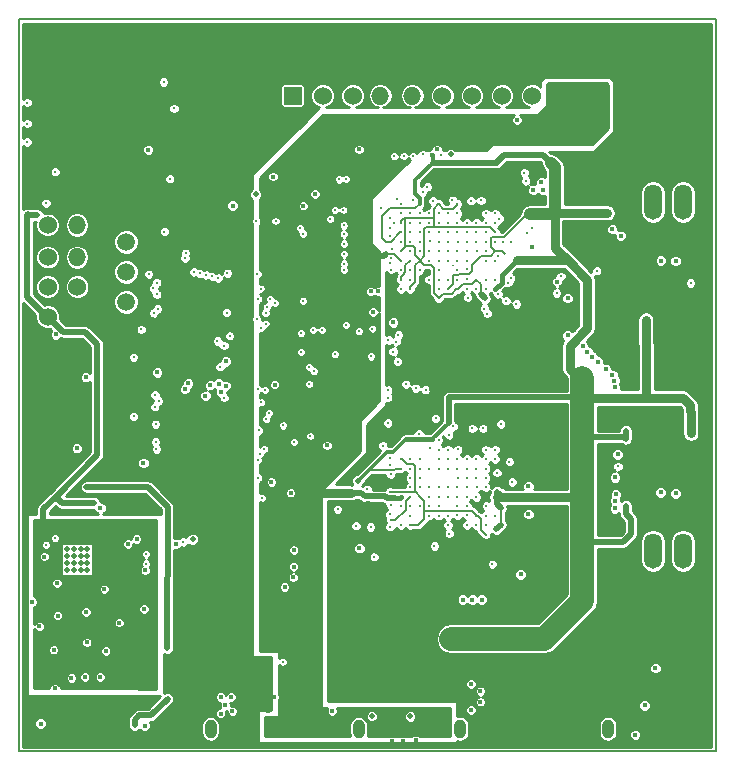
<source format=gbr>
G04 (created by PCBNEW (2013-03-19 BZR 4004)-stable) date 5/31/2013 11:48:04 AM*
%MOIN*%
G04 Gerber Fmt 3.4, Leading zero omitted, Abs format*
%FSLAX34Y34*%
G01*
G70*
G90*
G04 APERTURE LIST*
%ADD10C,0.006*%
%ADD11C,0.00787402*%
%ADD12C,0.0157*%
%ADD13O,0.06X0.06*%
%ADD14C,0.06*%
%ADD15R,0.06X0.06*%
%ADD16C,0.2362*%
%ADD17O,0.0413386X0.0629921*%
%ADD18C,0.0432*%
%ADD19C,0.0590551*%
%ADD20O,0.06X0.1179*%
%ADD21C,0.015748*%
%ADD22C,0.011811*%
%ADD23C,0.019685*%
%ADD24C,0.019685*%
%ADD25C,0.0787402*%
%ADD26C,0.011811*%
%ADD27C,0.0314961*%
%ADD28C,0.0393701*%
%ADD29C,0.015748*%
%ADD30C,0.0590551*%
%ADD31C,0.01*%
G04 APERTURE END LIST*
G54D10*
G54D11*
X43307Y-26771D02*
X43307Y-51181D01*
X66535Y-26771D02*
X43307Y-26771D01*
X66535Y-51181D02*
X43307Y-51181D01*
X66535Y-51181D02*
X66535Y-26771D01*
G54D12*
X66181Y-42125D03*
X66181Y-42598D03*
X66181Y-43779D03*
X66181Y-43188D03*
X66181Y-41220D03*
X66181Y-41692D03*
X66181Y-40669D03*
X50039Y-49921D03*
X57244Y-50551D03*
X57204Y-50236D03*
X49488Y-27834D03*
X48858Y-27834D03*
X57716Y-27322D03*
X57007Y-27322D03*
X52165Y-27322D03*
X52637Y-27322D03*
X53818Y-27322D03*
X53149Y-27322D03*
X58346Y-27322D03*
X59015Y-27322D03*
X61653Y-27322D03*
X61181Y-27322D03*
X55905Y-27322D03*
X56417Y-27322D03*
X55196Y-27322D03*
X54527Y-27322D03*
X59763Y-27322D03*
X60472Y-27322D03*
X50629Y-28464D03*
X50039Y-28464D03*
X50000Y-27834D03*
X50629Y-27834D03*
X51653Y-27834D03*
X51141Y-27834D03*
X51141Y-28464D03*
X51653Y-28425D03*
X49488Y-28464D03*
X48858Y-28464D03*
X51102Y-27244D03*
X51653Y-27244D03*
X50629Y-27244D03*
X50039Y-27244D03*
X48031Y-29488D03*
X48503Y-29291D03*
X62834Y-28503D03*
X63454Y-28533D03*
X65275Y-27913D03*
X65826Y-27913D03*
X63976Y-27047D03*
X65826Y-27519D03*
X64045Y-28533D03*
X64055Y-27913D03*
X63346Y-27047D03*
X62834Y-27047D03*
X62834Y-27913D03*
X63425Y-27913D03*
X62204Y-27913D03*
X64606Y-27047D03*
X64645Y-27913D03*
X62204Y-27047D03*
X62165Y-28503D03*
X62047Y-31456D03*
X66299Y-27047D03*
X65275Y-27047D03*
X65826Y-27047D03*
X66299Y-27480D03*
X66141Y-29173D03*
X66338Y-28661D03*
X66338Y-27952D03*
X63385Y-29251D03*
X63267Y-32086D03*
X62716Y-32086D03*
X62716Y-31456D03*
X63897Y-32086D03*
X63307Y-31456D03*
X63700Y-29645D03*
X63425Y-30157D03*
X63267Y-30826D03*
X62519Y-34251D03*
X66181Y-30078D03*
X66102Y-32165D03*
X66181Y-32834D03*
X65236Y-38976D03*
X63858Y-37007D03*
X62519Y-34803D03*
X63661Y-36653D03*
X65984Y-29685D03*
X65551Y-29370D03*
X66181Y-31535D03*
X65748Y-32007D03*
X66377Y-30708D03*
X64173Y-29370D03*
X64881Y-29212D03*
X63759Y-45342D03*
X63366Y-45744D03*
X63275Y-45169D03*
X66181Y-44330D03*
X66181Y-35629D03*
X65708Y-38464D03*
X66181Y-39133D03*
X66181Y-39606D03*
X66181Y-40157D03*
X66181Y-36102D03*
X66181Y-36653D03*
X65196Y-38464D03*
X64763Y-38464D03*
X66181Y-38149D03*
X66181Y-38661D03*
X66181Y-37165D03*
X66181Y-37677D03*
X63661Y-36259D03*
X64763Y-38976D03*
X58700Y-49173D03*
X58385Y-48937D03*
X58385Y-49803D03*
X58700Y-49527D03*
X51653Y-50118D03*
X50393Y-49370D03*
X50196Y-49645D03*
X57519Y-49960D03*
X55403Y-50561D03*
X55108Y-50561D03*
X51653Y-50472D03*
X52165Y-50118D03*
X57519Y-50236D03*
X57559Y-50551D03*
X55403Y-50285D03*
X55108Y-50285D03*
X52165Y-50472D03*
X51929Y-50275D03*
X49881Y-41496D03*
X45551Y-46535D03*
X48976Y-41496D03*
X49409Y-41496D03*
X48976Y-42637D03*
X48976Y-42086D03*
X49409Y-42086D03*
X49803Y-42086D03*
X46023Y-48700D03*
X50196Y-44173D03*
X49566Y-42637D03*
X50157Y-42637D03*
X50826Y-44173D03*
X49370Y-49448D03*
X48503Y-49015D03*
X45511Y-48700D03*
X49094Y-49015D03*
X46023Y-32755D03*
X51771Y-30472D03*
X45354Y-32755D03*
X47519Y-32795D03*
X47480Y-39055D03*
X52795Y-32992D03*
X45472Y-31141D03*
X53188Y-32598D03*
X47677Y-28700D03*
X46377Y-28700D03*
X47007Y-28700D03*
X48307Y-28661D03*
X45748Y-28700D03*
X44448Y-28700D03*
X43779Y-28700D03*
X45078Y-28700D03*
X48444Y-29980D03*
X48228Y-30551D03*
X48503Y-31692D03*
X48228Y-31141D03*
X50078Y-32322D03*
X51082Y-31751D03*
X50669Y-32086D03*
X51259Y-30157D03*
X51377Y-31023D03*
X49409Y-32283D03*
X48937Y-32047D03*
X50826Y-29606D03*
X66338Y-46653D03*
X66259Y-46102D03*
X66181Y-44881D03*
X65531Y-50255D03*
X64094Y-48799D03*
X63740Y-50196D03*
X63622Y-48799D03*
X63917Y-50984D03*
X63740Y-49665D03*
X64625Y-50984D03*
X65314Y-50984D03*
X63307Y-46259D03*
X65748Y-45314D03*
X63858Y-47677D03*
X66062Y-48070D03*
X66279Y-49153D03*
X66299Y-48681D03*
X60118Y-50118D03*
X59133Y-50157D03*
X49409Y-48070D03*
X48858Y-47795D03*
X48543Y-47401D03*
X48779Y-45354D03*
X48503Y-45708D03*
X51023Y-45669D03*
X50118Y-48070D03*
X65059Y-50275D03*
X61122Y-50905D03*
X60177Y-50905D03*
X60649Y-50905D03*
X58720Y-50905D03*
X58248Y-50905D03*
X59212Y-50905D03*
X59704Y-50905D03*
X63346Y-46850D03*
X63464Y-47322D03*
X59133Y-46338D03*
X58937Y-45905D03*
X65866Y-47677D03*
X66279Y-49566D03*
X65944Y-50984D03*
X66279Y-50039D03*
X65059Y-49114D03*
X66279Y-50570D03*
X66220Y-47322D03*
X66141Y-45551D03*
X50039Y-49370D03*
X50433Y-49842D03*
X48425Y-48070D03*
X49448Y-49881D03*
X60708Y-48385D03*
X63622Y-49251D03*
X60866Y-49704D03*
X65059Y-48602D03*
X48015Y-50858D03*
X47503Y-50814D03*
X65807Y-49389D03*
X65807Y-48799D03*
X55472Y-40019D03*
X65354Y-47992D03*
X63444Y-50570D03*
X59015Y-40511D03*
X59330Y-40807D03*
X49153Y-50846D03*
X61771Y-50688D03*
X60275Y-49704D03*
X62519Y-50688D03*
X50118Y-48996D03*
X49625Y-48996D03*
X46259Y-50826D03*
X45649Y-50826D03*
X44291Y-50826D03*
X45000Y-50826D03*
X46909Y-50826D03*
X48484Y-50846D03*
X43720Y-50826D03*
X44921Y-41889D03*
X44606Y-41889D03*
X43976Y-41889D03*
X44291Y-41889D03*
X44350Y-37755D03*
X44055Y-37755D03*
X48818Y-33346D03*
X48464Y-32952D03*
X47913Y-33031D03*
X48464Y-33582D03*
X49055Y-33858D03*
X44696Y-37755D03*
X46003Y-34468D03*
X46003Y-35590D03*
X45629Y-36122D03*
X46003Y-36555D03*
X46003Y-36062D03*
X46003Y-34960D03*
X45629Y-34232D03*
X46003Y-34035D03*
X46003Y-33385D03*
G54D13*
X45255Y-33633D03*
G54D14*
X44271Y-33633D03*
G54D15*
X45255Y-36688D03*
G54D14*
X44271Y-36688D03*
X44271Y-34704D03*
G54D13*
X45255Y-34704D03*
G54D14*
X44271Y-35688D03*
X45255Y-35688D03*
G54D16*
X49803Y-30771D03*
X64842Y-30771D03*
G54D17*
X58011Y-50423D03*
X62952Y-50423D03*
X49704Y-50423D03*
X54645Y-50423D03*
G54D16*
X64842Y-46523D03*
X49803Y-46523D03*
G54D18*
X49606Y-44000D03*
X49606Y-33606D03*
G54D19*
X46889Y-35196D03*
X46889Y-34196D03*
X46889Y-36196D03*
G54D12*
X51771Y-43582D03*
X51771Y-43307D03*
X51456Y-43582D03*
X51456Y-43307D03*
X52637Y-43307D03*
X52086Y-43307D03*
X52362Y-43582D03*
X52086Y-43582D03*
X52637Y-43582D03*
X52362Y-43307D03*
G54D20*
X64460Y-44488D03*
X65459Y-44488D03*
X65460Y-32874D03*
X64461Y-32874D03*
G54D14*
X53437Y-29318D03*
X53437Y-28318D03*
G54D15*
X52437Y-29318D03*
G54D14*
X52437Y-28318D03*
X54437Y-28318D03*
X54437Y-29318D03*
X61421Y-28318D03*
X59421Y-28318D03*
X60421Y-28318D03*
X60421Y-29318D03*
X59421Y-29318D03*
X58421Y-29318D03*
G54D13*
X55366Y-29318D03*
G54D14*
X55366Y-28318D03*
X61421Y-29318D03*
X58421Y-28318D03*
X56429Y-28318D03*
G54D13*
X56429Y-29318D03*
G54D14*
X57429Y-28318D03*
X57429Y-29318D03*
G54D21*
X46027Y-43066D03*
X60039Y-45275D03*
G54D22*
X57645Y-40629D03*
X57933Y-32933D03*
X58877Y-36082D03*
X58562Y-35452D03*
X57933Y-35767D03*
X57303Y-36082D03*
X56673Y-34822D03*
X58562Y-43326D03*
X56043Y-33562D03*
X56692Y-42696D03*
X58877Y-43956D03*
X56358Y-43641D03*
X57657Y-43917D03*
X56043Y-41437D03*
X57303Y-32933D03*
X56043Y-34507D03*
X56358Y-35767D03*
X59192Y-33877D03*
X55688Y-42519D03*
X59251Y-41889D03*
X57165Y-44330D03*
X57303Y-40807D03*
G54D21*
X63543Y-42988D03*
X63708Y-43452D03*
X63543Y-40492D03*
X63543Y-40759D03*
X57637Y-39381D03*
G54D22*
X58712Y-39381D03*
G54D21*
X57086Y-31287D03*
X62933Y-33228D03*
X62431Y-33228D03*
X65708Y-40226D03*
X64212Y-37588D03*
X64212Y-37194D03*
X64212Y-36801D03*
X65708Y-39852D03*
X65708Y-40580D03*
G54D23*
X59248Y-31547D03*
G54D21*
X45925Y-38114D03*
X45925Y-40610D03*
X44122Y-43917D03*
X43929Y-33303D03*
X43960Y-48385D03*
X47370Y-48862D03*
X47665Y-48570D03*
X45830Y-48295D03*
X47503Y-50330D03*
X46527Y-46204D03*
X43956Y-45275D03*
G54D23*
X58850Y-47440D03*
X57763Y-47437D03*
X58295Y-47440D03*
G54D22*
X57618Y-35767D03*
G54D23*
X46043Y-43755D03*
X45811Y-42897D03*
G54D21*
X44929Y-46720D03*
X55275Y-35846D03*
X46338Y-45275D03*
X46338Y-44488D03*
X44311Y-46417D03*
X47736Y-47086D03*
G54D22*
X58562Y-34822D03*
X56043Y-35452D03*
X56043Y-41751D03*
X56358Y-42696D03*
G54D23*
X54618Y-42153D03*
G54D22*
X56043Y-33877D03*
X58562Y-42696D03*
X55704Y-43468D03*
X59192Y-35767D03*
X56673Y-32933D03*
X59192Y-34507D03*
X56358Y-34822D03*
G54D21*
X44055Y-44488D03*
G54D22*
X62251Y-36000D03*
X57618Y-43641D03*
X56535Y-40775D03*
X59232Y-43779D03*
X59251Y-42519D03*
G54D21*
X44472Y-47791D03*
X46657Y-46889D03*
X45562Y-42366D03*
X48267Y-47748D03*
G54D22*
X59192Y-33562D03*
X57933Y-33877D03*
X57933Y-41751D03*
X59192Y-41437D03*
X57933Y-33562D03*
X58877Y-33877D03*
X57933Y-41437D03*
X58877Y-41751D03*
X57303Y-34192D03*
X56929Y-32358D03*
X56775Y-31259D03*
X57401Y-31283D03*
X57618Y-34192D03*
X56988Y-33877D03*
X58562Y-33562D03*
X59334Y-33417D03*
X59724Y-34208D03*
X56988Y-41751D03*
X58562Y-41437D03*
X56988Y-33248D03*
X58877Y-33248D03*
X57027Y-41082D03*
X58877Y-41122D03*
X57303Y-33562D03*
X59192Y-33248D03*
X57303Y-41437D03*
X59192Y-41122D03*
X57303Y-33877D03*
X58877Y-33562D03*
X58877Y-41437D03*
X57303Y-41751D03*
X57303Y-33248D03*
X58248Y-33562D03*
X57303Y-41122D03*
X58248Y-41437D03*
G54D21*
X51787Y-32019D03*
G54D23*
X49106Y-44110D03*
G54D22*
X48870Y-34570D03*
X57858Y-39692D03*
X57027Y-39129D03*
G54D21*
X61374Y-35696D03*
G54D22*
X59763Y-36633D03*
X59222Y-36102D03*
X60984Y-36811D03*
G54D21*
X63413Y-43685D03*
G54D22*
X59125Y-32114D03*
G54D21*
X47236Y-44098D03*
X43748Y-43275D03*
X43767Y-46192D03*
X45578Y-47547D03*
X44515Y-49082D03*
X44606Y-46657D03*
X49153Y-49803D03*
X45066Y-48732D03*
G54D22*
X57610Y-40803D03*
G54D21*
X56980Y-47299D03*
G54D23*
X55507Y-47870D03*
X55874Y-48200D03*
X56779Y-48925D03*
X56763Y-49291D03*
X55921Y-49299D03*
X55925Y-48944D03*
G54D22*
X52106Y-48188D03*
X59685Y-41685D03*
X59685Y-43090D03*
G54D21*
X46350Y-43051D03*
G54D23*
X45704Y-36688D03*
G54D22*
X44511Y-44074D03*
G54D21*
X46161Y-45775D03*
G54D23*
X47066Y-43023D03*
G54D21*
X44496Y-43188D03*
G54D22*
X59192Y-32933D03*
X58877Y-32933D03*
X58562Y-32933D03*
X58562Y-33248D03*
X58248Y-33248D03*
X59271Y-44744D03*
X57007Y-43917D03*
G54D21*
X55393Y-40433D03*
X55157Y-42244D03*
X54960Y-42913D03*
X51732Y-42204D03*
X51840Y-38956D03*
X54822Y-48031D03*
X55039Y-35846D03*
G54D22*
X56377Y-36082D03*
G54D23*
X45590Y-45118D03*
X45590Y-44901D03*
X45374Y-45118D03*
X45374Y-44901D03*
X45590Y-44665D03*
X45374Y-44665D03*
X45137Y-45118D03*
X44921Y-45118D03*
X44921Y-44901D03*
X45137Y-44901D03*
X45137Y-44665D03*
X44921Y-44665D03*
X45374Y-44448D03*
X45590Y-44448D03*
X45137Y-44448D03*
X44921Y-44448D03*
G54D21*
X44586Y-45570D03*
X47488Y-46433D03*
X63110Y-47283D03*
X61023Y-49291D03*
X61023Y-48385D03*
X59251Y-45905D03*
X64862Y-49370D03*
X63523Y-49803D03*
X58622Y-47952D03*
X56535Y-50807D03*
G54D23*
X56480Y-48937D03*
X56476Y-49301D03*
X56185Y-48948D03*
X56208Y-49299D03*
G54D21*
X56122Y-50846D03*
X55767Y-50846D03*
X58740Y-46889D03*
X58425Y-46889D03*
X58110Y-46889D03*
X53858Y-44409D03*
X63366Y-48602D03*
X60295Y-48444D03*
X51830Y-49370D03*
X51633Y-48937D03*
X51633Y-49842D03*
X53759Y-49842D03*
X60137Y-49370D03*
X59940Y-49842D03*
X62066Y-49842D03*
X62066Y-48927D03*
X53759Y-48937D03*
G54D22*
X60944Y-35874D03*
X60984Y-35551D03*
X56988Y-35767D03*
X56988Y-35137D03*
X59192Y-34192D03*
X56043Y-32933D03*
G54D23*
X57716Y-31275D03*
X55157Y-44165D03*
G54D22*
X58582Y-40944D03*
X55787Y-40826D03*
X57925Y-32500D03*
X50206Y-39704D03*
X60984Y-36574D03*
X64950Y-50659D03*
X47785Y-36742D03*
X47933Y-38110D03*
X47903Y-40472D03*
X51417Y-42726D03*
X51328Y-40482D03*
X50295Y-37942D03*
X50131Y-36736D03*
X47814Y-36269D03*
X47903Y-37618D03*
X47940Y-34366D03*
X47933Y-34771D03*
X47940Y-35263D03*
X51267Y-35259D03*
X58877Y-34822D03*
X57618Y-32933D03*
X57303Y-35767D03*
X56988Y-36082D03*
X56043Y-34192D03*
X60984Y-35157D03*
X59311Y-44094D03*
X47942Y-39094D03*
X47923Y-39990D03*
X51279Y-39104D03*
X51269Y-41466D03*
X51299Y-42057D03*
X47952Y-42352D03*
X47942Y-42047D03*
X47982Y-41456D03*
X58267Y-41102D03*
X59232Y-42204D03*
X58877Y-42696D03*
X56988Y-43011D03*
X56535Y-43917D03*
X56043Y-42066D03*
G54D21*
X63188Y-39035D03*
G54D22*
X60417Y-33736D03*
X58562Y-33877D03*
X52716Y-37874D03*
G54D21*
X63271Y-41275D03*
X62606Y-38185D03*
G54D22*
X58562Y-41751D03*
X55937Y-38185D03*
G54D21*
X63165Y-38830D03*
X60433Y-34350D03*
G54D22*
X52716Y-37244D03*
X58248Y-34507D03*
X58248Y-42381D03*
G54D21*
X63212Y-42610D03*
G54D22*
X55783Y-37854D03*
G54D21*
X62263Y-37854D03*
G54D22*
X58877Y-34192D03*
X60251Y-33885D03*
X53120Y-37135D03*
G54D21*
X63098Y-38633D03*
G54D22*
X55895Y-37519D03*
X58877Y-42066D03*
G54D21*
X60452Y-32468D03*
G54D22*
X59468Y-34188D03*
X57937Y-34188D03*
X57625Y-33870D03*
G54D21*
X60732Y-32216D03*
X59917Y-30133D03*
G54D22*
X58574Y-34503D03*
X59712Y-35409D03*
G54D21*
X60775Y-32472D03*
G54D22*
X58877Y-34507D03*
X57795Y-40346D03*
X57937Y-42062D03*
X59377Y-40267D03*
X57618Y-41751D03*
X58582Y-42362D03*
X59759Y-42196D03*
G54D21*
X60295Y-42342D03*
G54D22*
X58877Y-42381D03*
G54D21*
X63377Y-33992D03*
X52460Y-45381D03*
G54D22*
X56673Y-35137D03*
G54D21*
X52173Y-45704D03*
G54D22*
X56673Y-43011D03*
G54D21*
X63090Y-33767D03*
X52472Y-45019D03*
G54D22*
X56358Y-35137D03*
X56358Y-43011D03*
G54D21*
X52480Y-44468D03*
G54D23*
X55082Y-50003D03*
X56358Y-50011D03*
G54D22*
X57303Y-35137D03*
G54D21*
X65206Y-34832D03*
X64704Y-42549D03*
X47622Y-31129D03*
G54D22*
X57933Y-34507D03*
G54D21*
X50440Y-32984D03*
G54D22*
X60212Y-32165D03*
X48488Y-29748D03*
X59192Y-34822D03*
X57618Y-35452D03*
X58275Y-36051D03*
X59547Y-36161D03*
X57303Y-35452D03*
X56043Y-43011D03*
X58248Y-43641D03*
G54D21*
X58110Y-46122D03*
G54D22*
X56043Y-35137D03*
X57303Y-43011D03*
G54D21*
X60295Y-43267D03*
G54D22*
X57618Y-43326D03*
X57303Y-43326D03*
G54D23*
X51220Y-32614D03*
G54D22*
X48346Y-32094D03*
G54D21*
X61602Y-37314D03*
X61602Y-36070D03*
G54D22*
X57933Y-35452D03*
X58779Y-40413D03*
X58248Y-42066D03*
X58248Y-41751D03*
X58425Y-40413D03*
X57204Y-40078D03*
X57618Y-41122D03*
X57303Y-42381D03*
X55688Y-43690D03*
X57765Y-32805D03*
X57618Y-33248D03*
X56358Y-41751D03*
X55688Y-41397D03*
X56988Y-42381D03*
X55679Y-43277D03*
X55708Y-42952D03*
X56673Y-42381D03*
X56673Y-42066D03*
X55679Y-41633D03*
X55610Y-40236D03*
X56673Y-41751D03*
X56358Y-42381D03*
X54921Y-42440D03*
X56358Y-42066D03*
X55708Y-41948D03*
X58248Y-34192D03*
X58720Y-32814D03*
X58248Y-33877D03*
X58385Y-32824D03*
X56358Y-41437D03*
X55442Y-40984D03*
X56673Y-33562D03*
X56456Y-32795D03*
X56043Y-33248D03*
X56358Y-33248D03*
X55905Y-32755D03*
X56673Y-33248D03*
X56771Y-32529D03*
X56988Y-33562D03*
X57116Y-32834D03*
X44527Y-31858D03*
X59094Y-44940D03*
X55157Y-44694D03*
X55728Y-35118D03*
X57303Y-34507D03*
X56673Y-41437D03*
X56653Y-40590D03*
X55738Y-34448D03*
X56358Y-34507D03*
X56673Y-34507D03*
X55708Y-34744D03*
X55679Y-34015D03*
X56358Y-34192D03*
X55669Y-33740D03*
X56673Y-34192D03*
X56988Y-34507D03*
X55688Y-34911D03*
X55807Y-33562D03*
X56358Y-33877D03*
X55688Y-33395D03*
X56673Y-33877D03*
X56358Y-33562D03*
X55393Y-33051D03*
X48791Y-44196D03*
G54D21*
X48846Y-39106D03*
X50047Y-39200D03*
G54D22*
X47547Y-44602D03*
X51373Y-35752D03*
X51535Y-36574D03*
X47913Y-35944D03*
X51574Y-36377D03*
X47795Y-35748D03*
X51850Y-36240D03*
X47913Y-35551D03*
X48854Y-34740D03*
X47559Y-44917D03*
G54D21*
X46212Y-47834D03*
X48547Y-44267D03*
X46944Y-44267D03*
X64527Y-48405D03*
X47523Y-45149D03*
G54D22*
X44220Y-44291D03*
G54D21*
X43996Y-47011D03*
X44161Y-44685D03*
X64173Y-49645D03*
X44039Y-50255D03*
X63179Y-43080D03*
G54D22*
X57618Y-42696D03*
X57618Y-34822D03*
X58257Y-35108D03*
X58248Y-35767D03*
X58828Y-36417D03*
X56988Y-35452D03*
X58927Y-36584D03*
X58562Y-35767D03*
X59281Y-35935D03*
G54D21*
X54665Y-44409D03*
G54D22*
X56988Y-43326D03*
G54D21*
X58425Y-46122D03*
G54D22*
X58562Y-43641D03*
X57933Y-34822D03*
X59283Y-34681D03*
X60161Y-31885D03*
X48137Y-28870D03*
X43594Y-29551D03*
X57933Y-42696D03*
X43594Y-30255D03*
X58897Y-42992D03*
X58267Y-43307D03*
X57933Y-43307D03*
X57933Y-42381D03*
X43594Y-30866D03*
X58877Y-35767D03*
X59616Y-35551D03*
G54D21*
X58740Y-46122D03*
G54D22*
X58877Y-43641D03*
X44216Y-32905D03*
G54D21*
X54653Y-31114D03*
X57255Y-31110D03*
G54D22*
X57003Y-34181D03*
X58562Y-34192D03*
G54D21*
X62889Y-38437D03*
G54D22*
X52779Y-36157D03*
X53415Y-37125D03*
X55059Y-38015D03*
G54D21*
X63185Y-42047D03*
X62421Y-38021D03*
G54D22*
X58562Y-42066D03*
X57618Y-33562D03*
X48165Y-33850D03*
X47137Y-40011D03*
X47137Y-38043D03*
X47937Y-36425D03*
X54153Y-34251D03*
X50267Y-35240D03*
X51535Y-36919D03*
X54153Y-34606D03*
X54212Y-32106D03*
X49141Y-35200D03*
X49933Y-37500D03*
X56141Y-31338D03*
X54143Y-35118D03*
X49948Y-35397D03*
X51389Y-37059D03*
X54143Y-33937D03*
X54143Y-33641D03*
X49744Y-35342D03*
X54153Y-34921D03*
X51240Y-36771D03*
X53858Y-33139D03*
X49543Y-35295D03*
X54133Y-33129D03*
X50342Y-37326D03*
X53996Y-32116D03*
X49338Y-35244D03*
X50149Y-37653D03*
X56456Y-31338D03*
X55826Y-31348D03*
X47641Y-35271D03*
G54D21*
X45248Y-41074D03*
G54D22*
X57933Y-33248D03*
G54D21*
X44547Y-37275D03*
X47468Y-41566D03*
G54D22*
X57944Y-41114D03*
G54D21*
X64714Y-34822D03*
G54D22*
X58877Y-35452D03*
X55098Y-37086D03*
X59901Y-36263D03*
G54D21*
X65206Y-42578D03*
G54D22*
X58877Y-43326D03*
X55964Y-37303D03*
X65704Y-35562D03*
X61240Y-35905D03*
X62578Y-35161D03*
X57933Y-35137D03*
X54216Y-36964D03*
X59665Y-41523D03*
X63287Y-41677D03*
X57933Y-43011D03*
X55629Y-37470D03*
G54D21*
X61255Y-35531D03*
G54D22*
X58248Y-35423D03*
X52795Y-33917D03*
X58248Y-43011D03*
G54D21*
X62122Y-37677D03*
X63181Y-42826D03*
X55787Y-36879D03*
G54D22*
X59192Y-35452D03*
X61381Y-35342D03*
X59192Y-43326D03*
X53692Y-33429D03*
X58263Y-34818D03*
X56212Y-38940D03*
X58244Y-42685D03*
X52687Y-33740D03*
G54D21*
X55118Y-36535D03*
X48952Y-38909D03*
G54D22*
X57618Y-42381D03*
G54D21*
X49976Y-38917D03*
G54D22*
X51232Y-33503D03*
X51870Y-33503D03*
X57618Y-34507D03*
X54547Y-43661D03*
X51358Y-41259D03*
X52996Y-38937D03*
G54D21*
X45547Y-38708D03*
G54D22*
X57303Y-34822D03*
X57303Y-42696D03*
G54D21*
X49527Y-39330D03*
G54D22*
X56358Y-43326D03*
X56358Y-35452D03*
X51299Y-36098D03*
X51688Y-36094D03*
G54D21*
X47925Y-38543D03*
G54D22*
X53141Y-38511D03*
X56988Y-34822D03*
G54D21*
X50212Y-38181D03*
X52370Y-42559D03*
G54D22*
X55039Y-43700D03*
G54D21*
X50216Y-38996D03*
G54D22*
X56988Y-42696D03*
G54D21*
X49692Y-38968D03*
G54D22*
X50015Y-38358D03*
X56043Y-43641D03*
X52992Y-38362D03*
X53842Y-37948D03*
X54641Y-37181D03*
X56043Y-35767D03*
X56870Y-39124D03*
X57618Y-41437D03*
X47393Y-37114D03*
X47807Y-36570D03*
X50236Y-36555D03*
X52480Y-40866D03*
X47874Y-40866D03*
X51653Y-39901D03*
X47854Y-39291D03*
X55610Y-39133D03*
X51515Y-39133D03*
X47901Y-41102D03*
X51496Y-41102D03*
G54D21*
X53582Y-40980D03*
G54D22*
X47874Y-40275D03*
X53031Y-40669D03*
X53937Y-43110D03*
X52125Y-40314D03*
X47844Y-39694D03*
X47972Y-39498D03*
X51564Y-40108D03*
X56535Y-39074D03*
X51397Y-39547D03*
X50157Y-39389D03*
X55610Y-39389D03*
G54D21*
X56448Y-50256D03*
G54D22*
X56043Y-42696D03*
X56043Y-34822D03*
G54D21*
X63858Y-50629D03*
G54D24*
X47169Y-50314D02*
X47169Y-50118D01*
X47307Y-49980D02*
X47169Y-50118D01*
X47716Y-49980D02*
X47307Y-49980D01*
X48271Y-49425D02*
X47716Y-49980D01*
G54D11*
X57787Y-34976D02*
X57791Y-34980D01*
X56830Y-34291D02*
X56830Y-33771D01*
X56830Y-34291D02*
X56830Y-34665D01*
X56673Y-34822D02*
X56830Y-34665D01*
X56889Y-33712D02*
X57141Y-33712D01*
X56830Y-33771D02*
X56889Y-33712D01*
X59192Y-33877D02*
X59177Y-33877D01*
X59177Y-33877D02*
X59011Y-33712D01*
X59011Y-33712D02*
X57141Y-33712D01*
X57933Y-32933D02*
X57933Y-32956D01*
X57464Y-33094D02*
X57303Y-32933D01*
X57795Y-33094D02*
X57464Y-33094D01*
X57933Y-32956D02*
X57795Y-33094D01*
X58877Y-36082D02*
X58858Y-36082D01*
X58724Y-35614D02*
X58562Y-35452D01*
X58724Y-35948D02*
X58724Y-35614D01*
G54D24*
X58858Y-36082D02*
X58724Y-35948D01*
G54D11*
X57933Y-35767D02*
X57937Y-35767D01*
X58425Y-35590D02*
X58562Y-35452D01*
X58114Y-35590D02*
X58425Y-35590D01*
X57937Y-35767D02*
X58114Y-35590D01*
X56043Y-41437D02*
X56090Y-41437D01*
X56531Y-42492D02*
X56484Y-42539D01*
X56531Y-41669D02*
X56531Y-42492D01*
X56452Y-41590D02*
X56531Y-41669D01*
X56244Y-41590D02*
X56452Y-41590D01*
X56090Y-41437D02*
X56244Y-41590D01*
X57456Y-35929D02*
X57303Y-36082D01*
X57736Y-35929D02*
X57456Y-35929D01*
X57897Y-35767D02*
X57736Y-35929D01*
X57933Y-35767D02*
X57897Y-35767D01*
X56358Y-35767D02*
X56358Y-35700D01*
X56515Y-34980D02*
X56673Y-34822D01*
X56515Y-35543D02*
X56515Y-34980D01*
X56358Y-35700D02*
X56515Y-35543D01*
X56673Y-34822D02*
X56673Y-34799D01*
X56673Y-34799D02*
X56511Y-34637D01*
X56511Y-34637D02*
X56511Y-34385D01*
X56511Y-34385D02*
X56464Y-34338D01*
X56464Y-34338D02*
X56192Y-34338D01*
X56043Y-34507D02*
X56051Y-34507D01*
X56051Y-34507D02*
X56192Y-34366D01*
X56192Y-34366D02*
X56192Y-34338D01*
X56192Y-34338D02*
X56192Y-33397D01*
X56043Y-33562D02*
X56043Y-33515D01*
X56043Y-33515D02*
X56161Y-33397D01*
X56161Y-33397D02*
X56192Y-33397D01*
X57094Y-33397D02*
X57141Y-33444D01*
X56192Y-33397D02*
X57094Y-33397D01*
X57303Y-32933D02*
X57299Y-32933D01*
X57299Y-32933D02*
X57141Y-33090D01*
X57141Y-33090D02*
X57141Y-33444D01*
X57141Y-33444D02*
X57141Y-33712D01*
X57303Y-36082D02*
X57303Y-36055D01*
X56830Y-34980D02*
X56673Y-34822D01*
X57062Y-34980D02*
X56830Y-34980D01*
X57145Y-35062D02*
X57062Y-34980D01*
X57145Y-35897D02*
X57145Y-35062D01*
X57303Y-36055D02*
X57145Y-35897D01*
X58562Y-43326D02*
X58562Y-43307D01*
X58417Y-43161D02*
X56834Y-43161D01*
X58562Y-43307D02*
X58417Y-43161D01*
X58562Y-43326D02*
X58602Y-43326D01*
X58602Y-43326D02*
X58720Y-43444D01*
X58720Y-43444D02*
X58720Y-43799D01*
X58720Y-43799D02*
X58877Y-43956D01*
X56358Y-43641D02*
X56629Y-43641D01*
X56629Y-43641D02*
X56834Y-43437D01*
X56834Y-43437D02*
X56834Y-43161D01*
X56834Y-42838D02*
X56692Y-42696D01*
X56834Y-43161D02*
X56834Y-42838D01*
X55688Y-42519D02*
X56267Y-42519D01*
X56287Y-42539D02*
X56484Y-42539D01*
X56267Y-42519D02*
X56287Y-42539D01*
X56484Y-42539D02*
X56535Y-42539D01*
X56535Y-42539D02*
X56692Y-42696D01*
G54D24*
X63708Y-43452D02*
X63708Y-43429D01*
X63543Y-43263D02*
X63543Y-42988D01*
X63708Y-43429D02*
X63543Y-43263D01*
X62096Y-44192D02*
X63464Y-44192D01*
X63708Y-43948D02*
X63708Y-43452D01*
X63464Y-44192D02*
X63708Y-43948D01*
G54D25*
X62096Y-43511D02*
X62096Y-44192D01*
X62096Y-44192D02*
X62096Y-44950D01*
G54D24*
X63543Y-40492D02*
X63543Y-40759D01*
X63314Y-40716D02*
X63500Y-40716D01*
X63500Y-40716D02*
X63543Y-40759D01*
X62096Y-40716D02*
X63314Y-40716D01*
X58712Y-39381D02*
X62078Y-39381D01*
X62078Y-39381D02*
X62096Y-39399D01*
X57637Y-39381D02*
X58712Y-39381D01*
G54D26*
X57106Y-31555D02*
X57106Y-31307D01*
X57106Y-31307D02*
X57086Y-31287D01*
G54D11*
X58562Y-34822D02*
X58562Y-34834D01*
X57964Y-35307D02*
X57787Y-35307D01*
X58003Y-35267D02*
X57964Y-35307D01*
X58334Y-35267D02*
X58003Y-35267D01*
X58429Y-35173D02*
X58334Y-35267D01*
X58429Y-34968D02*
X58429Y-35173D01*
X58562Y-34834D02*
X58429Y-34968D01*
G54D27*
X62431Y-33228D02*
X62933Y-33228D01*
X61181Y-33224D02*
X62427Y-33224D01*
X62427Y-33224D02*
X62431Y-33228D01*
X64212Y-37194D02*
X64212Y-36801D01*
X64222Y-39399D02*
X64222Y-37598D01*
X64222Y-37598D02*
X64212Y-37588D01*
X64212Y-37588D02*
X64212Y-37194D01*
X65708Y-40226D02*
X65708Y-40580D01*
X65708Y-39852D02*
X65708Y-40226D01*
X62096Y-39399D02*
X63877Y-39399D01*
X63877Y-39399D02*
X64222Y-39399D01*
X64222Y-39399D02*
X65462Y-39399D01*
X65698Y-39842D02*
X65708Y-39852D01*
X65698Y-39635D02*
X65698Y-39842D01*
X65462Y-39399D02*
X65698Y-39635D01*
X61181Y-33224D02*
X61181Y-34385D01*
G54D24*
X59248Y-31547D02*
X59240Y-31555D01*
G54D26*
X56673Y-32748D02*
X56673Y-32933D01*
X56527Y-32133D02*
X57106Y-31555D01*
X56527Y-32602D02*
X56527Y-32133D01*
X56673Y-32748D02*
X56527Y-32602D01*
G54D24*
X59240Y-31555D02*
X57106Y-31555D01*
X59248Y-31547D02*
X59484Y-31311D01*
G54D28*
X61043Y-31555D02*
X61181Y-31692D01*
G54D24*
X60799Y-31311D02*
X61043Y-31555D01*
X59484Y-31311D02*
X60799Y-31311D01*
X44122Y-43366D02*
X44122Y-43917D01*
X43921Y-33295D02*
X43929Y-33303D01*
X43921Y-33295D02*
X43586Y-33295D01*
X43586Y-36027D02*
X43586Y-33295D01*
X44271Y-36688D02*
X44248Y-36688D01*
X44248Y-36688D02*
X43586Y-36027D01*
X43586Y-33295D02*
X43602Y-33279D01*
X45811Y-42897D02*
X44748Y-42897D01*
X44748Y-42897D02*
X44535Y-42685D01*
X44814Y-37200D02*
X44783Y-37200D01*
X44535Y-42685D02*
X45925Y-41295D01*
X45925Y-41295D02*
X45925Y-40610D01*
X45925Y-40610D02*
X45925Y-38114D01*
X45925Y-38114D02*
X45925Y-37602D01*
X45925Y-37602D02*
X45523Y-37200D01*
X45523Y-37200D02*
X44814Y-37200D01*
X44783Y-37200D02*
X44271Y-36688D01*
X44122Y-43618D02*
X44122Y-43366D01*
X44122Y-43366D02*
X44122Y-43098D01*
X44122Y-43098D02*
X44535Y-42685D01*
G54D11*
X59035Y-34350D02*
X59192Y-34507D01*
X59035Y-34070D02*
X59035Y-34350D01*
G54D27*
X61681Y-37653D02*
X61681Y-38437D01*
G54D11*
X57787Y-35574D02*
X57787Y-35598D01*
X57787Y-35598D02*
X57618Y-35767D01*
G54D25*
X62096Y-44950D02*
X62096Y-46151D01*
X62096Y-46151D02*
X60826Y-47421D01*
X60826Y-47421D02*
X57726Y-47421D01*
G54D11*
X57618Y-35767D02*
X57618Y-35751D01*
X57787Y-35582D02*
X57787Y-35574D01*
X57787Y-35574D02*
X57787Y-35307D01*
X59192Y-34507D02*
X59429Y-34507D01*
X59429Y-34507D02*
X59527Y-34606D01*
X59192Y-34507D02*
X59198Y-34507D01*
X59198Y-34507D02*
X59049Y-34657D01*
X59049Y-34657D02*
X58728Y-34657D01*
X58728Y-34657D02*
X58562Y-34822D01*
X56043Y-33877D02*
X56023Y-33877D01*
X56523Y-33082D02*
X56673Y-32933D01*
X55696Y-33082D02*
X56523Y-33082D01*
X55433Y-33346D02*
X55696Y-33082D01*
X55433Y-34078D02*
X55433Y-33346D01*
X55543Y-34188D02*
X55433Y-34078D01*
X55712Y-34188D02*
X55543Y-34188D01*
X56023Y-33877D02*
X55712Y-34188D01*
X56043Y-35358D02*
X56114Y-35287D01*
X56043Y-35452D02*
X56043Y-35358D01*
X56043Y-33877D02*
X56043Y-33881D01*
X56043Y-41751D02*
X55866Y-41751D01*
X54980Y-41791D02*
X54618Y-42153D01*
X55826Y-41791D02*
X54980Y-41791D01*
X55866Y-41751D02*
X55826Y-41791D01*
X56342Y-42696D02*
X56204Y-42834D01*
X55858Y-43468D02*
X55704Y-43468D01*
X56204Y-43122D02*
X55858Y-43468D01*
X56204Y-42834D02*
X56204Y-43122D01*
X56358Y-42696D02*
X56342Y-42696D01*
G54D26*
X55570Y-41200D02*
X54618Y-42153D01*
X55787Y-41200D02*
X55570Y-41200D01*
G54D11*
X56358Y-34822D02*
X56342Y-34822D01*
X56118Y-35287D02*
X56114Y-35287D01*
X56196Y-35208D02*
X56118Y-35287D01*
X56196Y-34968D02*
X56196Y-35208D01*
X56342Y-34822D02*
X56196Y-34968D01*
G54D28*
X61181Y-31692D02*
X61181Y-32168D01*
X61181Y-33224D02*
X61181Y-32168D01*
G54D11*
X60362Y-33267D02*
X60255Y-33267D01*
X59074Y-34031D02*
X59035Y-34070D01*
X59492Y-34031D02*
X59074Y-34031D01*
X60255Y-33267D02*
X59492Y-34031D01*
G54D27*
X62251Y-36000D02*
X62251Y-37082D01*
X62251Y-37082D02*
X61681Y-37653D01*
X61181Y-34385D02*
X61608Y-34812D01*
X62251Y-36000D02*
X62251Y-35456D01*
X62251Y-35456D02*
X61608Y-34812D01*
G54D29*
X59192Y-35767D02*
X59409Y-35551D01*
X59409Y-35314D02*
X59911Y-34812D01*
G54D27*
X59911Y-34812D02*
X61608Y-34812D01*
G54D29*
X59409Y-35551D02*
X59409Y-35314D01*
G54D28*
X61181Y-33224D02*
X61181Y-33267D01*
X60354Y-33267D02*
X60362Y-33267D01*
X60362Y-33267D02*
X61181Y-33267D01*
G54D27*
X61681Y-38437D02*
X62096Y-38852D01*
G54D11*
X57637Y-39448D02*
X57637Y-39381D01*
G54D24*
X57637Y-40220D02*
X57637Y-39448D01*
G54D30*
X62096Y-39381D02*
X62096Y-39399D01*
G54D24*
X62145Y-44901D02*
X62096Y-44950D01*
G54D27*
X59251Y-42706D02*
X62096Y-42706D01*
G54D29*
X56535Y-40775D02*
X57082Y-40775D01*
G54D26*
X57082Y-40775D02*
X57637Y-40220D01*
G54D25*
X62096Y-38740D02*
X62096Y-38852D01*
X62096Y-38852D02*
X62096Y-39399D01*
X62096Y-42706D02*
X62096Y-43108D01*
X62096Y-43108D02*
X62096Y-43511D01*
X62096Y-39399D02*
X62096Y-40716D01*
X62096Y-40716D02*
X62096Y-42706D01*
G54D11*
X59251Y-42519D02*
X59389Y-42519D01*
X59340Y-42608D02*
X59251Y-42519D01*
G54D29*
X56535Y-40775D02*
X56212Y-40775D01*
G54D26*
X56212Y-40775D02*
X55787Y-41200D01*
G54D24*
X59251Y-42519D02*
X59251Y-42706D01*
X59251Y-42706D02*
X59251Y-42933D01*
X59251Y-42933D02*
X59389Y-43070D01*
G54D11*
X59389Y-43070D02*
X59389Y-43622D01*
G54D24*
X59389Y-43622D02*
X59232Y-43779D01*
G54D11*
X57586Y-40271D02*
X57637Y-40220D01*
G54D24*
X48271Y-43023D02*
X47614Y-42366D01*
X47614Y-42366D02*
X45562Y-42366D01*
X48267Y-47748D02*
X48271Y-43023D01*
G54D11*
X56988Y-35137D02*
X56988Y-35157D01*
X56826Y-35606D02*
X56988Y-35767D01*
X56826Y-35318D02*
X56826Y-35606D01*
X56988Y-35157D02*
X56826Y-35318D01*
G54D27*
X54370Y-42559D02*
X53188Y-42559D01*
G54D29*
X55866Y-42736D02*
X56003Y-42736D01*
G54D24*
X54724Y-42559D02*
X54842Y-42677D01*
X54842Y-42677D02*
X55521Y-42677D01*
X55521Y-42677D02*
X55580Y-42736D01*
X55580Y-42736D02*
X55866Y-42736D01*
X54370Y-42559D02*
X54143Y-42559D01*
X54370Y-42559D02*
X54724Y-42559D01*
G54D29*
X56003Y-42736D02*
X56043Y-42696D01*
G54D24*
X55039Y-34675D02*
X55482Y-34675D01*
G54D11*
X55816Y-34596D02*
X55561Y-34596D01*
X56043Y-34822D02*
X55816Y-34596D01*
G54D24*
X55482Y-34675D02*
X55561Y-34596D01*
G54D10*
G36*
X62942Y-30412D02*
X62420Y-30934D01*
X59073Y-30934D01*
X58876Y-31131D01*
X57865Y-31131D01*
X57834Y-31099D01*
X57757Y-31068D01*
X57675Y-31068D01*
X57599Y-31099D01*
X57567Y-31131D01*
X57473Y-31131D01*
X57443Y-31118D01*
X57443Y-31073D01*
X57415Y-31003D01*
X57362Y-30951D01*
X57293Y-30922D01*
X57218Y-30922D01*
X57149Y-30950D01*
X57096Y-31003D01*
X57068Y-31072D01*
X57068Y-31099D01*
X57049Y-31099D01*
X56980Y-31128D01*
X56977Y-31131D01*
X56884Y-31131D01*
X56870Y-31117D01*
X56809Y-31091D01*
X56742Y-31091D01*
X56680Y-31117D01*
X56633Y-31164D01*
X56629Y-31174D01*
X56579Y-31223D01*
X56552Y-31196D01*
X56490Y-31170D01*
X56423Y-31170D01*
X56361Y-31195D01*
X56314Y-31243D01*
X56299Y-31279D01*
X56284Y-31243D01*
X56237Y-31196D01*
X56175Y-31170D01*
X56108Y-31170D01*
X56046Y-31195D01*
X55999Y-31243D01*
X55982Y-31284D01*
X55969Y-31253D01*
X55922Y-31205D01*
X55860Y-31180D01*
X55793Y-31180D01*
X55731Y-31205D01*
X55684Y-31253D01*
X55658Y-31314D01*
X55658Y-31381D01*
X55684Y-31443D01*
X55731Y-31490D01*
X55793Y-31516D01*
X55860Y-31516D01*
X55921Y-31491D01*
X55969Y-31443D01*
X55986Y-31402D01*
X55999Y-31433D01*
X56046Y-31481D01*
X56108Y-31506D01*
X56175Y-31506D01*
X56236Y-31481D01*
X56284Y-31433D01*
X56299Y-31397D01*
X56314Y-31433D01*
X56341Y-31461D01*
X55068Y-32735D01*
X55068Y-34272D01*
X55304Y-34508D01*
X55304Y-35658D01*
X55238Y-35658D01*
X55169Y-35687D01*
X55157Y-35698D01*
X55145Y-35687D01*
X55076Y-35658D01*
X55002Y-35658D01*
X54933Y-35687D01*
X54880Y-35739D01*
X54851Y-35808D01*
X54851Y-35883D01*
X54880Y-35952D01*
X54932Y-36005D01*
X55001Y-36034D01*
X55076Y-36034D01*
X55145Y-36005D01*
X55157Y-35993D01*
X55169Y-36005D01*
X55238Y-36034D01*
X55304Y-36034D01*
X55304Y-36494D01*
X55277Y-36429D01*
X55224Y-36376D01*
X55155Y-36347D01*
X55080Y-36347D01*
X55011Y-36376D01*
X54958Y-36428D01*
X54930Y-36497D01*
X54930Y-36572D01*
X54958Y-36641D01*
X55011Y-36694D01*
X55080Y-36723D01*
X55155Y-36723D01*
X55224Y-36694D01*
X55277Y-36641D01*
X55304Y-36576D01*
X55304Y-39506D01*
X55266Y-39544D01*
X55266Y-37053D01*
X55241Y-36991D01*
X55193Y-36944D01*
X55132Y-36918D01*
X55065Y-36918D01*
X55003Y-36944D01*
X54955Y-36991D01*
X54930Y-37053D01*
X54930Y-37119D01*
X54955Y-37181D01*
X55003Y-37229D01*
X55064Y-37254D01*
X55131Y-37254D01*
X55193Y-37229D01*
X55240Y-37181D01*
X55266Y-37120D01*
X55266Y-37053D01*
X55266Y-39544D01*
X55227Y-39583D01*
X55227Y-37982D01*
X55201Y-37920D01*
X55154Y-37873D01*
X55092Y-37847D01*
X55025Y-37847D01*
X54963Y-37873D01*
X54916Y-37920D01*
X54890Y-37982D01*
X54890Y-38049D01*
X54916Y-38110D01*
X54963Y-38158D01*
X55025Y-38183D01*
X55092Y-38183D01*
X55154Y-38158D01*
X55201Y-38111D01*
X55227Y-38049D01*
X55227Y-37982D01*
X55227Y-39583D01*
X54841Y-39969D01*
X54841Y-31076D01*
X54812Y-31007D01*
X54760Y-30955D01*
X54691Y-30926D01*
X54616Y-30926D01*
X54547Y-30954D01*
X54494Y-31007D01*
X54465Y-31076D01*
X54465Y-31151D01*
X54494Y-31220D01*
X54547Y-31273D01*
X54616Y-31301D01*
X54690Y-31302D01*
X54759Y-31273D01*
X54812Y-31220D01*
X54841Y-31151D01*
X54841Y-31076D01*
X54841Y-39969D01*
X54809Y-40001D01*
X54809Y-37147D01*
X54784Y-37086D01*
X54737Y-37038D01*
X54675Y-37013D01*
X54608Y-37012D01*
X54546Y-37038D01*
X54499Y-37085D01*
X54473Y-37147D01*
X54473Y-37214D01*
X54499Y-37276D01*
X54546Y-37323D01*
X54608Y-37349D01*
X54675Y-37349D01*
X54736Y-37323D01*
X54784Y-37276D01*
X54809Y-37214D01*
X54809Y-37147D01*
X54809Y-40001D01*
X54674Y-40136D01*
X54674Y-41160D01*
X54384Y-41450D01*
X54384Y-36931D01*
X54380Y-36921D01*
X54380Y-32073D01*
X54355Y-32011D01*
X54307Y-31963D01*
X54246Y-31938D01*
X54179Y-31938D01*
X54117Y-31963D01*
X54099Y-31981D01*
X54091Y-31973D01*
X54029Y-31948D01*
X53962Y-31948D01*
X53900Y-31973D01*
X53853Y-32020D01*
X53827Y-32082D01*
X53827Y-32149D01*
X53853Y-32211D01*
X53900Y-32258D01*
X53962Y-32284D01*
X54029Y-32284D01*
X54091Y-32258D01*
X54109Y-32240D01*
X54117Y-32248D01*
X54179Y-32274D01*
X54245Y-32274D01*
X54307Y-32248D01*
X54355Y-32201D01*
X54380Y-32139D01*
X54380Y-32073D01*
X54380Y-36921D01*
X54359Y-36869D01*
X54321Y-36831D01*
X54321Y-34887D01*
X54296Y-34826D01*
X54248Y-34778D01*
X54212Y-34763D01*
X54248Y-34748D01*
X54295Y-34701D01*
X54321Y-34639D01*
X54321Y-34573D01*
X54321Y-34218D01*
X54296Y-34156D01*
X54248Y-34109D01*
X54207Y-34092D01*
X54238Y-34079D01*
X54286Y-34032D01*
X54311Y-33970D01*
X54311Y-33903D01*
X54286Y-33841D01*
X54239Y-33794D01*
X54226Y-33789D01*
X54238Y-33784D01*
X54286Y-33737D01*
X54311Y-33675D01*
X54311Y-33608D01*
X54301Y-33584D01*
X54301Y-33096D01*
X54276Y-33034D01*
X54229Y-32987D01*
X54167Y-32961D01*
X54100Y-32961D01*
X54038Y-32987D01*
X53991Y-33034D01*
X53991Y-33035D01*
X53953Y-32997D01*
X53891Y-32971D01*
X53824Y-32971D01*
X53763Y-32997D01*
X53715Y-33044D01*
X53690Y-33106D01*
X53690Y-33173D01*
X53715Y-33234D01*
X53752Y-33271D01*
X53726Y-33261D01*
X53659Y-33260D01*
X53597Y-33286D01*
X53550Y-33333D01*
X53524Y-33395D01*
X53524Y-33462D01*
X53550Y-33524D01*
X53597Y-33571D01*
X53659Y-33597D01*
X53726Y-33597D01*
X53788Y-33571D01*
X53835Y-33524D01*
X53860Y-33462D01*
X53861Y-33395D01*
X53835Y-33334D01*
X53798Y-33296D01*
X53824Y-33307D01*
X53891Y-33307D01*
X53953Y-33282D01*
X54000Y-33235D01*
X54000Y-33234D01*
X54038Y-33272D01*
X54100Y-33298D01*
X54167Y-33298D01*
X54228Y-33272D01*
X54276Y-33225D01*
X54301Y-33163D01*
X54301Y-33096D01*
X54301Y-33584D01*
X54286Y-33546D01*
X54239Y-33499D01*
X54177Y-33473D01*
X54110Y-33473D01*
X54048Y-33499D01*
X54001Y-33546D01*
X53975Y-33608D01*
X53975Y-33675D01*
X54001Y-33736D01*
X54048Y-33784D01*
X54060Y-33789D01*
X54048Y-33794D01*
X54001Y-33841D01*
X53975Y-33903D01*
X53975Y-33970D01*
X54001Y-34032D01*
X54048Y-34079D01*
X54089Y-34096D01*
X54058Y-34109D01*
X54011Y-34156D01*
X53985Y-34218D01*
X53985Y-34285D01*
X54010Y-34347D01*
X54058Y-34394D01*
X54119Y-34420D01*
X54186Y-34420D01*
X54248Y-34394D01*
X54295Y-34347D01*
X54321Y-34285D01*
X54321Y-34218D01*
X54321Y-34573D01*
X54296Y-34511D01*
X54248Y-34463D01*
X54187Y-34438D01*
X54120Y-34438D01*
X54058Y-34463D01*
X54011Y-34510D01*
X53985Y-34572D01*
X53985Y-34639D01*
X54010Y-34701D01*
X54058Y-34748D01*
X54094Y-34763D01*
X54058Y-34778D01*
X54011Y-34825D01*
X53985Y-34887D01*
X53985Y-34954D01*
X54009Y-35014D01*
X54001Y-35022D01*
X53975Y-35084D01*
X53975Y-35151D01*
X54001Y-35213D01*
X54048Y-35260D01*
X54110Y-35286D01*
X54176Y-35286D01*
X54238Y-35260D01*
X54286Y-35213D01*
X54311Y-35151D01*
X54311Y-35084D01*
X54287Y-35025D01*
X54295Y-35016D01*
X54321Y-34954D01*
X54321Y-34887D01*
X54321Y-36831D01*
X54311Y-36822D01*
X54250Y-36796D01*
X54183Y-36796D01*
X54121Y-36821D01*
X54074Y-36869D01*
X54048Y-36930D01*
X54048Y-36997D01*
X54073Y-37059D01*
X54121Y-37107D01*
X54182Y-37132D01*
X54249Y-37132D01*
X54311Y-37107D01*
X54358Y-37059D01*
X54384Y-36998D01*
X54384Y-36931D01*
X54384Y-41450D01*
X54010Y-41824D01*
X54010Y-37915D01*
X53985Y-37853D01*
X53937Y-37806D01*
X53876Y-37780D01*
X53809Y-37780D01*
X53747Y-37806D01*
X53700Y-37853D01*
X53674Y-37915D01*
X53674Y-37982D01*
X53699Y-38043D01*
X53747Y-38091D01*
X53808Y-38116D01*
X53875Y-38116D01*
X53937Y-38091D01*
X53984Y-38044D01*
X54010Y-37982D01*
X54010Y-37915D01*
X54010Y-41824D01*
X53770Y-42064D01*
X53770Y-40943D01*
X53741Y-40874D01*
X53689Y-40821D01*
X53620Y-40792D01*
X53583Y-40792D01*
X53583Y-37092D01*
X53557Y-37030D01*
X53510Y-36983D01*
X53448Y-36957D01*
X53382Y-36957D01*
X53376Y-36960D01*
X53376Y-32561D01*
X53348Y-32492D01*
X53295Y-32439D01*
X53226Y-32410D01*
X53151Y-32410D01*
X53082Y-32439D01*
X53030Y-32492D01*
X53001Y-32560D01*
X53001Y-32635D01*
X53029Y-32704D01*
X53082Y-32757D01*
X53151Y-32785D01*
X53226Y-32786D01*
X53295Y-32757D01*
X53347Y-32704D01*
X53376Y-32635D01*
X53376Y-32561D01*
X53376Y-36960D01*
X53320Y-36983D01*
X53272Y-37030D01*
X53265Y-37048D01*
X53262Y-37040D01*
X53215Y-36993D01*
X53153Y-36967D01*
X53086Y-36967D01*
X53024Y-36993D01*
X52982Y-37035D01*
X52982Y-32954D01*
X52954Y-32886D01*
X52901Y-32833D01*
X52832Y-32804D01*
X52758Y-32804D01*
X52689Y-32833D01*
X52636Y-32885D01*
X52607Y-32954D01*
X52607Y-33029D01*
X52636Y-33098D01*
X52688Y-33151D01*
X52757Y-33179D01*
X52832Y-33179D01*
X52901Y-33151D01*
X52954Y-33098D01*
X52982Y-33029D01*
X52982Y-32954D01*
X52982Y-37035D01*
X52977Y-37040D01*
X52963Y-37074D01*
X52963Y-33884D01*
X52937Y-33822D01*
X52890Y-33774D01*
X52855Y-33760D01*
X52855Y-33706D01*
X52829Y-33645D01*
X52782Y-33597D01*
X52720Y-33572D01*
X52653Y-33572D01*
X52591Y-33597D01*
X52544Y-33644D01*
X52518Y-33706D01*
X52518Y-33773D01*
X52544Y-33835D01*
X52591Y-33882D01*
X52627Y-33897D01*
X52627Y-33950D01*
X52652Y-34012D01*
X52699Y-34059D01*
X52761Y-34085D01*
X52828Y-34085D01*
X52890Y-34059D01*
X52937Y-34012D01*
X52963Y-33950D01*
X52963Y-33884D01*
X52963Y-37074D01*
X52951Y-37102D01*
X52951Y-37169D01*
X52977Y-37230D01*
X53024Y-37278D01*
X53086Y-37303D01*
X53153Y-37303D01*
X53215Y-37278D01*
X53262Y-37231D01*
X53269Y-37213D01*
X53272Y-37221D01*
X53320Y-37268D01*
X53381Y-37294D01*
X53448Y-37294D01*
X53510Y-37268D01*
X53557Y-37221D01*
X53583Y-37159D01*
X53583Y-37092D01*
X53583Y-40792D01*
X53545Y-40792D01*
X53476Y-40821D01*
X53423Y-40873D01*
X53394Y-40942D01*
X53394Y-41017D01*
X53423Y-41086D01*
X53476Y-41139D01*
X53545Y-41168D01*
X53619Y-41168D01*
X53688Y-41139D01*
X53741Y-41086D01*
X53770Y-41017D01*
X53770Y-40943D01*
X53770Y-42064D01*
X53375Y-42459D01*
X53375Y-45767D01*
X53375Y-49735D01*
X53601Y-49735D01*
X53600Y-49736D01*
X53572Y-49805D01*
X53572Y-49879D01*
X53600Y-49948D01*
X53653Y-50001D01*
X53722Y-50030D01*
X53797Y-50030D01*
X53866Y-50001D01*
X53918Y-49949D01*
X53947Y-49880D01*
X53947Y-49805D01*
X53919Y-49736D01*
X53917Y-49735D01*
X57686Y-49735D01*
X57686Y-50658D01*
X56652Y-50658D01*
X56641Y-50647D01*
X56572Y-50619D01*
X56565Y-50619D01*
X56565Y-49970D01*
X56534Y-49894D01*
X56475Y-49836D01*
X56399Y-49804D01*
X56317Y-49804D01*
X56240Y-49835D01*
X56182Y-49894D01*
X56150Y-49970D01*
X56150Y-50052D01*
X56182Y-50129D01*
X56240Y-50187D01*
X56316Y-50219D01*
X56399Y-50219D01*
X56475Y-50187D01*
X56534Y-50129D01*
X56565Y-50053D01*
X56565Y-49970D01*
X56565Y-50619D01*
X56498Y-50619D01*
X56429Y-50647D01*
X56418Y-50658D01*
X56122Y-50658D01*
X56084Y-50658D01*
X56084Y-50658D01*
X55767Y-50658D01*
X55730Y-50658D01*
X55730Y-50658D01*
X55290Y-50658D01*
X55290Y-49962D01*
X55258Y-49886D01*
X55200Y-49828D01*
X55124Y-49796D01*
X55041Y-49796D01*
X54965Y-49827D01*
X54906Y-49886D01*
X54875Y-49962D01*
X54875Y-50045D01*
X54906Y-50121D01*
X54964Y-50179D01*
X55041Y-50211D01*
X55123Y-50211D01*
X55200Y-50179D01*
X55258Y-50121D01*
X55290Y-50045D01*
X55290Y-49962D01*
X55290Y-50658D01*
X54937Y-50658D01*
X54961Y-50539D01*
X54961Y-50306D01*
X54937Y-50185D01*
X54868Y-50083D01*
X54766Y-50014D01*
X54645Y-49990D01*
X54524Y-50014D01*
X54422Y-50083D01*
X54353Y-50185D01*
X54329Y-50306D01*
X54329Y-50539D01*
X54353Y-50658D01*
X53309Y-50658D01*
X53309Y-38478D01*
X53284Y-38416D01*
X53237Y-38369D01*
X53175Y-38343D01*
X53160Y-38343D01*
X53160Y-38328D01*
X53134Y-38267D01*
X53087Y-38219D01*
X53025Y-38194D01*
X52958Y-38194D01*
X52947Y-38198D01*
X52947Y-36124D01*
X52922Y-36062D01*
X52874Y-36015D01*
X52813Y-35989D01*
X52746Y-35989D01*
X52684Y-36014D01*
X52637Y-36062D01*
X52611Y-36123D01*
X52611Y-36190D01*
X52636Y-36252D01*
X52684Y-36299D01*
X52745Y-36325D01*
X52812Y-36325D01*
X52874Y-36300D01*
X52921Y-36252D01*
X52947Y-36191D01*
X52947Y-36124D01*
X52947Y-38198D01*
X52897Y-38219D01*
X52884Y-38231D01*
X52884Y-37840D01*
X52884Y-37210D01*
X52859Y-37148D01*
X52811Y-37101D01*
X52750Y-37076D01*
X52683Y-37075D01*
X52621Y-37101D01*
X52574Y-37148D01*
X52548Y-37210D01*
X52548Y-37277D01*
X52573Y-37339D01*
X52621Y-37386D01*
X52682Y-37412D01*
X52749Y-37412D01*
X52811Y-37386D01*
X52858Y-37339D01*
X52884Y-37277D01*
X52884Y-37210D01*
X52884Y-37840D01*
X52859Y-37778D01*
X52811Y-37731D01*
X52750Y-37705D01*
X52683Y-37705D01*
X52621Y-37731D01*
X52574Y-37778D01*
X52548Y-37840D01*
X52548Y-37907D01*
X52573Y-37969D01*
X52621Y-38016D01*
X52682Y-38042D01*
X52749Y-38042D01*
X52811Y-38016D01*
X52858Y-37969D01*
X52884Y-37907D01*
X52884Y-37840D01*
X52884Y-38231D01*
X52849Y-38266D01*
X52824Y-38328D01*
X52823Y-38395D01*
X52849Y-38457D01*
X52896Y-38504D01*
X52958Y-38530D01*
X52973Y-38530D01*
X52973Y-38545D01*
X52999Y-38606D01*
X53046Y-38654D01*
X53108Y-38679D01*
X53175Y-38679D01*
X53236Y-38654D01*
X53284Y-38607D01*
X53309Y-38545D01*
X53309Y-38478D01*
X53309Y-50658D01*
X53199Y-50658D01*
X53199Y-40635D01*
X53174Y-40574D01*
X53164Y-40564D01*
X53164Y-38903D01*
X53138Y-38841D01*
X53091Y-38794D01*
X53029Y-38768D01*
X52962Y-38768D01*
X52900Y-38794D01*
X52853Y-38841D01*
X52827Y-38903D01*
X52827Y-38970D01*
X52853Y-39032D01*
X52900Y-39079D01*
X52962Y-39105D01*
X53029Y-39105D01*
X53091Y-39079D01*
X53138Y-39032D01*
X53164Y-38970D01*
X53164Y-38903D01*
X53164Y-40564D01*
X53126Y-40526D01*
X53065Y-40501D01*
X52998Y-40501D01*
X52936Y-40526D01*
X52889Y-40573D01*
X52863Y-40635D01*
X52863Y-40702D01*
X52888Y-40764D01*
X52936Y-40811D01*
X52997Y-40837D01*
X53064Y-40837D01*
X53126Y-40811D01*
X53173Y-40764D01*
X53199Y-40702D01*
X53199Y-40635D01*
X53199Y-50658D01*
X52668Y-50658D01*
X52668Y-44431D01*
X52648Y-44383D01*
X52648Y-40832D01*
X52622Y-40771D01*
X52575Y-40723D01*
X52513Y-40698D01*
X52447Y-40698D01*
X52385Y-40723D01*
X52337Y-40770D01*
X52312Y-40832D01*
X52312Y-40899D01*
X52337Y-40961D01*
X52384Y-41008D01*
X52446Y-41034D01*
X52513Y-41034D01*
X52575Y-41008D01*
X52622Y-40961D01*
X52648Y-40899D01*
X52648Y-40832D01*
X52648Y-44383D01*
X52639Y-44362D01*
X52586Y-44309D01*
X52557Y-44297D01*
X52557Y-42521D01*
X52529Y-42452D01*
X52476Y-42399D01*
X52407Y-42371D01*
X52332Y-42371D01*
X52294Y-42387D01*
X52294Y-40281D01*
X52268Y-40219D01*
X52221Y-40172D01*
X52159Y-40146D01*
X52092Y-40146D01*
X52038Y-40169D01*
X52038Y-33470D01*
X52012Y-33408D01*
X51975Y-33371D01*
X51975Y-31982D01*
X51946Y-31913D01*
X51893Y-31860D01*
X51824Y-31831D01*
X51750Y-31831D01*
X51681Y-31860D01*
X51628Y-31913D01*
X51599Y-31982D01*
X51599Y-32056D01*
X51628Y-32125D01*
X51680Y-32178D01*
X51749Y-32207D01*
X51824Y-32207D01*
X51893Y-32178D01*
X51946Y-32126D01*
X51975Y-32057D01*
X51975Y-31982D01*
X51975Y-33371D01*
X51965Y-33361D01*
X51903Y-33335D01*
X51836Y-33335D01*
X51774Y-33361D01*
X51727Y-33408D01*
X51701Y-33470D01*
X51701Y-33537D01*
X51727Y-33599D01*
X51774Y-33646D01*
X51836Y-33672D01*
X51903Y-33672D01*
X51965Y-33646D01*
X52012Y-33599D01*
X52038Y-33537D01*
X52038Y-33470D01*
X52038Y-40169D01*
X52030Y-40172D01*
X52028Y-40174D01*
X52028Y-38919D01*
X52018Y-38895D01*
X52018Y-36206D01*
X51992Y-36145D01*
X51945Y-36097D01*
X51883Y-36072D01*
X51857Y-36072D01*
X51857Y-36061D01*
X51831Y-35999D01*
X51784Y-35952D01*
X51722Y-35926D01*
X51655Y-35926D01*
X51593Y-35951D01*
X51546Y-35999D01*
X51520Y-36060D01*
X51520Y-36127D01*
X51546Y-36189D01*
X51566Y-36209D01*
X51541Y-36209D01*
X51479Y-36235D01*
X51432Y-36282D01*
X51406Y-36344D01*
X51406Y-36411D01*
X51422Y-36449D01*
X51392Y-36479D01*
X51367Y-36541D01*
X51367Y-36608D01*
X51392Y-36669D01*
X51440Y-36717D01*
X51501Y-36742D01*
X51568Y-36742D01*
X51630Y-36717D01*
X51677Y-36670D01*
X51703Y-36608D01*
X51703Y-36541D01*
X51687Y-36502D01*
X51717Y-36473D01*
X51742Y-36411D01*
X51742Y-36370D01*
X51755Y-36382D01*
X51816Y-36408D01*
X51883Y-36408D01*
X51945Y-36382D01*
X51992Y-36335D01*
X52018Y-36273D01*
X52018Y-36206D01*
X52018Y-38895D01*
X51999Y-38850D01*
X51947Y-38797D01*
X51878Y-38768D01*
X51803Y-38768D01*
X51734Y-38797D01*
X51681Y-38850D01*
X51652Y-38919D01*
X51652Y-38993D01*
X51681Y-39062D01*
X51734Y-39115D01*
X51803Y-39144D01*
X51877Y-39144D01*
X51946Y-39115D01*
X51999Y-39063D01*
X52028Y-38994D01*
X52028Y-38919D01*
X52028Y-40174D01*
X51983Y-40219D01*
X51957Y-40281D01*
X51957Y-40348D01*
X51983Y-40410D01*
X52030Y-40457D01*
X52092Y-40483D01*
X52159Y-40483D01*
X52221Y-40457D01*
X52268Y-40410D01*
X52294Y-40348D01*
X52294Y-40281D01*
X52294Y-42387D01*
X52263Y-42399D01*
X52210Y-42452D01*
X52182Y-42521D01*
X52182Y-42596D01*
X52210Y-42665D01*
X52263Y-42718D01*
X52332Y-42746D01*
X52407Y-42746D01*
X52476Y-42718D01*
X52529Y-42665D01*
X52557Y-42596D01*
X52557Y-42521D01*
X52557Y-44297D01*
X52517Y-44280D01*
X52443Y-44280D01*
X52374Y-44309D01*
X52321Y-44361D01*
X52292Y-44430D01*
X52292Y-44505D01*
X52321Y-44574D01*
X52373Y-44627D01*
X52442Y-44656D01*
X52517Y-44656D01*
X52586Y-44627D01*
X52639Y-44575D01*
X52668Y-44506D01*
X52668Y-44431D01*
X52668Y-50658D01*
X52660Y-50658D01*
X52660Y-44982D01*
X52631Y-44913D01*
X52578Y-44860D01*
X52509Y-44831D01*
X52435Y-44831D01*
X52366Y-44860D01*
X52313Y-44913D01*
X52284Y-44982D01*
X52284Y-45056D01*
X52313Y-45125D01*
X52365Y-45178D01*
X52413Y-45198D01*
X52354Y-45222D01*
X52301Y-45275D01*
X52272Y-45344D01*
X52272Y-45419D01*
X52301Y-45488D01*
X52354Y-45541D01*
X52423Y-45569D01*
X52497Y-45569D01*
X52566Y-45541D01*
X52619Y-45488D01*
X52648Y-45419D01*
X52648Y-45344D01*
X52619Y-45275D01*
X52567Y-45222D01*
X52520Y-45203D01*
X52578Y-45178D01*
X52631Y-45126D01*
X52660Y-45057D01*
X52660Y-44982D01*
X52660Y-50658D01*
X52361Y-50658D01*
X52361Y-45667D01*
X52332Y-45598D01*
X52279Y-45545D01*
X52210Y-45516D01*
X52136Y-45516D01*
X52066Y-45545D01*
X52014Y-45598D01*
X51985Y-45667D01*
X51985Y-45741D01*
X52013Y-45810D01*
X52066Y-45863D01*
X52135Y-45892D01*
X52210Y-45892D01*
X52279Y-45864D01*
X52332Y-45811D01*
X52360Y-45742D01*
X52361Y-45667D01*
X52361Y-50658D01*
X51526Y-50658D01*
X51526Y-50030D01*
X51633Y-50030D01*
X51671Y-50030D01*
X51671Y-50030D01*
X51979Y-50030D01*
X51979Y-49685D01*
X51979Y-49487D01*
X51989Y-49476D01*
X52018Y-49407D01*
X52018Y-49332D01*
X51990Y-49263D01*
X51979Y-49252D01*
X51979Y-48299D01*
X52010Y-48331D01*
X52072Y-48357D01*
X52139Y-48357D01*
X52201Y-48331D01*
X52248Y-48284D01*
X52274Y-48222D01*
X52274Y-48155D01*
X52248Y-48093D01*
X52201Y-48046D01*
X52139Y-48020D01*
X52073Y-48020D01*
X52011Y-48046D01*
X51979Y-48078D01*
X51979Y-47824D01*
X51920Y-47824D01*
X51920Y-42167D01*
X51891Y-42098D01*
X51838Y-42045D01*
X51821Y-42038D01*
X51821Y-39868D01*
X51796Y-39806D01*
X51748Y-39759D01*
X51687Y-39733D01*
X51620Y-39733D01*
X51558Y-39758D01*
X51511Y-39806D01*
X51485Y-39867D01*
X51485Y-39934D01*
X51494Y-39955D01*
X51469Y-39965D01*
X51422Y-40012D01*
X51396Y-40074D01*
X51396Y-40141D01*
X51422Y-40203D01*
X51469Y-40250D01*
X51531Y-40276D01*
X51598Y-40276D01*
X51660Y-40250D01*
X51707Y-40203D01*
X51733Y-40141D01*
X51733Y-40074D01*
X51724Y-40054D01*
X51748Y-40044D01*
X51795Y-39996D01*
X51821Y-39935D01*
X51821Y-39868D01*
X51821Y-42038D01*
X51769Y-42016D01*
X51695Y-42016D01*
X51626Y-42045D01*
X51573Y-42098D01*
X51544Y-42167D01*
X51544Y-42241D01*
X51572Y-42310D01*
X51625Y-42363D01*
X51694Y-42392D01*
X51769Y-42392D01*
X51838Y-42364D01*
X51891Y-42311D01*
X51920Y-42242D01*
X51920Y-42167D01*
X51920Y-47824D01*
X51349Y-47824D01*
X51349Y-43188D01*
X51349Y-43169D01*
X51349Y-42880D01*
X51383Y-42894D01*
X51450Y-42894D01*
X51512Y-42868D01*
X51559Y-42821D01*
X51585Y-42759D01*
X51585Y-42693D01*
X51559Y-42631D01*
X51512Y-42583D01*
X51450Y-42558D01*
X51384Y-42558D01*
X51349Y-42572D01*
X51349Y-42218D01*
X51394Y-42199D01*
X51441Y-42152D01*
X51467Y-42090D01*
X51467Y-42023D01*
X51441Y-41961D01*
X51394Y-41914D01*
X51349Y-41895D01*
X51349Y-41615D01*
X51364Y-41609D01*
X51412Y-41561D01*
X51437Y-41500D01*
X51437Y-41433D01*
X51429Y-41412D01*
X51453Y-41402D01*
X51500Y-41355D01*
X51526Y-41293D01*
X51526Y-41270D01*
X51529Y-41270D01*
X51591Y-41244D01*
X51638Y-41197D01*
X51664Y-41135D01*
X51664Y-41069D01*
X51638Y-41007D01*
X51591Y-40959D01*
X51529Y-40934D01*
X51462Y-40934D01*
X51400Y-40959D01*
X51353Y-41007D01*
X51349Y-41017D01*
X51349Y-40650D01*
X51362Y-40650D01*
X51423Y-40624D01*
X51471Y-40577D01*
X51496Y-40515D01*
X51496Y-40448D01*
X51471Y-40387D01*
X51424Y-40339D01*
X51362Y-40314D01*
X51349Y-40314D01*
X51349Y-39709D01*
X51364Y-39715D01*
X51430Y-39715D01*
X51492Y-39689D01*
X51540Y-39642D01*
X51565Y-39580D01*
X51565Y-39513D01*
X51540Y-39452D01*
X51492Y-39404D01*
X51431Y-39379D01*
X51364Y-39379D01*
X51349Y-39385D01*
X51349Y-39257D01*
X51374Y-39246D01*
X51382Y-39238D01*
X51420Y-39276D01*
X51482Y-39301D01*
X51549Y-39301D01*
X51610Y-39276D01*
X51658Y-39229D01*
X51683Y-39167D01*
X51683Y-39100D01*
X51658Y-39038D01*
X51611Y-38991D01*
X51549Y-38965D01*
X51482Y-38965D01*
X51420Y-38991D01*
X51412Y-38999D01*
X51374Y-38961D01*
X51349Y-38951D01*
X51349Y-37224D01*
X51356Y-37227D01*
X51423Y-37227D01*
X51484Y-37201D01*
X51532Y-37154D01*
X51557Y-37092D01*
X51557Y-37087D01*
X51568Y-37087D01*
X51630Y-37061D01*
X51677Y-37014D01*
X51703Y-36952D01*
X51703Y-36885D01*
X51678Y-36824D01*
X51630Y-36776D01*
X51569Y-36751D01*
X51502Y-36751D01*
X51440Y-36776D01*
X51405Y-36811D01*
X51408Y-36805D01*
X51408Y-36738D01*
X51382Y-36676D01*
X51349Y-36642D01*
X51349Y-36259D01*
X51394Y-36241D01*
X51441Y-36193D01*
X51467Y-36132D01*
X51467Y-36065D01*
X51441Y-36003D01*
X51394Y-35955D01*
X51349Y-35937D01*
X51349Y-35920D01*
X51407Y-35920D01*
X51468Y-35894D01*
X51516Y-35847D01*
X51541Y-35785D01*
X51541Y-35718D01*
X51516Y-35657D01*
X51469Y-35609D01*
X51407Y-35584D01*
X51349Y-35584D01*
X51349Y-35408D01*
X51362Y-35402D01*
X51410Y-35355D01*
X51435Y-35293D01*
X51435Y-35226D01*
X51410Y-35164D01*
X51363Y-35117D01*
X51349Y-35111D01*
X51349Y-33624D01*
X51374Y-33599D01*
X51400Y-33537D01*
X51400Y-33470D01*
X51374Y-33408D01*
X51349Y-33383D01*
X51349Y-32778D01*
X51396Y-32731D01*
X51427Y-32655D01*
X51427Y-32573D01*
X51396Y-32496D01*
X51349Y-32449D01*
X51349Y-32067D01*
X53445Y-29971D01*
X59819Y-29971D01*
X59811Y-29974D01*
X59758Y-30027D01*
X59729Y-30096D01*
X59729Y-30171D01*
X59758Y-30240D01*
X59810Y-30292D01*
X59879Y-30321D01*
X59954Y-30321D01*
X60023Y-30293D01*
X60076Y-30240D01*
X60105Y-30171D01*
X60105Y-30096D01*
X60076Y-30027D01*
X60023Y-29974D01*
X60015Y-29971D01*
X60551Y-29971D01*
X60611Y-29971D01*
X60916Y-29666D01*
X60916Y-28957D01*
X60965Y-28908D01*
X62892Y-28908D01*
X62942Y-28957D01*
X62942Y-30412D01*
X62942Y-30412D01*
G37*
G54D31*
X62942Y-30412D02*
X62420Y-30934D01*
X59073Y-30934D01*
X58876Y-31131D01*
X57865Y-31131D01*
X57834Y-31099D01*
X57757Y-31068D01*
X57675Y-31068D01*
X57599Y-31099D01*
X57567Y-31131D01*
X57473Y-31131D01*
X57443Y-31118D01*
X57443Y-31073D01*
X57415Y-31003D01*
X57362Y-30951D01*
X57293Y-30922D01*
X57218Y-30922D01*
X57149Y-30950D01*
X57096Y-31003D01*
X57068Y-31072D01*
X57068Y-31099D01*
X57049Y-31099D01*
X56980Y-31128D01*
X56977Y-31131D01*
X56884Y-31131D01*
X56870Y-31117D01*
X56809Y-31091D01*
X56742Y-31091D01*
X56680Y-31117D01*
X56633Y-31164D01*
X56629Y-31174D01*
X56579Y-31223D01*
X56552Y-31196D01*
X56490Y-31170D01*
X56423Y-31170D01*
X56361Y-31195D01*
X56314Y-31243D01*
X56299Y-31279D01*
X56284Y-31243D01*
X56237Y-31196D01*
X56175Y-31170D01*
X56108Y-31170D01*
X56046Y-31195D01*
X55999Y-31243D01*
X55982Y-31284D01*
X55969Y-31253D01*
X55922Y-31205D01*
X55860Y-31180D01*
X55793Y-31180D01*
X55731Y-31205D01*
X55684Y-31253D01*
X55658Y-31314D01*
X55658Y-31381D01*
X55684Y-31443D01*
X55731Y-31490D01*
X55793Y-31516D01*
X55860Y-31516D01*
X55921Y-31491D01*
X55969Y-31443D01*
X55986Y-31402D01*
X55999Y-31433D01*
X56046Y-31481D01*
X56108Y-31506D01*
X56175Y-31506D01*
X56236Y-31481D01*
X56284Y-31433D01*
X56299Y-31397D01*
X56314Y-31433D01*
X56341Y-31461D01*
X55068Y-32735D01*
X55068Y-34272D01*
X55304Y-34508D01*
X55304Y-35658D01*
X55238Y-35658D01*
X55169Y-35687D01*
X55157Y-35698D01*
X55145Y-35687D01*
X55076Y-35658D01*
X55002Y-35658D01*
X54933Y-35687D01*
X54880Y-35739D01*
X54851Y-35808D01*
X54851Y-35883D01*
X54880Y-35952D01*
X54932Y-36005D01*
X55001Y-36034D01*
X55076Y-36034D01*
X55145Y-36005D01*
X55157Y-35993D01*
X55169Y-36005D01*
X55238Y-36034D01*
X55304Y-36034D01*
X55304Y-36494D01*
X55277Y-36429D01*
X55224Y-36376D01*
X55155Y-36347D01*
X55080Y-36347D01*
X55011Y-36376D01*
X54958Y-36428D01*
X54930Y-36497D01*
X54930Y-36572D01*
X54958Y-36641D01*
X55011Y-36694D01*
X55080Y-36723D01*
X55155Y-36723D01*
X55224Y-36694D01*
X55277Y-36641D01*
X55304Y-36576D01*
X55304Y-39506D01*
X55266Y-39544D01*
X55266Y-37053D01*
X55241Y-36991D01*
X55193Y-36944D01*
X55132Y-36918D01*
X55065Y-36918D01*
X55003Y-36944D01*
X54955Y-36991D01*
X54930Y-37053D01*
X54930Y-37119D01*
X54955Y-37181D01*
X55003Y-37229D01*
X55064Y-37254D01*
X55131Y-37254D01*
X55193Y-37229D01*
X55240Y-37181D01*
X55266Y-37120D01*
X55266Y-37053D01*
X55266Y-39544D01*
X55227Y-39583D01*
X55227Y-37982D01*
X55201Y-37920D01*
X55154Y-37873D01*
X55092Y-37847D01*
X55025Y-37847D01*
X54963Y-37873D01*
X54916Y-37920D01*
X54890Y-37982D01*
X54890Y-38049D01*
X54916Y-38110D01*
X54963Y-38158D01*
X55025Y-38183D01*
X55092Y-38183D01*
X55154Y-38158D01*
X55201Y-38111D01*
X55227Y-38049D01*
X55227Y-37982D01*
X55227Y-39583D01*
X54841Y-39969D01*
X54841Y-31076D01*
X54812Y-31007D01*
X54760Y-30955D01*
X54691Y-30926D01*
X54616Y-30926D01*
X54547Y-30954D01*
X54494Y-31007D01*
X54465Y-31076D01*
X54465Y-31151D01*
X54494Y-31220D01*
X54547Y-31273D01*
X54616Y-31301D01*
X54690Y-31302D01*
X54759Y-31273D01*
X54812Y-31220D01*
X54841Y-31151D01*
X54841Y-31076D01*
X54841Y-39969D01*
X54809Y-40001D01*
X54809Y-37147D01*
X54784Y-37086D01*
X54737Y-37038D01*
X54675Y-37013D01*
X54608Y-37012D01*
X54546Y-37038D01*
X54499Y-37085D01*
X54473Y-37147D01*
X54473Y-37214D01*
X54499Y-37276D01*
X54546Y-37323D01*
X54608Y-37349D01*
X54675Y-37349D01*
X54736Y-37323D01*
X54784Y-37276D01*
X54809Y-37214D01*
X54809Y-37147D01*
X54809Y-40001D01*
X54674Y-40136D01*
X54674Y-41160D01*
X54384Y-41450D01*
X54384Y-36931D01*
X54380Y-36921D01*
X54380Y-32073D01*
X54355Y-32011D01*
X54307Y-31963D01*
X54246Y-31938D01*
X54179Y-31938D01*
X54117Y-31963D01*
X54099Y-31981D01*
X54091Y-31973D01*
X54029Y-31948D01*
X53962Y-31948D01*
X53900Y-31973D01*
X53853Y-32020D01*
X53827Y-32082D01*
X53827Y-32149D01*
X53853Y-32211D01*
X53900Y-32258D01*
X53962Y-32284D01*
X54029Y-32284D01*
X54091Y-32258D01*
X54109Y-32240D01*
X54117Y-32248D01*
X54179Y-32274D01*
X54245Y-32274D01*
X54307Y-32248D01*
X54355Y-32201D01*
X54380Y-32139D01*
X54380Y-32073D01*
X54380Y-36921D01*
X54359Y-36869D01*
X54321Y-36831D01*
X54321Y-34887D01*
X54296Y-34826D01*
X54248Y-34778D01*
X54212Y-34763D01*
X54248Y-34748D01*
X54295Y-34701D01*
X54321Y-34639D01*
X54321Y-34573D01*
X54321Y-34218D01*
X54296Y-34156D01*
X54248Y-34109D01*
X54207Y-34092D01*
X54238Y-34079D01*
X54286Y-34032D01*
X54311Y-33970D01*
X54311Y-33903D01*
X54286Y-33841D01*
X54239Y-33794D01*
X54226Y-33789D01*
X54238Y-33784D01*
X54286Y-33737D01*
X54311Y-33675D01*
X54311Y-33608D01*
X54301Y-33584D01*
X54301Y-33096D01*
X54276Y-33034D01*
X54229Y-32987D01*
X54167Y-32961D01*
X54100Y-32961D01*
X54038Y-32987D01*
X53991Y-33034D01*
X53991Y-33035D01*
X53953Y-32997D01*
X53891Y-32971D01*
X53824Y-32971D01*
X53763Y-32997D01*
X53715Y-33044D01*
X53690Y-33106D01*
X53690Y-33173D01*
X53715Y-33234D01*
X53752Y-33271D01*
X53726Y-33261D01*
X53659Y-33260D01*
X53597Y-33286D01*
X53550Y-33333D01*
X53524Y-33395D01*
X53524Y-33462D01*
X53550Y-33524D01*
X53597Y-33571D01*
X53659Y-33597D01*
X53726Y-33597D01*
X53788Y-33571D01*
X53835Y-33524D01*
X53860Y-33462D01*
X53861Y-33395D01*
X53835Y-33334D01*
X53798Y-33296D01*
X53824Y-33307D01*
X53891Y-33307D01*
X53953Y-33282D01*
X54000Y-33235D01*
X54000Y-33234D01*
X54038Y-33272D01*
X54100Y-33298D01*
X54167Y-33298D01*
X54228Y-33272D01*
X54276Y-33225D01*
X54301Y-33163D01*
X54301Y-33096D01*
X54301Y-33584D01*
X54286Y-33546D01*
X54239Y-33499D01*
X54177Y-33473D01*
X54110Y-33473D01*
X54048Y-33499D01*
X54001Y-33546D01*
X53975Y-33608D01*
X53975Y-33675D01*
X54001Y-33736D01*
X54048Y-33784D01*
X54060Y-33789D01*
X54048Y-33794D01*
X54001Y-33841D01*
X53975Y-33903D01*
X53975Y-33970D01*
X54001Y-34032D01*
X54048Y-34079D01*
X54089Y-34096D01*
X54058Y-34109D01*
X54011Y-34156D01*
X53985Y-34218D01*
X53985Y-34285D01*
X54010Y-34347D01*
X54058Y-34394D01*
X54119Y-34420D01*
X54186Y-34420D01*
X54248Y-34394D01*
X54295Y-34347D01*
X54321Y-34285D01*
X54321Y-34218D01*
X54321Y-34573D01*
X54296Y-34511D01*
X54248Y-34463D01*
X54187Y-34438D01*
X54120Y-34438D01*
X54058Y-34463D01*
X54011Y-34510D01*
X53985Y-34572D01*
X53985Y-34639D01*
X54010Y-34701D01*
X54058Y-34748D01*
X54094Y-34763D01*
X54058Y-34778D01*
X54011Y-34825D01*
X53985Y-34887D01*
X53985Y-34954D01*
X54009Y-35014D01*
X54001Y-35022D01*
X53975Y-35084D01*
X53975Y-35151D01*
X54001Y-35213D01*
X54048Y-35260D01*
X54110Y-35286D01*
X54176Y-35286D01*
X54238Y-35260D01*
X54286Y-35213D01*
X54311Y-35151D01*
X54311Y-35084D01*
X54287Y-35025D01*
X54295Y-35016D01*
X54321Y-34954D01*
X54321Y-34887D01*
X54321Y-36831D01*
X54311Y-36822D01*
X54250Y-36796D01*
X54183Y-36796D01*
X54121Y-36821D01*
X54074Y-36869D01*
X54048Y-36930D01*
X54048Y-36997D01*
X54073Y-37059D01*
X54121Y-37107D01*
X54182Y-37132D01*
X54249Y-37132D01*
X54311Y-37107D01*
X54358Y-37059D01*
X54384Y-36998D01*
X54384Y-36931D01*
X54384Y-41450D01*
X54010Y-41824D01*
X54010Y-37915D01*
X53985Y-37853D01*
X53937Y-37806D01*
X53876Y-37780D01*
X53809Y-37780D01*
X53747Y-37806D01*
X53700Y-37853D01*
X53674Y-37915D01*
X53674Y-37982D01*
X53699Y-38043D01*
X53747Y-38091D01*
X53808Y-38116D01*
X53875Y-38116D01*
X53937Y-38091D01*
X53984Y-38044D01*
X54010Y-37982D01*
X54010Y-37915D01*
X54010Y-41824D01*
X53770Y-42064D01*
X53770Y-40943D01*
X53741Y-40874D01*
X53689Y-40821D01*
X53620Y-40792D01*
X53583Y-40792D01*
X53583Y-37092D01*
X53557Y-37030D01*
X53510Y-36983D01*
X53448Y-36957D01*
X53382Y-36957D01*
X53376Y-36960D01*
X53376Y-32561D01*
X53348Y-32492D01*
X53295Y-32439D01*
X53226Y-32410D01*
X53151Y-32410D01*
X53082Y-32439D01*
X53030Y-32492D01*
X53001Y-32560D01*
X53001Y-32635D01*
X53029Y-32704D01*
X53082Y-32757D01*
X53151Y-32785D01*
X53226Y-32786D01*
X53295Y-32757D01*
X53347Y-32704D01*
X53376Y-32635D01*
X53376Y-32561D01*
X53376Y-36960D01*
X53320Y-36983D01*
X53272Y-37030D01*
X53265Y-37048D01*
X53262Y-37040D01*
X53215Y-36993D01*
X53153Y-36967D01*
X53086Y-36967D01*
X53024Y-36993D01*
X52982Y-37035D01*
X52982Y-32954D01*
X52954Y-32886D01*
X52901Y-32833D01*
X52832Y-32804D01*
X52758Y-32804D01*
X52689Y-32833D01*
X52636Y-32885D01*
X52607Y-32954D01*
X52607Y-33029D01*
X52636Y-33098D01*
X52688Y-33151D01*
X52757Y-33179D01*
X52832Y-33179D01*
X52901Y-33151D01*
X52954Y-33098D01*
X52982Y-33029D01*
X52982Y-32954D01*
X52982Y-37035D01*
X52977Y-37040D01*
X52963Y-37074D01*
X52963Y-33884D01*
X52937Y-33822D01*
X52890Y-33774D01*
X52855Y-33760D01*
X52855Y-33706D01*
X52829Y-33645D01*
X52782Y-33597D01*
X52720Y-33572D01*
X52653Y-33572D01*
X52591Y-33597D01*
X52544Y-33644D01*
X52518Y-33706D01*
X52518Y-33773D01*
X52544Y-33835D01*
X52591Y-33882D01*
X52627Y-33897D01*
X52627Y-33950D01*
X52652Y-34012D01*
X52699Y-34059D01*
X52761Y-34085D01*
X52828Y-34085D01*
X52890Y-34059D01*
X52937Y-34012D01*
X52963Y-33950D01*
X52963Y-33884D01*
X52963Y-37074D01*
X52951Y-37102D01*
X52951Y-37169D01*
X52977Y-37230D01*
X53024Y-37278D01*
X53086Y-37303D01*
X53153Y-37303D01*
X53215Y-37278D01*
X53262Y-37231D01*
X53269Y-37213D01*
X53272Y-37221D01*
X53320Y-37268D01*
X53381Y-37294D01*
X53448Y-37294D01*
X53510Y-37268D01*
X53557Y-37221D01*
X53583Y-37159D01*
X53583Y-37092D01*
X53583Y-40792D01*
X53545Y-40792D01*
X53476Y-40821D01*
X53423Y-40873D01*
X53394Y-40942D01*
X53394Y-41017D01*
X53423Y-41086D01*
X53476Y-41139D01*
X53545Y-41168D01*
X53619Y-41168D01*
X53688Y-41139D01*
X53741Y-41086D01*
X53770Y-41017D01*
X53770Y-40943D01*
X53770Y-42064D01*
X53375Y-42459D01*
X53375Y-45767D01*
X53375Y-49735D01*
X53601Y-49735D01*
X53600Y-49736D01*
X53572Y-49805D01*
X53572Y-49879D01*
X53600Y-49948D01*
X53653Y-50001D01*
X53722Y-50030D01*
X53797Y-50030D01*
X53866Y-50001D01*
X53918Y-49949D01*
X53947Y-49880D01*
X53947Y-49805D01*
X53919Y-49736D01*
X53917Y-49735D01*
X57686Y-49735D01*
X57686Y-50658D01*
X56652Y-50658D01*
X56641Y-50647D01*
X56572Y-50619D01*
X56565Y-50619D01*
X56565Y-49970D01*
X56534Y-49894D01*
X56475Y-49836D01*
X56399Y-49804D01*
X56317Y-49804D01*
X56240Y-49835D01*
X56182Y-49894D01*
X56150Y-49970D01*
X56150Y-50052D01*
X56182Y-50129D01*
X56240Y-50187D01*
X56316Y-50219D01*
X56399Y-50219D01*
X56475Y-50187D01*
X56534Y-50129D01*
X56565Y-50053D01*
X56565Y-49970D01*
X56565Y-50619D01*
X56498Y-50619D01*
X56429Y-50647D01*
X56418Y-50658D01*
X56122Y-50658D01*
X56084Y-50658D01*
X56084Y-50658D01*
X55767Y-50658D01*
X55730Y-50658D01*
X55730Y-50658D01*
X55290Y-50658D01*
X55290Y-49962D01*
X55258Y-49886D01*
X55200Y-49828D01*
X55124Y-49796D01*
X55041Y-49796D01*
X54965Y-49827D01*
X54906Y-49886D01*
X54875Y-49962D01*
X54875Y-50045D01*
X54906Y-50121D01*
X54964Y-50179D01*
X55041Y-50211D01*
X55123Y-50211D01*
X55200Y-50179D01*
X55258Y-50121D01*
X55290Y-50045D01*
X55290Y-49962D01*
X55290Y-50658D01*
X54937Y-50658D01*
X54961Y-50539D01*
X54961Y-50306D01*
X54937Y-50185D01*
X54868Y-50083D01*
X54766Y-50014D01*
X54645Y-49990D01*
X54524Y-50014D01*
X54422Y-50083D01*
X54353Y-50185D01*
X54329Y-50306D01*
X54329Y-50539D01*
X54353Y-50658D01*
X53309Y-50658D01*
X53309Y-38478D01*
X53284Y-38416D01*
X53237Y-38369D01*
X53175Y-38343D01*
X53160Y-38343D01*
X53160Y-38328D01*
X53134Y-38267D01*
X53087Y-38219D01*
X53025Y-38194D01*
X52958Y-38194D01*
X52947Y-38198D01*
X52947Y-36124D01*
X52922Y-36062D01*
X52874Y-36015D01*
X52813Y-35989D01*
X52746Y-35989D01*
X52684Y-36014D01*
X52637Y-36062D01*
X52611Y-36123D01*
X52611Y-36190D01*
X52636Y-36252D01*
X52684Y-36299D01*
X52745Y-36325D01*
X52812Y-36325D01*
X52874Y-36300D01*
X52921Y-36252D01*
X52947Y-36191D01*
X52947Y-36124D01*
X52947Y-38198D01*
X52897Y-38219D01*
X52884Y-38231D01*
X52884Y-37840D01*
X52884Y-37210D01*
X52859Y-37148D01*
X52811Y-37101D01*
X52750Y-37076D01*
X52683Y-37075D01*
X52621Y-37101D01*
X52574Y-37148D01*
X52548Y-37210D01*
X52548Y-37277D01*
X52573Y-37339D01*
X52621Y-37386D01*
X52682Y-37412D01*
X52749Y-37412D01*
X52811Y-37386D01*
X52858Y-37339D01*
X52884Y-37277D01*
X52884Y-37210D01*
X52884Y-37840D01*
X52859Y-37778D01*
X52811Y-37731D01*
X52750Y-37705D01*
X52683Y-37705D01*
X52621Y-37731D01*
X52574Y-37778D01*
X52548Y-37840D01*
X52548Y-37907D01*
X52573Y-37969D01*
X52621Y-38016D01*
X52682Y-38042D01*
X52749Y-38042D01*
X52811Y-38016D01*
X52858Y-37969D01*
X52884Y-37907D01*
X52884Y-37840D01*
X52884Y-38231D01*
X52849Y-38266D01*
X52824Y-38328D01*
X52823Y-38395D01*
X52849Y-38457D01*
X52896Y-38504D01*
X52958Y-38530D01*
X52973Y-38530D01*
X52973Y-38545D01*
X52999Y-38606D01*
X53046Y-38654D01*
X53108Y-38679D01*
X53175Y-38679D01*
X53236Y-38654D01*
X53284Y-38607D01*
X53309Y-38545D01*
X53309Y-38478D01*
X53309Y-50658D01*
X53199Y-50658D01*
X53199Y-40635D01*
X53174Y-40574D01*
X53164Y-40564D01*
X53164Y-38903D01*
X53138Y-38841D01*
X53091Y-38794D01*
X53029Y-38768D01*
X52962Y-38768D01*
X52900Y-38794D01*
X52853Y-38841D01*
X52827Y-38903D01*
X52827Y-38970D01*
X52853Y-39032D01*
X52900Y-39079D01*
X52962Y-39105D01*
X53029Y-39105D01*
X53091Y-39079D01*
X53138Y-39032D01*
X53164Y-38970D01*
X53164Y-38903D01*
X53164Y-40564D01*
X53126Y-40526D01*
X53065Y-40501D01*
X52998Y-40501D01*
X52936Y-40526D01*
X52889Y-40573D01*
X52863Y-40635D01*
X52863Y-40702D01*
X52888Y-40764D01*
X52936Y-40811D01*
X52997Y-40837D01*
X53064Y-40837D01*
X53126Y-40811D01*
X53173Y-40764D01*
X53199Y-40702D01*
X53199Y-40635D01*
X53199Y-50658D01*
X52668Y-50658D01*
X52668Y-44431D01*
X52648Y-44383D01*
X52648Y-40832D01*
X52622Y-40771D01*
X52575Y-40723D01*
X52513Y-40698D01*
X52447Y-40698D01*
X52385Y-40723D01*
X52337Y-40770D01*
X52312Y-40832D01*
X52312Y-40899D01*
X52337Y-40961D01*
X52384Y-41008D01*
X52446Y-41034D01*
X52513Y-41034D01*
X52575Y-41008D01*
X52622Y-40961D01*
X52648Y-40899D01*
X52648Y-40832D01*
X52648Y-44383D01*
X52639Y-44362D01*
X52586Y-44309D01*
X52557Y-44297D01*
X52557Y-42521D01*
X52529Y-42452D01*
X52476Y-42399D01*
X52407Y-42371D01*
X52332Y-42371D01*
X52294Y-42387D01*
X52294Y-40281D01*
X52268Y-40219D01*
X52221Y-40172D01*
X52159Y-40146D01*
X52092Y-40146D01*
X52038Y-40169D01*
X52038Y-33470D01*
X52012Y-33408D01*
X51975Y-33371D01*
X51975Y-31982D01*
X51946Y-31913D01*
X51893Y-31860D01*
X51824Y-31831D01*
X51750Y-31831D01*
X51681Y-31860D01*
X51628Y-31913D01*
X51599Y-31982D01*
X51599Y-32056D01*
X51628Y-32125D01*
X51680Y-32178D01*
X51749Y-32207D01*
X51824Y-32207D01*
X51893Y-32178D01*
X51946Y-32126D01*
X51975Y-32057D01*
X51975Y-31982D01*
X51975Y-33371D01*
X51965Y-33361D01*
X51903Y-33335D01*
X51836Y-33335D01*
X51774Y-33361D01*
X51727Y-33408D01*
X51701Y-33470D01*
X51701Y-33537D01*
X51727Y-33599D01*
X51774Y-33646D01*
X51836Y-33672D01*
X51903Y-33672D01*
X51965Y-33646D01*
X52012Y-33599D01*
X52038Y-33537D01*
X52038Y-33470D01*
X52038Y-40169D01*
X52030Y-40172D01*
X52028Y-40174D01*
X52028Y-38919D01*
X52018Y-38895D01*
X52018Y-36206D01*
X51992Y-36145D01*
X51945Y-36097D01*
X51883Y-36072D01*
X51857Y-36072D01*
X51857Y-36061D01*
X51831Y-35999D01*
X51784Y-35952D01*
X51722Y-35926D01*
X51655Y-35926D01*
X51593Y-35951D01*
X51546Y-35999D01*
X51520Y-36060D01*
X51520Y-36127D01*
X51546Y-36189D01*
X51566Y-36209D01*
X51541Y-36209D01*
X51479Y-36235D01*
X51432Y-36282D01*
X51406Y-36344D01*
X51406Y-36411D01*
X51422Y-36449D01*
X51392Y-36479D01*
X51367Y-36541D01*
X51367Y-36608D01*
X51392Y-36669D01*
X51440Y-36717D01*
X51501Y-36742D01*
X51568Y-36742D01*
X51630Y-36717D01*
X51677Y-36670D01*
X51703Y-36608D01*
X51703Y-36541D01*
X51687Y-36502D01*
X51717Y-36473D01*
X51742Y-36411D01*
X51742Y-36370D01*
X51755Y-36382D01*
X51816Y-36408D01*
X51883Y-36408D01*
X51945Y-36382D01*
X51992Y-36335D01*
X52018Y-36273D01*
X52018Y-36206D01*
X52018Y-38895D01*
X51999Y-38850D01*
X51947Y-38797D01*
X51878Y-38768D01*
X51803Y-38768D01*
X51734Y-38797D01*
X51681Y-38850D01*
X51652Y-38919D01*
X51652Y-38993D01*
X51681Y-39062D01*
X51734Y-39115D01*
X51803Y-39144D01*
X51877Y-39144D01*
X51946Y-39115D01*
X51999Y-39063D01*
X52028Y-38994D01*
X52028Y-38919D01*
X52028Y-40174D01*
X51983Y-40219D01*
X51957Y-40281D01*
X51957Y-40348D01*
X51983Y-40410D01*
X52030Y-40457D01*
X52092Y-40483D01*
X52159Y-40483D01*
X52221Y-40457D01*
X52268Y-40410D01*
X52294Y-40348D01*
X52294Y-40281D01*
X52294Y-42387D01*
X52263Y-42399D01*
X52210Y-42452D01*
X52182Y-42521D01*
X52182Y-42596D01*
X52210Y-42665D01*
X52263Y-42718D01*
X52332Y-42746D01*
X52407Y-42746D01*
X52476Y-42718D01*
X52529Y-42665D01*
X52557Y-42596D01*
X52557Y-42521D01*
X52557Y-44297D01*
X52517Y-44280D01*
X52443Y-44280D01*
X52374Y-44309D01*
X52321Y-44361D01*
X52292Y-44430D01*
X52292Y-44505D01*
X52321Y-44574D01*
X52373Y-44627D01*
X52442Y-44656D01*
X52517Y-44656D01*
X52586Y-44627D01*
X52639Y-44575D01*
X52668Y-44506D01*
X52668Y-44431D01*
X52668Y-50658D01*
X52660Y-50658D01*
X52660Y-44982D01*
X52631Y-44913D01*
X52578Y-44860D01*
X52509Y-44831D01*
X52435Y-44831D01*
X52366Y-44860D01*
X52313Y-44913D01*
X52284Y-44982D01*
X52284Y-45056D01*
X52313Y-45125D01*
X52365Y-45178D01*
X52413Y-45198D01*
X52354Y-45222D01*
X52301Y-45275D01*
X52272Y-45344D01*
X52272Y-45419D01*
X52301Y-45488D01*
X52354Y-45541D01*
X52423Y-45569D01*
X52497Y-45569D01*
X52566Y-45541D01*
X52619Y-45488D01*
X52648Y-45419D01*
X52648Y-45344D01*
X52619Y-45275D01*
X52567Y-45222D01*
X52520Y-45203D01*
X52578Y-45178D01*
X52631Y-45126D01*
X52660Y-45057D01*
X52660Y-44982D01*
X52660Y-50658D01*
X52361Y-50658D01*
X52361Y-45667D01*
X52332Y-45598D01*
X52279Y-45545D01*
X52210Y-45516D01*
X52136Y-45516D01*
X52066Y-45545D01*
X52014Y-45598D01*
X51985Y-45667D01*
X51985Y-45741D01*
X52013Y-45810D01*
X52066Y-45863D01*
X52135Y-45892D01*
X52210Y-45892D01*
X52279Y-45864D01*
X52332Y-45811D01*
X52360Y-45742D01*
X52361Y-45667D01*
X52361Y-50658D01*
X51526Y-50658D01*
X51526Y-50030D01*
X51633Y-50030D01*
X51671Y-50030D01*
X51671Y-50030D01*
X51979Y-50030D01*
X51979Y-49685D01*
X51979Y-49487D01*
X51989Y-49476D01*
X52018Y-49407D01*
X52018Y-49332D01*
X51990Y-49263D01*
X51979Y-49252D01*
X51979Y-48299D01*
X52010Y-48331D01*
X52072Y-48357D01*
X52139Y-48357D01*
X52201Y-48331D01*
X52248Y-48284D01*
X52274Y-48222D01*
X52274Y-48155D01*
X52248Y-48093D01*
X52201Y-48046D01*
X52139Y-48020D01*
X52073Y-48020D01*
X52011Y-48046D01*
X51979Y-48078D01*
X51979Y-47824D01*
X51920Y-47824D01*
X51920Y-42167D01*
X51891Y-42098D01*
X51838Y-42045D01*
X51821Y-42038D01*
X51821Y-39868D01*
X51796Y-39806D01*
X51748Y-39759D01*
X51687Y-39733D01*
X51620Y-39733D01*
X51558Y-39758D01*
X51511Y-39806D01*
X51485Y-39867D01*
X51485Y-39934D01*
X51494Y-39955D01*
X51469Y-39965D01*
X51422Y-40012D01*
X51396Y-40074D01*
X51396Y-40141D01*
X51422Y-40203D01*
X51469Y-40250D01*
X51531Y-40276D01*
X51598Y-40276D01*
X51660Y-40250D01*
X51707Y-40203D01*
X51733Y-40141D01*
X51733Y-40074D01*
X51724Y-40054D01*
X51748Y-40044D01*
X51795Y-39996D01*
X51821Y-39935D01*
X51821Y-39868D01*
X51821Y-42038D01*
X51769Y-42016D01*
X51695Y-42016D01*
X51626Y-42045D01*
X51573Y-42098D01*
X51544Y-42167D01*
X51544Y-42241D01*
X51572Y-42310D01*
X51625Y-42363D01*
X51694Y-42392D01*
X51769Y-42392D01*
X51838Y-42364D01*
X51891Y-42311D01*
X51920Y-42242D01*
X51920Y-42167D01*
X51920Y-47824D01*
X51349Y-47824D01*
X51349Y-43188D01*
X51349Y-43169D01*
X51349Y-42880D01*
X51383Y-42894D01*
X51450Y-42894D01*
X51512Y-42868D01*
X51559Y-42821D01*
X51585Y-42759D01*
X51585Y-42693D01*
X51559Y-42631D01*
X51512Y-42583D01*
X51450Y-42558D01*
X51384Y-42558D01*
X51349Y-42572D01*
X51349Y-42218D01*
X51394Y-42199D01*
X51441Y-42152D01*
X51467Y-42090D01*
X51467Y-42023D01*
X51441Y-41961D01*
X51394Y-41914D01*
X51349Y-41895D01*
X51349Y-41615D01*
X51364Y-41609D01*
X51412Y-41561D01*
X51437Y-41500D01*
X51437Y-41433D01*
X51429Y-41412D01*
X51453Y-41402D01*
X51500Y-41355D01*
X51526Y-41293D01*
X51526Y-41270D01*
X51529Y-41270D01*
X51591Y-41244D01*
X51638Y-41197D01*
X51664Y-41135D01*
X51664Y-41069D01*
X51638Y-41007D01*
X51591Y-40959D01*
X51529Y-40934D01*
X51462Y-40934D01*
X51400Y-40959D01*
X51353Y-41007D01*
X51349Y-41017D01*
X51349Y-40650D01*
X51362Y-40650D01*
X51423Y-40624D01*
X51471Y-40577D01*
X51496Y-40515D01*
X51496Y-40448D01*
X51471Y-40387D01*
X51424Y-40339D01*
X51362Y-40314D01*
X51349Y-40314D01*
X51349Y-39709D01*
X51364Y-39715D01*
X51430Y-39715D01*
X51492Y-39689D01*
X51540Y-39642D01*
X51565Y-39580D01*
X51565Y-39513D01*
X51540Y-39452D01*
X51492Y-39404D01*
X51431Y-39379D01*
X51364Y-39379D01*
X51349Y-39385D01*
X51349Y-39257D01*
X51374Y-39246D01*
X51382Y-39238D01*
X51420Y-39276D01*
X51482Y-39301D01*
X51549Y-39301D01*
X51610Y-39276D01*
X51658Y-39229D01*
X51683Y-39167D01*
X51683Y-39100D01*
X51658Y-39038D01*
X51611Y-38991D01*
X51549Y-38965D01*
X51482Y-38965D01*
X51420Y-38991D01*
X51412Y-38999D01*
X51374Y-38961D01*
X51349Y-38951D01*
X51349Y-37224D01*
X51356Y-37227D01*
X51423Y-37227D01*
X51484Y-37201D01*
X51532Y-37154D01*
X51557Y-37092D01*
X51557Y-37087D01*
X51568Y-37087D01*
X51630Y-37061D01*
X51677Y-37014D01*
X51703Y-36952D01*
X51703Y-36885D01*
X51678Y-36824D01*
X51630Y-36776D01*
X51569Y-36751D01*
X51502Y-36751D01*
X51440Y-36776D01*
X51405Y-36811D01*
X51408Y-36805D01*
X51408Y-36738D01*
X51382Y-36676D01*
X51349Y-36642D01*
X51349Y-36259D01*
X51394Y-36241D01*
X51441Y-36193D01*
X51467Y-36132D01*
X51467Y-36065D01*
X51441Y-36003D01*
X51394Y-35955D01*
X51349Y-35937D01*
X51349Y-35920D01*
X51407Y-35920D01*
X51468Y-35894D01*
X51516Y-35847D01*
X51541Y-35785D01*
X51541Y-35718D01*
X51516Y-35657D01*
X51469Y-35609D01*
X51407Y-35584D01*
X51349Y-35584D01*
X51349Y-35408D01*
X51362Y-35402D01*
X51410Y-35355D01*
X51435Y-35293D01*
X51435Y-35226D01*
X51410Y-35164D01*
X51363Y-35117D01*
X51349Y-35111D01*
X51349Y-33624D01*
X51374Y-33599D01*
X51400Y-33537D01*
X51400Y-33470D01*
X51374Y-33408D01*
X51349Y-33383D01*
X51349Y-32778D01*
X51396Y-32731D01*
X51427Y-32655D01*
X51427Y-32573D01*
X51396Y-32496D01*
X51349Y-32449D01*
X51349Y-32067D01*
X53445Y-29971D01*
X59819Y-29971D01*
X59811Y-29974D01*
X59758Y-30027D01*
X59729Y-30096D01*
X59729Y-30171D01*
X59758Y-30240D01*
X59810Y-30292D01*
X59879Y-30321D01*
X59954Y-30321D01*
X60023Y-30293D01*
X60076Y-30240D01*
X60105Y-30171D01*
X60105Y-30096D01*
X60076Y-30027D01*
X60023Y-29974D01*
X60015Y-29971D01*
X60551Y-29971D01*
X60611Y-29971D01*
X60916Y-29666D01*
X60916Y-28957D01*
X60965Y-28908D01*
X62892Y-28908D01*
X62942Y-28957D01*
X62942Y-30412D01*
G54D10*
G36*
X47883Y-46899D02*
X47873Y-49083D01*
X47727Y-49083D01*
X47727Y-44884D01*
X47701Y-44822D01*
X47654Y-44774D01*
X47612Y-44757D01*
X47642Y-44744D01*
X47689Y-44697D01*
X47715Y-44635D01*
X47715Y-44569D01*
X47689Y-44507D01*
X47642Y-44459D01*
X47580Y-44434D01*
X47513Y-44434D01*
X47452Y-44459D01*
X47424Y-44487D01*
X47424Y-44061D01*
X47395Y-43992D01*
X47342Y-43939D01*
X47273Y-43910D01*
X47199Y-43910D01*
X47129Y-43939D01*
X47077Y-43991D01*
X47048Y-44060D01*
X47048Y-44107D01*
X46982Y-44079D01*
X46907Y-44079D01*
X46838Y-44108D01*
X46785Y-44161D01*
X46757Y-44230D01*
X46757Y-44304D01*
X46785Y-44373D01*
X46838Y-44426D01*
X46907Y-44455D01*
X46982Y-44455D01*
X47051Y-44427D01*
X47103Y-44374D01*
X47132Y-44305D01*
X47132Y-44258D01*
X47198Y-44286D01*
X47273Y-44286D01*
X47342Y-44257D01*
X47395Y-44204D01*
X47423Y-44135D01*
X47424Y-44061D01*
X47424Y-44487D01*
X47404Y-44507D01*
X47379Y-44568D01*
X47379Y-44635D01*
X47404Y-44697D01*
X47451Y-44744D01*
X47494Y-44762D01*
X47463Y-44774D01*
X47416Y-44821D01*
X47390Y-44883D01*
X47390Y-44950D01*
X47410Y-44997D01*
X47364Y-45043D01*
X47335Y-45112D01*
X47335Y-45186D01*
X47364Y-45255D01*
X47417Y-45308D01*
X47486Y-45337D01*
X47560Y-45337D01*
X47629Y-45308D01*
X47682Y-45256D01*
X47711Y-45187D01*
X47711Y-45112D01*
X47682Y-45043D01*
X47676Y-45037D01*
X47701Y-45012D01*
X47727Y-44950D01*
X47727Y-44884D01*
X47727Y-49083D01*
X47676Y-49083D01*
X47676Y-46395D01*
X47647Y-46326D01*
X47594Y-46273D01*
X47525Y-46245D01*
X47450Y-46245D01*
X47381Y-46273D01*
X47329Y-46326D01*
X47300Y-46395D01*
X47300Y-46470D01*
X47328Y-46539D01*
X47381Y-46592D01*
X47450Y-46620D01*
X47525Y-46620D01*
X47594Y-46592D01*
X47647Y-46539D01*
X47675Y-46470D01*
X47676Y-46395D01*
X47676Y-49083D01*
X46845Y-49081D01*
X46845Y-46852D01*
X46816Y-46783D01*
X46763Y-46730D01*
X46694Y-46702D01*
X46620Y-46701D01*
X46551Y-46730D01*
X46498Y-46783D01*
X46469Y-46852D01*
X46469Y-46926D01*
X46498Y-46996D01*
X46550Y-47048D01*
X46619Y-47077D01*
X46694Y-47077D01*
X46763Y-47049D01*
X46816Y-46996D01*
X46845Y-46927D01*
X46845Y-46852D01*
X46845Y-49081D01*
X46400Y-49080D01*
X46400Y-47797D01*
X46371Y-47728D01*
X46349Y-47705D01*
X46349Y-45738D01*
X46320Y-45669D01*
X46267Y-45616D01*
X46198Y-45587D01*
X46124Y-45587D01*
X46055Y-45616D01*
X46002Y-45669D01*
X45973Y-45738D01*
X45973Y-45812D01*
X46002Y-45881D01*
X46054Y-45934D01*
X46123Y-45963D01*
X46198Y-45963D01*
X46267Y-45934D01*
X46320Y-45882D01*
X46349Y-45813D01*
X46349Y-45738D01*
X46349Y-47705D01*
X46319Y-47675D01*
X46250Y-47646D01*
X46175Y-47646D01*
X46106Y-47675D01*
X46053Y-47728D01*
X46024Y-47797D01*
X46024Y-47871D01*
X46053Y-47940D01*
X46106Y-47993D01*
X46175Y-48022D01*
X46249Y-48022D01*
X46318Y-47993D01*
X46371Y-47941D01*
X46400Y-47872D01*
X46400Y-47797D01*
X46400Y-49080D01*
X46211Y-49079D01*
X46211Y-48663D01*
X46182Y-48594D01*
X46130Y-48541D01*
X46061Y-48513D01*
X45986Y-48513D01*
X45917Y-48541D01*
X45864Y-48594D01*
X45836Y-48663D01*
X45836Y-48737D01*
X45864Y-48806D01*
X45917Y-48859D01*
X45986Y-48888D01*
X46060Y-48888D01*
X46129Y-48859D01*
X46182Y-48807D01*
X46211Y-48738D01*
X46211Y-48663D01*
X46211Y-49079D01*
X45798Y-49078D01*
X45798Y-45077D01*
X45798Y-45076D01*
X45798Y-44901D01*
X45798Y-44860D01*
X45798Y-44860D01*
X45798Y-44665D01*
X45798Y-44624D01*
X45798Y-44624D01*
X45798Y-44449D01*
X45798Y-44407D01*
X45798Y-44407D01*
X45798Y-44241D01*
X45590Y-44241D01*
X45549Y-44241D01*
X45549Y-44241D01*
X45374Y-44241D01*
X45332Y-44241D01*
X45332Y-44241D01*
X45138Y-44241D01*
X45096Y-44241D01*
X45096Y-44241D01*
X44921Y-44241D01*
X44880Y-44241D01*
X44880Y-44241D01*
X44713Y-44241D01*
X44713Y-44448D01*
X44713Y-44489D01*
X44713Y-44489D01*
X44713Y-44664D01*
X44713Y-44706D01*
X44713Y-44706D01*
X44713Y-44901D01*
X44713Y-44942D01*
X44713Y-44942D01*
X44713Y-45117D01*
X44713Y-45159D01*
X44713Y-45159D01*
X44713Y-45325D01*
X44920Y-45325D01*
X44962Y-45325D01*
X44962Y-45325D01*
X45137Y-45325D01*
X45178Y-45325D01*
X45178Y-45325D01*
X45373Y-45325D01*
X45415Y-45325D01*
X45415Y-45325D01*
X45590Y-45325D01*
X45631Y-45325D01*
X45631Y-45325D01*
X45798Y-45325D01*
X45798Y-45118D01*
X45798Y-45077D01*
X45798Y-49078D01*
X45798Y-49078D01*
X45766Y-49078D01*
X45766Y-47510D01*
X45738Y-47442D01*
X45738Y-46498D01*
X45710Y-46429D01*
X45657Y-46376D01*
X45588Y-46347D01*
X45514Y-46347D01*
X45445Y-46376D01*
X45392Y-46429D01*
X45363Y-46497D01*
X45363Y-46572D01*
X45392Y-46641D01*
X45444Y-46694D01*
X45513Y-46722D01*
X45588Y-46723D01*
X45657Y-46694D01*
X45710Y-46641D01*
X45738Y-46572D01*
X45738Y-46498D01*
X45738Y-47442D01*
X45738Y-47441D01*
X45685Y-47388D01*
X45616Y-47359D01*
X45541Y-47359D01*
X45472Y-47387D01*
X45419Y-47440D01*
X45390Y-47509D01*
X45390Y-47584D01*
X45419Y-47653D01*
X45472Y-47706D01*
X45541Y-47735D01*
X45615Y-47735D01*
X45684Y-47706D01*
X45737Y-47653D01*
X45766Y-47584D01*
X45766Y-47510D01*
X45766Y-49078D01*
X45748Y-49078D01*
X45699Y-49078D01*
X45699Y-48663D01*
X45670Y-48594D01*
X45618Y-48541D01*
X45549Y-48513D01*
X45474Y-48513D01*
X45405Y-48541D01*
X45352Y-48594D01*
X45324Y-48663D01*
X45324Y-48737D01*
X45352Y-48806D01*
X45405Y-48859D01*
X45474Y-48888D01*
X45548Y-48888D01*
X45617Y-48859D01*
X45670Y-48807D01*
X45699Y-48738D01*
X45699Y-48663D01*
X45699Y-49078D01*
X45254Y-49077D01*
X45254Y-48695D01*
X45226Y-48626D01*
X45173Y-48573D01*
X45104Y-48544D01*
X45029Y-48544D01*
X44960Y-48572D01*
X44907Y-48625D01*
X44879Y-48694D01*
X44879Y-48769D01*
X44907Y-48838D01*
X44960Y-48891D01*
X45029Y-48920D01*
X45104Y-48920D01*
X45173Y-48891D01*
X45226Y-48838D01*
X45254Y-48769D01*
X45254Y-48695D01*
X45254Y-49077D01*
X44794Y-49076D01*
X44794Y-46620D01*
X44774Y-46572D01*
X44774Y-45533D01*
X44745Y-45464D01*
X44693Y-45411D01*
X44679Y-45406D01*
X44679Y-44041D01*
X44654Y-43979D01*
X44607Y-43932D01*
X44545Y-43906D01*
X44478Y-43906D01*
X44416Y-43932D01*
X44369Y-43979D01*
X44343Y-44041D01*
X44343Y-44108D01*
X44369Y-44169D01*
X44416Y-44217D01*
X44478Y-44242D01*
X44545Y-44242D01*
X44606Y-44217D01*
X44654Y-44170D01*
X44679Y-44108D01*
X44679Y-44041D01*
X44679Y-45406D01*
X44624Y-45383D01*
X44549Y-45383D01*
X44480Y-45411D01*
X44427Y-45464D01*
X44398Y-45533D01*
X44398Y-45608D01*
X44427Y-45677D01*
X44480Y-45729D01*
X44549Y-45758D01*
X44623Y-45758D01*
X44692Y-45730D01*
X44745Y-45677D01*
X44774Y-45608D01*
X44774Y-45533D01*
X44774Y-46572D01*
X44765Y-46551D01*
X44712Y-46498D01*
X44643Y-46469D01*
X44569Y-46469D01*
X44500Y-46498D01*
X44447Y-46550D01*
X44418Y-46619D01*
X44418Y-46694D01*
X44447Y-46763D01*
X44499Y-46816D01*
X44568Y-46845D01*
X44643Y-46845D01*
X44712Y-46816D01*
X44765Y-46763D01*
X44794Y-46694D01*
X44794Y-46620D01*
X44794Y-49076D01*
X44703Y-49076D01*
X44703Y-49045D01*
X44675Y-48976D01*
X44660Y-48961D01*
X44660Y-47754D01*
X44631Y-47685D01*
X44578Y-47632D01*
X44509Y-47603D01*
X44435Y-47603D01*
X44388Y-47622D01*
X44388Y-44258D01*
X44363Y-44196D01*
X44315Y-44148D01*
X44254Y-44123D01*
X44187Y-44123D01*
X44125Y-44148D01*
X44078Y-44195D01*
X44052Y-44257D01*
X44052Y-44324D01*
X44077Y-44386D01*
X44125Y-44433D01*
X44186Y-44459D01*
X44253Y-44459D01*
X44315Y-44433D01*
X44362Y-44386D01*
X44388Y-44324D01*
X44388Y-44258D01*
X44388Y-47622D01*
X44366Y-47632D01*
X44349Y-47648D01*
X44349Y-44647D01*
X44320Y-44578D01*
X44267Y-44525D01*
X44198Y-44497D01*
X44124Y-44497D01*
X44055Y-44525D01*
X44002Y-44578D01*
X43973Y-44647D01*
X43973Y-44722D01*
X44002Y-44791D01*
X44054Y-44844D01*
X44123Y-44872D01*
X44198Y-44872D01*
X44267Y-44844D01*
X44320Y-44791D01*
X44349Y-44722D01*
X44349Y-44647D01*
X44349Y-47648D01*
X44313Y-47684D01*
X44284Y-47753D01*
X44284Y-47828D01*
X44313Y-47897D01*
X44365Y-47950D01*
X44434Y-47979D01*
X44509Y-47979D01*
X44578Y-47950D01*
X44631Y-47897D01*
X44660Y-47828D01*
X44660Y-47754D01*
X44660Y-48961D01*
X44622Y-48923D01*
X44553Y-48894D01*
X44478Y-48894D01*
X44409Y-48923D01*
X44356Y-48976D01*
X44327Y-49045D01*
X44327Y-49075D01*
X43829Y-49074D01*
X43829Y-47100D01*
X43836Y-47118D01*
X43889Y-47170D01*
X43958Y-47199D01*
X44033Y-47199D01*
X44102Y-47171D01*
X44155Y-47118D01*
X44183Y-47049D01*
X44183Y-46974D01*
X44155Y-46905D01*
X44102Y-46852D01*
X44033Y-46824D01*
X43958Y-46823D01*
X43889Y-46852D01*
X43836Y-46905D01*
X43829Y-46923D01*
X43829Y-46370D01*
X43873Y-46352D01*
X43926Y-46299D01*
X43955Y-46230D01*
X43955Y-46155D01*
X43927Y-46086D01*
X43874Y-46033D01*
X43829Y-46015D01*
X43829Y-43455D01*
X47883Y-43465D01*
X47883Y-46899D01*
X47883Y-46899D01*
G37*
G54D31*
X47883Y-46899D02*
X47873Y-49083D01*
X47727Y-49083D01*
X47727Y-44884D01*
X47701Y-44822D01*
X47654Y-44774D01*
X47612Y-44757D01*
X47642Y-44744D01*
X47689Y-44697D01*
X47715Y-44635D01*
X47715Y-44569D01*
X47689Y-44507D01*
X47642Y-44459D01*
X47580Y-44434D01*
X47513Y-44434D01*
X47452Y-44459D01*
X47424Y-44487D01*
X47424Y-44061D01*
X47395Y-43992D01*
X47342Y-43939D01*
X47273Y-43910D01*
X47199Y-43910D01*
X47129Y-43939D01*
X47077Y-43991D01*
X47048Y-44060D01*
X47048Y-44107D01*
X46982Y-44079D01*
X46907Y-44079D01*
X46838Y-44108D01*
X46785Y-44161D01*
X46757Y-44230D01*
X46757Y-44304D01*
X46785Y-44373D01*
X46838Y-44426D01*
X46907Y-44455D01*
X46982Y-44455D01*
X47051Y-44427D01*
X47103Y-44374D01*
X47132Y-44305D01*
X47132Y-44258D01*
X47198Y-44286D01*
X47273Y-44286D01*
X47342Y-44257D01*
X47395Y-44204D01*
X47423Y-44135D01*
X47424Y-44061D01*
X47424Y-44487D01*
X47404Y-44507D01*
X47379Y-44568D01*
X47379Y-44635D01*
X47404Y-44697D01*
X47451Y-44744D01*
X47494Y-44762D01*
X47463Y-44774D01*
X47416Y-44821D01*
X47390Y-44883D01*
X47390Y-44950D01*
X47410Y-44997D01*
X47364Y-45043D01*
X47335Y-45112D01*
X47335Y-45186D01*
X47364Y-45255D01*
X47417Y-45308D01*
X47486Y-45337D01*
X47560Y-45337D01*
X47629Y-45308D01*
X47682Y-45256D01*
X47711Y-45187D01*
X47711Y-45112D01*
X47682Y-45043D01*
X47676Y-45037D01*
X47701Y-45012D01*
X47727Y-44950D01*
X47727Y-44884D01*
X47727Y-49083D01*
X47676Y-49083D01*
X47676Y-46395D01*
X47647Y-46326D01*
X47594Y-46273D01*
X47525Y-46245D01*
X47450Y-46245D01*
X47381Y-46273D01*
X47329Y-46326D01*
X47300Y-46395D01*
X47300Y-46470D01*
X47328Y-46539D01*
X47381Y-46592D01*
X47450Y-46620D01*
X47525Y-46620D01*
X47594Y-46592D01*
X47647Y-46539D01*
X47675Y-46470D01*
X47676Y-46395D01*
X47676Y-49083D01*
X46845Y-49081D01*
X46845Y-46852D01*
X46816Y-46783D01*
X46763Y-46730D01*
X46694Y-46702D01*
X46620Y-46701D01*
X46551Y-46730D01*
X46498Y-46783D01*
X46469Y-46852D01*
X46469Y-46926D01*
X46498Y-46996D01*
X46550Y-47048D01*
X46619Y-47077D01*
X46694Y-47077D01*
X46763Y-47049D01*
X46816Y-46996D01*
X46845Y-46927D01*
X46845Y-46852D01*
X46845Y-49081D01*
X46400Y-49080D01*
X46400Y-47797D01*
X46371Y-47728D01*
X46349Y-47705D01*
X46349Y-45738D01*
X46320Y-45669D01*
X46267Y-45616D01*
X46198Y-45587D01*
X46124Y-45587D01*
X46055Y-45616D01*
X46002Y-45669D01*
X45973Y-45738D01*
X45973Y-45812D01*
X46002Y-45881D01*
X46054Y-45934D01*
X46123Y-45963D01*
X46198Y-45963D01*
X46267Y-45934D01*
X46320Y-45882D01*
X46349Y-45813D01*
X46349Y-45738D01*
X46349Y-47705D01*
X46319Y-47675D01*
X46250Y-47646D01*
X46175Y-47646D01*
X46106Y-47675D01*
X46053Y-47728D01*
X46024Y-47797D01*
X46024Y-47871D01*
X46053Y-47940D01*
X46106Y-47993D01*
X46175Y-48022D01*
X46249Y-48022D01*
X46318Y-47993D01*
X46371Y-47941D01*
X46400Y-47872D01*
X46400Y-47797D01*
X46400Y-49080D01*
X46211Y-49079D01*
X46211Y-48663D01*
X46182Y-48594D01*
X46130Y-48541D01*
X46061Y-48513D01*
X45986Y-48513D01*
X45917Y-48541D01*
X45864Y-48594D01*
X45836Y-48663D01*
X45836Y-48737D01*
X45864Y-48806D01*
X45917Y-48859D01*
X45986Y-48888D01*
X46060Y-48888D01*
X46129Y-48859D01*
X46182Y-48807D01*
X46211Y-48738D01*
X46211Y-48663D01*
X46211Y-49079D01*
X45798Y-49078D01*
X45798Y-45077D01*
X45798Y-45076D01*
X45798Y-44901D01*
X45798Y-44860D01*
X45798Y-44860D01*
X45798Y-44665D01*
X45798Y-44624D01*
X45798Y-44624D01*
X45798Y-44449D01*
X45798Y-44407D01*
X45798Y-44407D01*
X45798Y-44241D01*
X45590Y-44241D01*
X45549Y-44241D01*
X45549Y-44241D01*
X45374Y-44241D01*
X45332Y-44241D01*
X45332Y-44241D01*
X45138Y-44241D01*
X45096Y-44241D01*
X45096Y-44241D01*
X44921Y-44241D01*
X44880Y-44241D01*
X44880Y-44241D01*
X44713Y-44241D01*
X44713Y-44448D01*
X44713Y-44489D01*
X44713Y-44489D01*
X44713Y-44664D01*
X44713Y-44706D01*
X44713Y-44706D01*
X44713Y-44901D01*
X44713Y-44942D01*
X44713Y-44942D01*
X44713Y-45117D01*
X44713Y-45159D01*
X44713Y-45159D01*
X44713Y-45325D01*
X44920Y-45325D01*
X44962Y-45325D01*
X44962Y-45325D01*
X45137Y-45325D01*
X45178Y-45325D01*
X45178Y-45325D01*
X45373Y-45325D01*
X45415Y-45325D01*
X45415Y-45325D01*
X45590Y-45325D01*
X45631Y-45325D01*
X45631Y-45325D01*
X45798Y-45325D01*
X45798Y-45118D01*
X45798Y-45077D01*
X45798Y-49078D01*
X45798Y-49078D01*
X45766Y-49078D01*
X45766Y-47510D01*
X45738Y-47442D01*
X45738Y-46498D01*
X45710Y-46429D01*
X45657Y-46376D01*
X45588Y-46347D01*
X45514Y-46347D01*
X45445Y-46376D01*
X45392Y-46429D01*
X45363Y-46497D01*
X45363Y-46572D01*
X45392Y-46641D01*
X45444Y-46694D01*
X45513Y-46722D01*
X45588Y-46723D01*
X45657Y-46694D01*
X45710Y-46641D01*
X45738Y-46572D01*
X45738Y-46498D01*
X45738Y-47442D01*
X45738Y-47441D01*
X45685Y-47388D01*
X45616Y-47359D01*
X45541Y-47359D01*
X45472Y-47387D01*
X45419Y-47440D01*
X45390Y-47509D01*
X45390Y-47584D01*
X45419Y-47653D01*
X45472Y-47706D01*
X45541Y-47735D01*
X45615Y-47735D01*
X45684Y-47706D01*
X45737Y-47653D01*
X45766Y-47584D01*
X45766Y-47510D01*
X45766Y-49078D01*
X45748Y-49078D01*
X45699Y-49078D01*
X45699Y-48663D01*
X45670Y-48594D01*
X45618Y-48541D01*
X45549Y-48513D01*
X45474Y-48513D01*
X45405Y-48541D01*
X45352Y-48594D01*
X45324Y-48663D01*
X45324Y-48737D01*
X45352Y-48806D01*
X45405Y-48859D01*
X45474Y-48888D01*
X45548Y-48888D01*
X45617Y-48859D01*
X45670Y-48807D01*
X45699Y-48738D01*
X45699Y-48663D01*
X45699Y-49078D01*
X45254Y-49077D01*
X45254Y-48695D01*
X45226Y-48626D01*
X45173Y-48573D01*
X45104Y-48544D01*
X45029Y-48544D01*
X44960Y-48572D01*
X44907Y-48625D01*
X44879Y-48694D01*
X44879Y-48769D01*
X44907Y-48838D01*
X44960Y-48891D01*
X45029Y-48920D01*
X45104Y-48920D01*
X45173Y-48891D01*
X45226Y-48838D01*
X45254Y-48769D01*
X45254Y-48695D01*
X45254Y-49077D01*
X44794Y-49076D01*
X44794Y-46620D01*
X44774Y-46572D01*
X44774Y-45533D01*
X44745Y-45464D01*
X44693Y-45411D01*
X44679Y-45406D01*
X44679Y-44041D01*
X44654Y-43979D01*
X44607Y-43932D01*
X44545Y-43906D01*
X44478Y-43906D01*
X44416Y-43932D01*
X44369Y-43979D01*
X44343Y-44041D01*
X44343Y-44108D01*
X44369Y-44169D01*
X44416Y-44217D01*
X44478Y-44242D01*
X44545Y-44242D01*
X44606Y-44217D01*
X44654Y-44170D01*
X44679Y-44108D01*
X44679Y-44041D01*
X44679Y-45406D01*
X44624Y-45383D01*
X44549Y-45383D01*
X44480Y-45411D01*
X44427Y-45464D01*
X44398Y-45533D01*
X44398Y-45608D01*
X44427Y-45677D01*
X44480Y-45729D01*
X44549Y-45758D01*
X44623Y-45758D01*
X44692Y-45730D01*
X44745Y-45677D01*
X44774Y-45608D01*
X44774Y-45533D01*
X44774Y-46572D01*
X44765Y-46551D01*
X44712Y-46498D01*
X44643Y-46469D01*
X44569Y-46469D01*
X44500Y-46498D01*
X44447Y-46550D01*
X44418Y-46619D01*
X44418Y-46694D01*
X44447Y-46763D01*
X44499Y-46816D01*
X44568Y-46845D01*
X44643Y-46845D01*
X44712Y-46816D01*
X44765Y-46763D01*
X44794Y-46694D01*
X44794Y-46620D01*
X44794Y-49076D01*
X44703Y-49076D01*
X44703Y-49045D01*
X44675Y-48976D01*
X44660Y-48961D01*
X44660Y-47754D01*
X44631Y-47685D01*
X44578Y-47632D01*
X44509Y-47603D01*
X44435Y-47603D01*
X44388Y-47622D01*
X44388Y-44258D01*
X44363Y-44196D01*
X44315Y-44148D01*
X44254Y-44123D01*
X44187Y-44123D01*
X44125Y-44148D01*
X44078Y-44195D01*
X44052Y-44257D01*
X44052Y-44324D01*
X44077Y-44386D01*
X44125Y-44433D01*
X44186Y-44459D01*
X44253Y-44459D01*
X44315Y-44433D01*
X44362Y-44386D01*
X44388Y-44324D01*
X44388Y-44258D01*
X44388Y-47622D01*
X44366Y-47632D01*
X44349Y-47648D01*
X44349Y-44647D01*
X44320Y-44578D01*
X44267Y-44525D01*
X44198Y-44497D01*
X44124Y-44497D01*
X44055Y-44525D01*
X44002Y-44578D01*
X43973Y-44647D01*
X43973Y-44722D01*
X44002Y-44791D01*
X44054Y-44844D01*
X44123Y-44872D01*
X44198Y-44872D01*
X44267Y-44844D01*
X44320Y-44791D01*
X44349Y-44722D01*
X44349Y-44647D01*
X44349Y-47648D01*
X44313Y-47684D01*
X44284Y-47753D01*
X44284Y-47828D01*
X44313Y-47897D01*
X44365Y-47950D01*
X44434Y-47979D01*
X44509Y-47979D01*
X44578Y-47950D01*
X44631Y-47897D01*
X44660Y-47828D01*
X44660Y-47754D01*
X44660Y-48961D01*
X44622Y-48923D01*
X44553Y-48894D01*
X44478Y-48894D01*
X44409Y-48923D01*
X44356Y-48976D01*
X44327Y-49045D01*
X44327Y-49075D01*
X43829Y-49074D01*
X43829Y-47100D01*
X43836Y-47118D01*
X43889Y-47170D01*
X43958Y-47199D01*
X44033Y-47199D01*
X44102Y-47171D01*
X44155Y-47118D01*
X44183Y-47049D01*
X44183Y-46974D01*
X44155Y-46905D01*
X44102Y-46852D01*
X44033Y-46824D01*
X43958Y-46823D01*
X43889Y-46852D01*
X43836Y-46905D01*
X43829Y-46923D01*
X43829Y-46370D01*
X43873Y-46352D01*
X43926Y-46299D01*
X43955Y-46230D01*
X43955Y-46155D01*
X43927Y-46086D01*
X43874Y-46033D01*
X43829Y-46015D01*
X43829Y-43455D01*
X47883Y-43465D01*
X47883Y-46899D01*
G54D10*
G36*
X45944Y-43257D02*
X44349Y-43257D01*
X44349Y-43192D01*
X44535Y-43006D01*
X44587Y-43058D01*
X44587Y-43058D01*
X44661Y-43107D01*
X44748Y-43124D01*
X45810Y-43124D01*
X45811Y-43124D01*
X45826Y-43124D01*
X45851Y-43184D01*
X45909Y-43242D01*
X45944Y-43257D01*
X45944Y-43257D01*
G37*
G54D31*
X45944Y-43257D02*
X44349Y-43257D01*
X44349Y-43192D01*
X44535Y-43006D01*
X44587Y-43058D01*
X44587Y-43058D01*
X44661Y-43107D01*
X44748Y-43124D01*
X45810Y-43124D01*
X45811Y-43124D01*
X45826Y-43124D01*
X45851Y-43184D01*
X45909Y-43242D01*
X45944Y-43257D01*
G54D10*
G36*
X56250Y-42224D02*
X56199Y-42275D01*
X56170Y-42344D01*
X56170Y-42351D01*
X55773Y-42351D01*
X55726Y-42331D01*
X55651Y-42331D01*
X55582Y-42360D01*
X55529Y-42413D01*
X55514Y-42450D01*
X55109Y-42450D01*
X55109Y-42403D01*
X55080Y-42334D01*
X55027Y-42281D01*
X54958Y-42253D01*
X54884Y-42253D01*
X54815Y-42281D01*
X54762Y-42334D01*
X54760Y-42339D01*
X54754Y-42337D01*
X54810Y-42282D01*
X54845Y-42198D01*
X54845Y-42191D01*
X55077Y-41959D01*
X55520Y-41959D01*
X55520Y-41986D01*
X55549Y-42055D01*
X55602Y-42107D01*
X55671Y-42136D01*
X55745Y-42136D01*
X55814Y-42108D01*
X55867Y-42055D01*
X55896Y-41986D01*
X55896Y-41943D01*
X55930Y-41920D01*
X55958Y-41920D01*
X56005Y-41939D01*
X56080Y-41939D01*
X56149Y-41911D01*
X56200Y-41860D01*
X56250Y-41909D01*
X56199Y-41960D01*
X56170Y-42029D01*
X56170Y-42104D01*
X56198Y-42173D01*
X56250Y-42224D01*
X56250Y-42224D01*
G37*
G54D31*
X56250Y-42224D02*
X56199Y-42275D01*
X56170Y-42344D01*
X56170Y-42351D01*
X55773Y-42351D01*
X55726Y-42331D01*
X55651Y-42331D01*
X55582Y-42360D01*
X55529Y-42413D01*
X55514Y-42450D01*
X55109Y-42450D01*
X55109Y-42403D01*
X55080Y-42334D01*
X55027Y-42281D01*
X54958Y-42253D01*
X54884Y-42253D01*
X54815Y-42281D01*
X54762Y-42334D01*
X54760Y-42339D01*
X54754Y-42337D01*
X54810Y-42282D01*
X54845Y-42198D01*
X54845Y-42191D01*
X55077Y-41959D01*
X55520Y-41959D01*
X55520Y-41986D01*
X55549Y-42055D01*
X55602Y-42107D01*
X55671Y-42136D01*
X55745Y-42136D01*
X55814Y-42108D01*
X55867Y-42055D01*
X55896Y-41986D01*
X55896Y-41943D01*
X55930Y-41920D01*
X55958Y-41920D01*
X56005Y-41939D01*
X56080Y-41939D01*
X56149Y-41911D01*
X56200Y-41860D01*
X56250Y-41909D01*
X56199Y-41960D01*
X56170Y-42029D01*
X56170Y-42104D01*
X56198Y-42173D01*
X56250Y-42224D01*
G54D10*
G36*
X59029Y-42495D02*
X59024Y-42519D01*
X59024Y-42541D01*
X58987Y-42597D01*
X58965Y-42706D01*
X58987Y-42816D01*
X58996Y-42829D01*
X58935Y-42804D01*
X58860Y-42804D01*
X58791Y-42832D01*
X58738Y-42885D01*
X58709Y-42954D01*
X58709Y-43029D01*
X58738Y-43098D01*
X58791Y-43151D01*
X58801Y-43155D01*
X58771Y-43167D01*
X58726Y-43212D01*
X58721Y-43207D01*
X58686Y-43184D01*
X58669Y-43167D01*
X58655Y-43161D01*
X58536Y-43042D01*
X58481Y-43006D01*
X58435Y-42996D01*
X58435Y-42974D01*
X58407Y-42905D01*
X58354Y-42852D01*
X58342Y-42847D01*
X58350Y-42844D01*
X58400Y-42794D01*
X58403Y-42803D01*
X58456Y-42855D01*
X58525Y-42884D01*
X58600Y-42884D01*
X58669Y-42856D01*
X58722Y-42803D01*
X58750Y-42734D01*
X58750Y-42659D01*
X58722Y-42590D01*
X58669Y-42537D01*
X58659Y-42533D01*
X58688Y-42521D01*
X58720Y-42489D01*
X58771Y-42541D01*
X58840Y-42569D01*
X58915Y-42569D01*
X58984Y-42541D01*
X59029Y-42495D01*
X59029Y-42495D01*
G37*
G54D31*
X59029Y-42495D02*
X59024Y-42519D01*
X59024Y-42541D01*
X58987Y-42597D01*
X58965Y-42706D01*
X58987Y-42816D01*
X58996Y-42829D01*
X58935Y-42804D01*
X58860Y-42804D01*
X58791Y-42832D01*
X58738Y-42885D01*
X58709Y-42954D01*
X58709Y-43029D01*
X58738Y-43098D01*
X58791Y-43151D01*
X58801Y-43155D01*
X58771Y-43167D01*
X58726Y-43212D01*
X58721Y-43207D01*
X58686Y-43184D01*
X58669Y-43167D01*
X58655Y-43161D01*
X58536Y-43042D01*
X58481Y-43006D01*
X58435Y-42996D01*
X58435Y-42974D01*
X58407Y-42905D01*
X58354Y-42852D01*
X58342Y-42847D01*
X58350Y-42844D01*
X58400Y-42794D01*
X58403Y-42803D01*
X58456Y-42855D01*
X58525Y-42884D01*
X58600Y-42884D01*
X58669Y-42856D01*
X58722Y-42803D01*
X58750Y-42734D01*
X58750Y-42659D01*
X58722Y-42590D01*
X58669Y-42537D01*
X58659Y-42533D01*
X58688Y-42521D01*
X58720Y-42489D01*
X58771Y-42541D01*
X58840Y-42569D01*
X58915Y-42569D01*
X58984Y-42541D01*
X59029Y-42495D01*
G54D10*
G36*
X60855Y-32942D02*
X60362Y-32942D01*
X60354Y-32942D01*
X60229Y-32966D01*
X60124Y-33037D01*
X60053Y-33143D01*
X60031Y-33254D01*
X59422Y-33863D01*
X59380Y-33863D01*
X59380Y-33840D01*
X59352Y-33771D01*
X59301Y-33720D01*
X59352Y-33669D01*
X59380Y-33601D01*
X59440Y-33576D01*
X59493Y-33523D01*
X59522Y-33454D01*
X59522Y-33380D01*
X59493Y-33311D01*
X59441Y-33258D01*
X59380Y-33233D01*
X59380Y-33210D01*
X59352Y-33141D01*
X59299Y-33088D01*
X59230Y-33060D01*
X59155Y-33060D01*
X59086Y-33088D01*
X59035Y-33139D01*
X58984Y-33088D01*
X58915Y-33060D01*
X58908Y-33060D01*
X58908Y-32777D01*
X58879Y-32708D01*
X58826Y-32655D01*
X58757Y-32627D01*
X58683Y-32627D01*
X58614Y-32655D01*
X58561Y-32708D01*
X58551Y-32733D01*
X58545Y-32718D01*
X58492Y-32665D01*
X58423Y-32637D01*
X58348Y-32636D01*
X58279Y-32665D01*
X58226Y-32718D01*
X58198Y-32787D01*
X58197Y-32861D01*
X58226Y-32931D01*
X58279Y-32983D01*
X58348Y-33012D01*
X58423Y-33012D01*
X58492Y-32984D01*
X58544Y-32931D01*
X58555Y-32906D01*
X58561Y-32921D01*
X58613Y-32974D01*
X58682Y-33002D01*
X58757Y-33002D01*
X58826Y-32974D01*
X58879Y-32921D01*
X58908Y-32852D01*
X58908Y-32777D01*
X58908Y-33060D01*
X58840Y-33060D01*
X58771Y-33088D01*
X58718Y-33141D01*
X58690Y-33210D01*
X58690Y-33285D01*
X58718Y-33354D01*
X58769Y-33405D01*
X58720Y-33454D01*
X58669Y-33403D01*
X58600Y-33375D01*
X58525Y-33375D01*
X58456Y-33403D01*
X58405Y-33454D01*
X58354Y-33403D01*
X58285Y-33375D01*
X58210Y-33375D01*
X58141Y-33403D01*
X58090Y-33454D01*
X58041Y-33405D01*
X58092Y-33354D01*
X58120Y-33285D01*
X58120Y-33210D01*
X58092Y-33141D01*
X58041Y-33090D01*
X58092Y-33039D01*
X58120Y-32970D01*
X58120Y-32895D01*
X58092Y-32826D01*
X58039Y-32773D01*
X57970Y-32745D01*
X57944Y-32745D01*
X57925Y-32698D01*
X57872Y-32646D01*
X57803Y-32617D01*
X57728Y-32617D01*
X57659Y-32645D01*
X57606Y-32698D01*
X57577Y-32767D01*
X57577Y-32842D01*
X57606Y-32911D01*
X57621Y-32926D01*
X57534Y-32926D01*
X57482Y-32874D01*
X57462Y-32826D01*
X57409Y-32773D01*
X57340Y-32745D01*
X57282Y-32745D01*
X57275Y-32728D01*
X57222Y-32675D01*
X57153Y-32646D01*
X57078Y-32646D01*
X57009Y-32675D01*
X56957Y-32728D01*
X56928Y-32797D01*
X56928Y-32871D01*
X56956Y-32940D01*
X57008Y-32992D01*
X56986Y-33026D01*
X56979Y-33060D01*
X56950Y-33060D01*
X56881Y-33088D01*
X56830Y-33139D01*
X56781Y-33090D01*
X56806Y-33065D01*
X56832Y-33039D01*
X56846Y-33004D01*
X56846Y-33004D01*
X56846Y-33004D01*
X56860Y-32970D01*
X56861Y-32933D01*
X56861Y-32895D01*
X56861Y-32895D01*
X56861Y-32748D01*
X56851Y-32699D01*
X56877Y-32688D01*
X56930Y-32636D01*
X56959Y-32567D01*
X56959Y-32546D01*
X56966Y-32546D01*
X57035Y-32517D01*
X57088Y-32464D01*
X57116Y-32395D01*
X57116Y-32321D01*
X57088Y-32252D01*
X57035Y-32199D01*
X56966Y-32170D01*
X56891Y-32170D01*
X56822Y-32198D01*
X56770Y-32251D01*
X56741Y-32320D01*
X56741Y-32341D01*
X56734Y-32341D01*
X56715Y-32349D01*
X56715Y-32211D01*
X57144Y-31782D01*
X59240Y-31782D01*
X59240Y-31782D01*
X59240Y-31782D01*
X59279Y-31774D01*
X59279Y-31774D01*
X59293Y-31774D01*
X59305Y-31769D01*
X59327Y-31764D01*
X59345Y-31752D01*
X59376Y-31739D01*
X59400Y-31715D01*
X59400Y-31715D01*
X59408Y-31707D01*
X59408Y-31707D01*
X59408Y-31707D01*
X59408Y-31707D01*
X59408Y-31707D01*
X59408Y-31707D01*
X59440Y-31676D01*
X59440Y-31675D01*
X59578Y-31538D01*
X60705Y-31538D01*
X60718Y-31551D01*
X60717Y-31555D01*
X60742Y-31679D01*
X60813Y-31785D01*
X60855Y-31827D01*
X60855Y-32046D01*
X60849Y-32040D01*
X60773Y-32009D01*
X60691Y-32009D01*
X60614Y-32040D01*
X60556Y-32098D01*
X60524Y-32175D01*
X60524Y-32257D01*
X60532Y-32277D01*
X60494Y-32261D01*
X60411Y-32260D01*
X60362Y-32281D01*
X60371Y-32271D01*
X60400Y-32202D01*
X60400Y-32128D01*
X60371Y-32059D01*
X60319Y-32006D01*
X60310Y-32002D01*
X60320Y-31992D01*
X60349Y-31923D01*
X60349Y-31848D01*
X60320Y-31779D01*
X60267Y-31726D01*
X60198Y-31698D01*
X60124Y-31697D01*
X60055Y-31726D01*
X60002Y-31779D01*
X59973Y-31848D01*
X59973Y-31923D01*
X60002Y-31992D01*
X60054Y-32044D01*
X60063Y-32048D01*
X60053Y-32058D01*
X60024Y-32127D01*
X60024Y-32202D01*
X60053Y-32271D01*
X60106Y-32324D01*
X60175Y-32353D01*
X60249Y-32353D01*
X60292Y-32335D01*
X60276Y-32350D01*
X60245Y-32427D01*
X60245Y-32509D01*
X60276Y-32585D01*
X60335Y-32644D01*
X60411Y-32675D01*
X60493Y-32676D01*
X60570Y-32644D01*
X60612Y-32602D01*
X60657Y-32648D01*
X60734Y-32679D01*
X60816Y-32679D01*
X60855Y-32663D01*
X60855Y-32942D01*
X60855Y-32942D01*
G37*
G54D31*
X60855Y-32942D02*
X60362Y-32942D01*
X60354Y-32942D01*
X60229Y-32966D01*
X60124Y-33037D01*
X60053Y-33143D01*
X60031Y-33254D01*
X59422Y-33863D01*
X59380Y-33863D01*
X59380Y-33840D01*
X59352Y-33771D01*
X59301Y-33720D01*
X59352Y-33669D01*
X59380Y-33601D01*
X59440Y-33576D01*
X59493Y-33523D01*
X59522Y-33454D01*
X59522Y-33380D01*
X59493Y-33311D01*
X59441Y-33258D01*
X59380Y-33233D01*
X59380Y-33210D01*
X59352Y-33141D01*
X59299Y-33088D01*
X59230Y-33060D01*
X59155Y-33060D01*
X59086Y-33088D01*
X59035Y-33139D01*
X58984Y-33088D01*
X58915Y-33060D01*
X58908Y-33060D01*
X58908Y-32777D01*
X58879Y-32708D01*
X58826Y-32655D01*
X58757Y-32627D01*
X58683Y-32627D01*
X58614Y-32655D01*
X58561Y-32708D01*
X58551Y-32733D01*
X58545Y-32718D01*
X58492Y-32665D01*
X58423Y-32637D01*
X58348Y-32636D01*
X58279Y-32665D01*
X58226Y-32718D01*
X58198Y-32787D01*
X58197Y-32861D01*
X58226Y-32931D01*
X58279Y-32983D01*
X58348Y-33012D01*
X58423Y-33012D01*
X58492Y-32984D01*
X58544Y-32931D01*
X58555Y-32906D01*
X58561Y-32921D01*
X58613Y-32974D01*
X58682Y-33002D01*
X58757Y-33002D01*
X58826Y-32974D01*
X58879Y-32921D01*
X58908Y-32852D01*
X58908Y-32777D01*
X58908Y-33060D01*
X58840Y-33060D01*
X58771Y-33088D01*
X58718Y-33141D01*
X58690Y-33210D01*
X58690Y-33285D01*
X58718Y-33354D01*
X58769Y-33405D01*
X58720Y-33454D01*
X58669Y-33403D01*
X58600Y-33375D01*
X58525Y-33375D01*
X58456Y-33403D01*
X58405Y-33454D01*
X58354Y-33403D01*
X58285Y-33375D01*
X58210Y-33375D01*
X58141Y-33403D01*
X58090Y-33454D01*
X58041Y-33405D01*
X58092Y-33354D01*
X58120Y-33285D01*
X58120Y-33210D01*
X58092Y-33141D01*
X58041Y-33090D01*
X58092Y-33039D01*
X58120Y-32970D01*
X58120Y-32895D01*
X58092Y-32826D01*
X58039Y-32773D01*
X57970Y-32745D01*
X57944Y-32745D01*
X57925Y-32698D01*
X57872Y-32646D01*
X57803Y-32617D01*
X57728Y-32617D01*
X57659Y-32645D01*
X57606Y-32698D01*
X57577Y-32767D01*
X57577Y-32842D01*
X57606Y-32911D01*
X57621Y-32926D01*
X57534Y-32926D01*
X57482Y-32874D01*
X57462Y-32826D01*
X57409Y-32773D01*
X57340Y-32745D01*
X57282Y-32745D01*
X57275Y-32728D01*
X57222Y-32675D01*
X57153Y-32646D01*
X57078Y-32646D01*
X57009Y-32675D01*
X56957Y-32728D01*
X56928Y-32797D01*
X56928Y-32871D01*
X56956Y-32940D01*
X57008Y-32992D01*
X56986Y-33026D01*
X56979Y-33060D01*
X56950Y-33060D01*
X56881Y-33088D01*
X56830Y-33139D01*
X56781Y-33090D01*
X56806Y-33065D01*
X56832Y-33039D01*
X56846Y-33004D01*
X56846Y-33004D01*
X56846Y-33004D01*
X56860Y-32970D01*
X56861Y-32933D01*
X56861Y-32895D01*
X56861Y-32895D01*
X56861Y-32748D01*
X56851Y-32699D01*
X56877Y-32688D01*
X56930Y-32636D01*
X56959Y-32567D01*
X56959Y-32546D01*
X56966Y-32546D01*
X57035Y-32517D01*
X57088Y-32464D01*
X57116Y-32395D01*
X57116Y-32321D01*
X57088Y-32252D01*
X57035Y-32199D01*
X56966Y-32170D01*
X56891Y-32170D01*
X56822Y-32198D01*
X56770Y-32251D01*
X56741Y-32320D01*
X56741Y-32341D01*
X56734Y-32341D01*
X56715Y-32349D01*
X56715Y-32211D01*
X57144Y-31782D01*
X59240Y-31782D01*
X59240Y-31782D01*
X59240Y-31782D01*
X59279Y-31774D01*
X59279Y-31774D01*
X59293Y-31774D01*
X59305Y-31769D01*
X59327Y-31764D01*
X59345Y-31752D01*
X59376Y-31739D01*
X59400Y-31715D01*
X59400Y-31715D01*
X59408Y-31707D01*
X59408Y-31707D01*
X59408Y-31707D01*
X59408Y-31707D01*
X59408Y-31707D01*
X59408Y-31707D01*
X59440Y-31676D01*
X59440Y-31675D01*
X59578Y-31538D01*
X60705Y-31538D01*
X60718Y-31551D01*
X60717Y-31555D01*
X60742Y-31679D01*
X60813Y-31785D01*
X60855Y-31827D01*
X60855Y-32046D01*
X60849Y-32040D01*
X60773Y-32009D01*
X60691Y-32009D01*
X60614Y-32040D01*
X60556Y-32098D01*
X60524Y-32175D01*
X60524Y-32257D01*
X60532Y-32277D01*
X60494Y-32261D01*
X60411Y-32260D01*
X60362Y-32281D01*
X60371Y-32271D01*
X60400Y-32202D01*
X60400Y-32128D01*
X60371Y-32059D01*
X60319Y-32006D01*
X60310Y-32002D01*
X60320Y-31992D01*
X60349Y-31923D01*
X60349Y-31848D01*
X60320Y-31779D01*
X60267Y-31726D01*
X60198Y-31698D01*
X60124Y-31697D01*
X60055Y-31726D01*
X60002Y-31779D01*
X59973Y-31848D01*
X59973Y-31923D01*
X60002Y-31992D01*
X60054Y-32044D01*
X60063Y-32048D01*
X60053Y-32058D01*
X60024Y-32127D01*
X60024Y-32202D01*
X60053Y-32271D01*
X60106Y-32324D01*
X60175Y-32353D01*
X60249Y-32353D01*
X60292Y-32335D01*
X60276Y-32350D01*
X60245Y-32427D01*
X60245Y-32509D01*
X60276Y-32585D01*
X60335Y-32644D01*
X60411Y-32675D01*
X60493Y-32676D01*
X60570Y-32644D01*
X60612Y-32602D01*
X60657Y-32648D01*
X60734Y-32679D01*
X60816Y-32679D01*
X60855Y-32663D01*
X60855Y-32942D01*
G54D10*
G36*
X61574Y-42420D02*
X60487Y-42420D01*
X60502Y-42383D01*
X60502Y-42301D01*
X60471Y-42225D01*
X60412Y-42166D01*
X60336Y-42135D01*
X60254Y-42135D01*
X60177Y-42166D01*
X60119Y-42224D01*
X60087Y-42301D01*
X60087Y-42383D01*
X60102Y-42420D01*
X59947Y-42420D01*
X59947Y-42159D01*
X59919Y-42090D01*
X59866Y-42037D01*
X59853Y-42032D01*
X59853Y-41486D01*
X59824Y-41417D01*
X59771Y-41364D01*
X59702Y-41335D01*
X59628Y-41335D01*
X59565Y-41361D01*
X59565Y-40230D01*
X59537Y-40161D01*
X59484Y-40108D01*
X59415Y-40079D01*
X59340Y-40079D01*
X59271Y-40108D01*
X59218Y-40161D01*
X59190Y-40230D01*
X59190Y-40304D01*
X59218Y-40373D01*
X59271Y-40426D01*
X59340Y-40455D01*
X59415Y-40455D01*
X59484Y-40427D01*
X59537Y-40374D01*
X59565Y-40305D01*
X59565Y-40230D01*
X59565Y-41361D01*
X59559Y-41364D01*
X59506Y-41417D01*
X59477Y-41486D01*
X59477Y-41560D01*
X59506Y-41629D01*
X59558Y-41682D01*
X59627Y-41711D01*
X59702Y-41711D01*
X59771Y-41682D01*
X59824Y-41630D01*
X59853Y-41561D01*
X59853Y-41486D01*
X59853Y-42032D01*
X59797Y-42009D01*
X59722Y-42009D01*
X59653Y-42037D01*
X59600Y-42090D01*
X59572Y-42159D01*
X59572Y-42234D01*
X59600Y-42303D01*
X59653Y-42355D01*
X59722Y-42384D01*
X59797Y-42384D01*
X59866Y-42356D01*
X59918Y-42303D01*
X59947Y-42234D01*
X59947Y-42159D01*
X59947Y-42420D01*
X59521Y-42420D01*
X59508Y-42400D01*
X59454Y-42364D01*
X59439Y-42361D01*
X59439Y-41852D01*
X59411Y-41783D01*
X59358Y-41730D01*
X59289Y-41702D01*
X59214Y-41701D01*
X59145Y-41730D01*
X59092Y-41783D01*
X59064Y-41852D01*
X59064Y-41926D01*
X59092Y-41996D01*
X59145Y-42048D01*
X59214Y-42077D01*
X59289Y-42077D01*
X59358Y-42049D01*
X59411Y-41996D01*
X59439Y-41927D01*
X59439Y-41852D01*
X59439Y-42361D01*
X59406Y-42354D01*
X59338Y-42309D01*
X59251Y-42292D01*
X59165Y-42309D01*
X59091Y-42359D01*
X59065Y-42397D01*
X59065Y-42344D01*
X59037Y-42275D01*
X58986Y-42224D01*
X59037Y-42173D01*
X59065Y-42104D01*
X59065Y-42029D01*
X59037Y-41960D01*
X58986Y-41909D01*
X59037Y-41858D01*
X59065Y-41789D01*
X59065Y-41714D01*
X59037Y-41645D01*
X58986Y-41594D01*
X59035Y-41545D01*
X59086Y-41596D01*
X59155Y-41624D01*
X59230Y-41624D01*
X59299Y-41596D01*
X59352Y-41543D01*
X59380Y-41474D01*
X59380Y-41399D01*
X59352Y-41330D01*
X59301Y-41279D01*
X59352Y-41228D01*
X59380Y-41159D01*
X59380Y-41084D01*
X59352Y-41015D01*
X59299Y-40962D01*
X59230Y-40934D01*
X59155Y-40934D01*
X59086Y-40962D01*
X59035Y-41013D01*
X58984Y-40962D01*
X58967Y-40955D01*
X58967Y-40376D01*
X58938Y-40307D01*
X58886Y-40254D01*
X58817Y-40225D01*
X58742Y-40225D01*
X58673Y-40254D01*
X58620Y-40306D01*
X58602Y-40350D01*
X58584Y-40307D01*
X58531Y-40254D01*
X58462Y-40225D01*
X58388Y-40225D01*
X58318Y-40254D01*
X58266Y-40306D01*
X58237Y-40375D01*
X58237Y-40450D01*
X58265Y-40519D01*
X58318Y-40572D01*
X58387Y-40601D01*
X58462Y-40601D01*
X58531Y-40572D01*
X58584Y-40519D01*
X58602Y-40476D01*
X58620Y-40519D01*
X58673Y-40572D01*
X58742Y-40601D01*
X58816Y-40601D01*
X58885Y-40572D01*
X58938Y-40519D01*
X58967Y-40450D01*
X58967Y-40376D01*
X58967Y-40955D01*
X58915Y-40934D01*
X58840Y-40934D01*
X58771Y-40962D01*
X58718Y-41015D01*
X58690Y-41084D01*
X58690Y-41159D01*
X58718Y-41228D01*
X58769Y-41279D01*
X58720Y-41328D01*
X58669Y-41277D01*
X58600Y-41249D01*
X58525Y-41249D01*
X58456Y-41277D01*
X58405Y-41328D01*
X58354Y-41277D01*
X58285Y-41249D01*
X58210Y-41249D01*
X58141Y-41277D01*
X58090Y-41328D01*
X58039Y-41278D01*
X58051Y-41273D01*
X58103Y-41220D01*
X58132Y-41151D01*
X58132Y-41076D01*
X58104Y-41007D01*
X58051Y-40955D01*
X57982Y-40926D01*
X57907Y-40926D01*
X57838Y-40954D01*
X57785Y-41007D01*
X57779Y-41021D01*
X57777Y-41015D01*
X57724Y-40962D01*
X57655Y-40934D01*
X57580Y-40934D01*
X57511Y-40962D01*
X57460Y-41013D01*
X57411Y-40964D01*
X57462Y-40913D01*
X57490Y-40844D01*
X57490Y-40769D01*
X57462Y-40700D01*
X57442Y-40681D01*
X57457Y-40666D01*
X57457Y-40667D01*
X57486Y-40736D01*
X57539Y-40789D01*
X57608Y-40817D01*
X57682Y-40817D01*
X57751Y-40789D01*
X57804Y-40736D01*
X57833Y-40667D01*
X57833Y-40592D01*
X57809Y-40534D01*
X57832Y-40534D01*
X57901Y-40505D01*
X57954Y-40452D01*
X57983Y-40383D01*
X57983Y-40309D01*
X57954Y-40240D01*
X57901Y-40187D01*
X57864Y-40172D01*
X57864Y-39609D01*
X58712Y-39609D01*
X61574Y-39609D01*
X61574Y-40716D01*
X61574Y-42420D01*
X61574Y-42420D01*
G37*
G54D31*
X61574Y-42420D02*
X60487Y-42420D01*
X60502Y-42383D01*
X60502Y-42301D01*
X60471Y-42225D01*
X60412Y-42166D01*
X60336Y-42135D01*
X60254Y-42135D01*
X60177Y-42166D01*
X60119Y-42224D01*
X60087Y-42301D01*
X60087Y-42383D01*
X60102Y-42420D01*
X59947Y-42420D01*
X59947Y-42159D01*
X59919Y-42090D01*
X59866Y-42037D01*
X59853Y-42032D01*
X59853Y-41486D01*
X59824Y-41417D01*
X59771Y-41364D01*
X59702Y-41335D01*
X59628Y-41335D01*
X59565Y-41361D01*
X59565Y-40230D01*
X59537Y-40161D01*
X59484Y-40108D01*
X59415Y-40079D01*
X59340Y-40079D01*
X59271Y-40108D01*
X59218Y-40161D01*
X59190Y-40230D01*
X59190Y-40304D01*
X59218Y-40373D01*
X59271Y-40426D01*
X59340Y-40455D01*
X59415Y-40455D01*
X59484Y-40427D01*
X59537Y-40374D01*
X59565Y-40305D01*
X59565Y-40230D01*
X59565Y-41361D01*
X59559Y-41364D01*
X59506Y-41417D01*
X59477Y-41486D01*
X59477Y-41560D01*
X59506Y-41629D01*
X59558Y-41682D01*
X59627Y-41711D01*
X59702Y-41711D01*
X59771Y-41682D01*
X59824Y-41630D01*
X59853Y-41561D01*
X59853Y-41486D01*
X59853Y-42032D01*
X59797Y-42009D01*
X59722Y-42009D01*
X59653Y-42037D01*
X59600Y-42090D01*
X59572Y-42159D01*
X59572Y-42234D01*
X59600Y-42303D01*
X59653Y-42355D01*
X59722Y-42384D01*
X59797Y-42384D01*
X59866Y-42356D01*
X59918Y-42303D01*
X59947Y-42234D01*
X59947Y-42159D01*
X59947Y-42420D01*
X59521Y-42420D01*
X59508Y-42400D01*
X59454Y-42364D01*
X59439Y-42361D01*
X59439Y-41852D01*
X59411Y-41783D01*
X59358Y-41730D01*
X59289Y-41702D01*
X59214Y-41701D01*
X59145Y-41730D01*
X59092Y-41783D01*
X59064Y-41852D01*
X59064Y-41926D01*
X59092Y-41996D01*
X59145Y-42048D01*
X59214Y-42077D01*
X59289Y-42077D01*
X59358Y-42049D01*
X59411Y-41996D01*
X59439Y-41927D01*
X59439Y-41852D01*
X59439Y-42361D01*
X59406Y-42354D01*
X59338Y-42309D01*
X59251Y-42292D01*
X59165Y-42309D01*
X59091Y-42359D01*
X59065Y-42397D01*
X59065Y-42344D01*
X59037Y-42275D01*
X58986Y-42224D01*
X59037Y-42173D01*
X59065Y-42104D01*
X59065Y-42029D01*
X59037Y-41960D01*
X58986Y-41909D01*
X59037Y-41858D01*
X59065Y-41789D01*
X59065Y-41714D01*
X59037Y-41645D01*
X58986Y-41594D01*
X59035Y-41545D01*
X59086Y-41596D01*
X59155Y-41624D01*
X59230Y-41624D01*
X59299Y-41596D01*
X59352Y-41543D01*
X59380Y-41474D01*
X59380Y-41399D01*
X59352Y-41330D01*
X59301Y-41279D01*
X59352Y-41228D01*
X59380Y-41159D01*
X59380Y-41084D01*
X59352Y-41015D01*
X59299Y-40962D01*
X59230Y-40934D01*
X59155Y-40934D01*
X59086Y-40962D01*
X59035Y-41013D01*
X58984Y-40962D01*
X58967Y-40955D01*
X58967Y-40376D01*
X58938Y-40307D01*
X58886Y-40254D01*
X58817Y-40225D01*
X58742Y-40225D01*
X58673Y-40254D01*
X58620Y-40306D01*
X58602Y-40350D01*
X58584Y-40307D01*
X58531Y-40254D01*
X58462Y-40225D01*
X58388Y-40225D01*
X58318Y-40254D01*
X58266Y-40306D01*
X58237Y-40375D01*
X58237Y-40450D01*
X58265Y-40519D01*
X58318Y-40572D01*
X58387Y-40601D01*
X58462Y-40601D01*
X58531Y-40572D01*
X58584Y-40519D01*
X58602Y-40476D01*
X58620Y-40519D01*
X58673Y-40572D01*
X58742Y-40601D01*
X58816Y-40601D01*
X58885Y-40572D01*
X58938Y-40519D01*
X58967Y-40450D01*
X58967Y-40376D01*
X58967Y-40955D01*
X58915Y-40934D01*
X58840Y-40934D01*
X58771Y-40962D01*
X58718Y-41015D01*
X58690Y-41084D01*
X58690Y-41159D01*
X58718Y-41228D01*
X58769Y-41279D01*
X58720Y-41328D01*
X58669Y-41277D01*
X58600Y-41249D01*
X58525Y-41249D01*
X58456Y-41277D01*
X58405Y-41328D01*
X58354Y-41277D01*
X58285Y-41249D01*
X58210Y-41249D01*
X58141Y-41277D01*
X58090Y-41328D01*
X58039Y-41278D01*
X58051Y-41273D01*
X58103Y-41220D01*
X58132Y-41151D01*
X58132Y-41076D01*
X58104Y-41007D01*
X58051Y-40955D01*
X57982Y-40926D01*
X57907Y-40926D01*
X57838Y-40954D01*
X57785Y-41007D01*
X57779Y-41021D01*
X57777Y-41015D01*
X57724Y-40962D01*
X57655Y-40934D01*
X57580Y-40934D01*
X57511Y-40962D01*
X57460Y-41013D01*
X57411Y-40964D01*
X57462Y-40913D01*
X57490Y-40844D01*
X57490Y-40769D01*
X57462Y-40700D01*
X57442Y-40681D01*
X57457Y-40666D01*
X57457Y-40667D01*
X57486Y-40736D01*
X57539Y-40789D01*
X57608Y-40817D01*
X57682Y-40817D01*
X57751Y-40789D01*
X57804Y-40736D01*
X57833Y-40667D01*
X57833Y-40592D01*
X57809Y-40534D01*
X57832Y-40534D01*
X57901Y-40505D01*
X57954Y-40452D01*
X57983Y-40383D01*
X57983Y-40309D01*
X57954Y-40240D01*
X57901Y-40187D01*
X57864Y-40172D01*
X57864Y-39609D01*
X58712Y-39609D01*
X61574Y-39609D01*
X61574Y-40716D01*
X61574Y-42420D01*
G54D10*
G36*
X61965Y-36964D02*
X61809Y-37119D01*
X61809Y-36029D01*
X61778Y-35953D01*
X61720Y-35895D01*
X61643Y-35863D01*
X61569Y-35863D01*
X61569Y-35305D01*
X61541Y-35236D01*
X61488Y-35183D01*
X61419Y-35154D01*
X61344Y-35154D01*
X61275Y-35183D01*
X61222Y-35236D01*
X61194Y-35305D01*
X61194Y-35332D01*
X61138Y-35355D01*
X61080Y-35413D01*
X61048Y-35490D01*
X61048Y-35572D01*
X61079Y-35648D01*
X61138Y-35707D01*
X61183Y-35725D01*
X61133Y-35746D01*
X61081Y-35798D01*
X61052Y-35867D01*
X61052Y-35942D01*
X61080Y-36011D01*
X61133Y-36064D01*
X61202Y-36093D01*
X61277Y-36093D01*
X61346Y-36064D01*
X61399Y-36012D01*
X61427Y-35943D01*
X61427Y-35868D01*
X61399Y-35799D01*
X61346Y-35746D01*
X61312Y-35732D01*
X61373Y-35707D01*
X61431Y-35649D01*
X61463Y-35572D01*
X61463Y-35512D01*
X61488Y-35501D01*
X61541Y-35449D01*
X61569Y-35380D01*
X61569Y-35305D01*
X61569Y-35863D01*
X61561Y-35863D01*
X61484Y-35894D01*
X61426Y-35953D01*
X61394Y-36029D01*
X61394Y-36111D01*
X61426Y-36188D01*
X61484Y-36246D01*
X61560Y-36278D01*
X61643Y-36278D01*
X61719Y-36246D01*
X61778Y-36188D01*
X61809Y-36112D01*
X61809Y-36029D01*
X61809Y-37119D01*
X61755Y-37174D01*
X61720Y-37139D01*
X61643Y-37107D01*
X61561Y-37107D01*
X61484Y-37138D01*
X61426Y-37197D01*
X61394Y-37273D01*
X61394Y-37356D01*
X61426Y-37432D01*
X61465Y-37471D01*
X61416Y-37544D01*
X61413Y-37562D01*
X61394Y-37653D01*
X61394Y-37653D01*
X61394Y-38437D01*
X61394Y-38437D01*
X61413Y-38528D01*
X61416Y-38546D01*
X61478Y-38639D01*
X61574Y-38735D01*
X61574Y-38740D01*
X61574Y-38852D01*
X61574Y-39154D01*
X58712Y-39154D01*
X57637Y-39154D01*
X57550Y-39172D01*
X57477Y-39221D01*
X57427Y-39294D01*
X57410Y-39381D01*
X57417Y-39415D01*
X57410Y-39448D01*
X57410Y-40182D01*
X57392Y-40200D01*
X57392Y-40041D01*
X57364Y-39972D01*
X57311Y-39919D01*
X57242Y-39890D01*
X57167Y-39890D01*
X57098Y-39919D01*
X57057Y-39959D01*
X57057Y-39086D01*
X57029Y-39017D01*
X56976Y-38964D01*
X56907Y-38936D01*
X56832Y-38936D01*
X56763Y-38964D01*
X56713Y-39014D01*
X56694Y-38968D01*
X56641Y-38915D01*
X56572Y-38887D01*
X56498Y-38886D01*
X56429Y-38915D01*
X56400Y-38944D01*
X56400Y-38903D01*
X56371Y-38834D01*
X56319Y-38781D01*
X56250Y-38753D01*
X56175Y-38753D01*
X56106Y-38781D01*
X56053Y-38834D01*
X56024Y-38903D01*
X56024Y-38978D01*
X56053Y-39047D01*
X56106Y-39100D01*
X56175Y-39128D01*
X56249Y-39128D01*
X56318Y-39100D01*
X56347Y-39071D01*
X56347Y-39111D01*
X56376Y-39181D01*
X56428Y-39233D01*
X56497Y-39262D01*
X56572Y-39262D01*
X56641Y-39234D01*
X56691Y-39184D01*
X56710Y-39230D01*
X56763Y-39283D01*
X56832Y-39311D01*
X56907Y-39311D01*
X56976Y-39283D01*
X57029Y-39230D01*
X57057Y-39161D01*
X57057Y-39086D01*
X57057Y-39959D01*
X57045Y-39972D01*
X57016Y-40041D01*
X57016Y-40115D01*
X57045Y-40184D01*
X57098Y-40237D01*
X57167Y-40266D01*
X57241Y-40266D01*
X57310Y-40238D01*
X57363Y-40185D01*
X57392Y-40116D01*
X57392Y-40041D01*
X57392Y-40200D01*
X57024Y-40568D01*
X56841Y-40568D01*
X56841Y-40553D01*
X56812Y-40484D01*
X56760Y-40431D01*
X56691Y-40402D01*
X56616Y-40402D01*
X56547Y-40431D01*
X56494Y-40484D01*
X56465Y-40553D01*
X56465Y-40568D01*
X56212Y-40568D01*
X56133Y-40583D01*
X56065Y-40628D01*
X56020Y-40696D01*
X56019Y-40703D01*
X55798Y-40924D01*
X55798Y-40199D01*
X55769Y-40129D01*
X55716Y-40077D01*
X55647Y-40048D01*
X55573Y-40048D01*
X55503Y-40076D01*
X55451Y-40129D01*
X55422Y-40198D01*
X55422Y-40273D01*
X55450Y-40342D01*
X55503Y-40395D01*
X55572Y-40423D01*
X55647Y-40424D01*
X55716Y-40395D01*
X55769Y-40342D01*
X55797Y-40273D01*
X55798Y-40199D01*
X55798Y-40924D01*
X55709Y-41012D01*
X55630Y-41012D01*
X55630Y-40947D01*
X55602Y-40878D01*
X55549Y-40825D01*
X55480Y-40796D01*
X55405Y-40796D01*
X55336Y-40824D01*
X55283Y-40877D01*
X55255Y-40946D01*
X55255Y-41021D01*
X55283Y-41090D01*
X55336Y-41143D01*
X55354Y-41151D01*
X54579Y-41926D01*
X54573Y-41926D01*
X54489Y-41960D01*
X54425Y-42024D01*
X54390Y-42108D01*
X54390Y-42198D01*
X54425Y-42282D01*
X54427Y-42284D01*
X54370Y-42272D01*
X53900Y-42272D01*
X54931Y-41241D01*
X54931Y-40296D01*
X55561Y-39666D01*
X55561Y-39572D01*
X55572Y-39577D01*
X55647Y-39577D01*
X55716Y-39549D01*
X55769Y-39496D01*
X55797Y-39427D01*
X55798Y-39352D01*
X55769Y-39283D01*
X55747Y-39261D01*
X55769Y-39240D01*
X55797Y-39171D01*
X55798Y-39096D01*
X55769Y-39027D01*
X55716Y-38974D01*
X55647Y-38946D01*
X55573Y-38946D01*
X55561Y-38950D01*
X55561Y-37645D01*
X55592Y-37658D01*
X55667Y-37658D01*
X55736Y-37629D01*
X55738Y-37627D01*
X55776Y-37666D01*
X55746Y-37666D01*
X55677Y-37695D01*
X55624Y-37747D01*
X55595Y-37816D01*
X55595Y-37891D01*
X55624Y-37960D01*
X55676Y-38013D01*
X55745Y-38042D01*
X55814Y-38042D01*
X55777Y-38078D01*
X55749Y-38147D01*
X55749Y-38222D01*
X55777Y-38291D01*
X55830Y-38344D01*
X55899Y-38372D01*
X55974Y-38372D01*
X56043Y-38344D01*
X56096Y-38291D01*
X56124Y-38222D01*
X56124Y-38147D01*
X56096Y-38078D01*
X56043Y-38025D01*
X55974Y-37997D01*
X55906Y-37997D01*
X55942Y-37960D01*
X55971Y-37891D01*
X55971Y-37817D01*
X55942Y-37748D01*
X55902Y-37707D01*
X55932Y-37707D01*
X56001Y-37678D01*
X56054Y-37626D01*
X56083Y-37557D01*
X56083Y-37482D01*
X56073Y-37459D01*
X56123Y-37409D01*
X56152Y-37340D01*
X56152Y-37265D01*
X56123Y-37196D01*
X56071Y-37144D01*
X56002Y-37115D01*
X55994Y-37115D01*
X55994Y-36838D01*
X55963Y-36762D01*
X55905Y-36704D01*
X55828Y-36672D01*
X55746Y-36672D01*
X55670Y-36703D01*
X55611Y-36762D01*
X55579Y-36838D01*
X55579Y-36921D01*
X55611Y-36997D01*
X55669Y-37055D01*
X55745Y-37087D01*
X55828Y-37087D01*
X55904Y-37055D01*
X55963Y-36997D01*
X55994Y-36921D01*
X55994Y-36838D01*
X55994Y-37115D01*
X55927Y-37115D01*
X55858Y-37143D01*
X55805Y-37196D01*
X55776Y-37265D01*
X55776Y-37340D01*
X55784Y-37359D01*
X55736Y-37311D01*
X55667Y-37282D01*
X55592Y-37282D01*
X55561Y-37295D01*
X55561Y-35206D01*
X55569Y-35224D01*
X55621Y-35277D01*
X55690Y-35305D01*
X55765Y-35305D01*
X55834Y-35277D01*
X55879Y-35232D01*
X55884Y-35244D01*
X55906Y-35266D01*
X55887Y-35293D01*
X55875Y-35358D01*
X55875Y-35358D01*
X55875Y-35367D01*
X55855Y-35415D01*
X55855Y-35489D01*
X55884Y-35558D01*
X55935Y-35610D01*
X55884Y-35661D01*
X55855Y-35730D01*
X55855Y-35804D01*
X55884Y-35873D01*
X55936Y-35926D01*
X56005Y-35955D01*
X56080Y-35955D01*
X56149Y-35927D01*
X56200Y-35875D01*
X56251Y-35926D01*
X56320Y-35955D01*
X56395Y-35955D01*
X56464Y-35927D01*
X56517Y-35874D01*
X56546Y-35805D01*
X56546Y-35750D01*
X56634Y-35662D01*
X56634Y-35662D01*
X56634Y-35662D01*
X56671Y-35607D01*
X56683Y-35543D01*
X56683Y-35325D01*
X56710Y-35325D01*
X56779Y-35297D01*
X56832Y-35244D01*
X56860Y-35175D01*
X56861Y-35148D01*
X56977Y-35148D01*
X56977Y-35264D01*
X56950Y-35264D01*
X56881Y-35293D01*
X56829Y-35346D01*
X56800Y-35415D01*
X56800Y-35489D01*
X56828Y-35558D01*
X56881Y-35611D01*
X56950Y-35640D01*
X56977Y-35640D01*
X56977Y-35897D01*
X56977Y-35897D01*
X56990Y-35961D01*
X57026Y-36016D01*
X57115Y-36105D01*
X57115Y-36119D01*
X57143Y-36188D01*
X57196Y-36241D01*
X57265Y-36270D01*
X57340Y-36270D01*
X57409Y-36241D01*
X57462Y-36189D01*
X57482Y-36141D01*
X57526Y-36097D01*
X57736Y-36097D01*
X57736Y-36097D01*
X57736Y-36097D01*
X57800Y-36084D01*
X57855Y-36048D01*
X57947Y-35955D01*
X57970Y-35955D01*
X58039Y-35927D01*
X58090Y-35875D01*
X58137Y-35923D01*
X58116Y-35944D01*
X58087Y-36013D01*
X58087Y-36088D01*
X58116Y-36157D01*
X58169Y-36210D01*
X58238Y-36238D01*
X58312Y-36239D01*
X58381Y-36210D01*
X58434Y-36157D01*
X58463Y-36088D01*
X58463Y-36013D01*
X58434Y-35944D01*
X58385Y-35895D01*
X58405Y-35875D01*
X58456Y-35926D01*
X58498Y-35944D01*
X58497Y-35948D01*
X58514Y-36035D01*
X58563Y-36109D01*
X58697Y-36243D01*
X58721Y-36259D01*
X58669Y-36310D01*
X58640Y-36379D01*
X58640Y-36454D01*
X58669Y-36523D01*
X58722Y-36576D01*
X58739Y-36583D01*
X58739Y-36621D01*
X58767Y-36690D01*
X58820Y-36743D01*
X58889Y-36772D01*
X58964Y-36772D01*
X59033Y-36743D01*
X59086Y-36691D01*
X59114Y-36622D01*
X59114Y-36547D01*
X59086Y-36478D01*
X59033Y-36425D01*
X59016Y-36418D01*
X59016Y-36380D01*
X58988Y-36311D01*
X58959Y-36282D01*
X59018Y-36243D01*
X59068Y-36169D01*
X59085Y-36082D01*
X59068Y-35995D01*
X59018Y-35922D01*
X59004Y-35907D01*
X59026Y-35884D01*
X59046Y-35914D01*
X59093Y-35946D01*
X59093Y-35972D01*
X59122Y-36041D01*
X59174Y-36094D01*
X59243Y-36122D01*
X59318Y-36122D01*
X59368Y-36102D01*
X59359Y-36123D01*
X59359Y-36198D01*
X59387Y-36267D01*
X59440Y-36320D01*
X59509Y-36349D01*
X59584Y-36349D01*
X59653Y-36320D01*
X59706Y-36267D01*
X59713Y-36250D01*
X59713Y-36300D01*
X59742Y-36370D01*
X59795Y-36422D01*
X59864Y-36451D01*
X59938Y-36451D01*
X60007Y-36423D01*
X60060Y-36370D01*
X60089Y-36301D01*
X60089Y-36226D01*
X60060Y-36157D01*
X60008Y-36104D01*
X59939Y-36076D01*
X59864Y-36075D01*
X59795Y-36104D01*
X59742Y-36157D01*
X59735Y-36175D01*
X59735Y-36124D01*
X59706Y-36055D01*
X59653Y-36002D01*
X59584Y-35973D01*
X59510Y-35973D01*
X59460Y-35994D01*
X59469Y-35972D01*
X59469Y-35897D01*
X59440Y-35828D01*
X59433Y-35821D01*
X59533Y-35720D01*
X59578Y-35738D01*
X59653Y-35739D01*
X59722Y-35710D01*
X59775Y-35657D01*
X59803Y-35588D01*
X59803Y-35574D01*
X59818Y-35568D01*
X59871Y-35515D01*
X59900Y-35446D01*
X59900Y-35372D01*
X59871Y-35303D01*
X59819Y-35250D01*
X59782Y-35235D01*
X59918Y-35099D01*
X61489Y-35099D01*
X61965Y-35575D01*
X61965Y-36000D01*
X61965Y-36964D01*
X61965Y-36964D01*
G37*
G54D31*
X61965Y-36964D02*
X61809Y-37119D01*
X61809Y-36029D01*
X61778Y-35953D01*
X61720Y-35895D01*
X61643Y-35863D01*
X61569Y-35863D01*
X61569Y-35305D01*
X61541Y-35236D01*
X61488Y-35183D01*
X61419Y-35154D01*
X61344Y-35154D01*
X61275Y-35183D01*
X61222Y-35236D01*
X61194Y-35305D01*
X61194Y-35332D01*
X61138Y-35355D01*
X61080Y-35413D01*
X61048Y-35490D01*
X61048Y-35572D01*
X61079Y-35648D01*
X61138Y-35707D01*
X61183Y-35725D01*
X61133Y-35746D01*
X61081Y-35798D01*
X61052Y-35867D01*
X61052Y-35942D01*
X61080Y-36011D01*
X61133Y-36064D01*
X61202Y-36093D01*
X61277Y-36093D01*
X61346Y-36064D01*
X61399Y-36012D01*
X61427Y-35943D01*
X61427Y-35868D01*
X61399Y-35799D01*
X61346Y-35746D01*
X61312Y-35732D01*
X61373Y-35707D01*
X61431Y-35649D01*
X61463Y-35572D01*
X61463Y-35512D01*
X61488Y-35501D01*
X61541Y-35449D01*
X61569Y-35380D01*
X61569Y-35305D01*
X61569Y-35863D01*
X61561Y-35863D01*
X61484Y-35894D01*
X61426Y-35953D01*
X61394Y-36029D01*
X61394Y-36111D01*
X61426Y-36188D01*
X61484Y-36246D01*
X61560Y-36278D01*
X61643Y-36278D01*
X61719Y-36246D01*
X61778Y-36188D01*
X61809Y-36112D01*
X61809Y-36029D01*
X61809Y-37119D01*
X61755Y-37174D01*
X61720Y-37139D01*
X61643Y-37107D01*
X61561Y-37107D01*
X61484Y-37138D01*
X61426Y-37197D01*
X61394Y-37273D01*
X61394Y-37356D01*
X61426Y-37432D01*
X61465Y-37471D01*
X61416Y-37544D01*
X61413Y-37562D01*
X61394Y-37653D01*
X61394Y-37653D01*
X61394Y-38437D01*
X61394Y-38437D01*
X61413Y-38528D01*
X61416Y-38546D01*
X61478Y-38639D01*
X61574Y-38735D01*
X61574Y-38740D01*
X61574Y-38852D01*
X61574Y-39154D01*
X58712Y-39154D01*
X57637Y-39154D01*
X57550Y-39172D01*
X57477Y-39221D01*
X57427Y-39294D01*
X57410Y-39381D01*
X57417Y-39415D01*
X57410Y-39448D01*
X57410Y-40182D01*
X57392Y-40200D01*
X57392Y-40041D01*
X57364Y-39972D01*
X57311Y-39919D01*
X57242Y-39890D01*
X57167Y-39890D01*
X57098Y-39919D01*
X57057Y-39959D01*
X57057Y-39086D01*
X57029Y-39017D01*
X56976Y-38964D01*
X56907Y-38936D01*
X56832Y-38936D01*
X56763Y-38964D01*
X56713Y-39014D01*
X56694Y-38968D01*
X56641Y-38915D01*
X56572Y-38887D01*
X56498Y-38886D01*
X56429Y-38915D01*
X56400Y-38944D01*
X56400Y-38903D01*
X56371Y-38834D01*
X56319Y-38781D01*
X56250Y-38753D01*
X56175Y-38753D01*
X56106Y-38781D01*
X56053Y-38834D01*
X56024Y-38903D01*
X56024Y-38978D01*
X56053Y-39047D01*
X56106Y-39100D01*
X56175Y-39128D01*
X56249Y-39128D01*
X56318Y-39100D01*
X56347Y-39071D01*
X56347Y-39111D01*
X56376Y-39181D01*
X56428Y-39233D01*
X56497Y-39262D01*
X56572Y-39262D01*
X56641Y-39234D01*
X56691Y-39184D01*
X56710Y-39230D01*
X56763Y-39283D01*
X56832Y-39311D01*
X56907Y-39311D01*
X56976Y-39283D01*
X57029Y-39230D01*
X57057Y-39161D01*
X57057Y-39086D01*
X57057Y-39959D01*
X57045Y-39972D01*
X57016Y-40041D01*
X57016Y-40115D01*
X57045Y-40184D01*
X57098Y-40237D01*
X57167Y-40266D01*
X57241Y-40266D01*
X57310Y-40238D01*
X57363Y-40185D01*
X57392Y-40116D01*
X57392Y-40041D01*
X57392Y-40200D01*
X57024Y-40568D01*
X56841Y-40568D01*
X56841Y-40553D01*
X56812Y-40484D01*
X56760Y-40431D01*
X56691Y-40402D01*
X56616Y-40402D01*
X56547Y-40431D01*
X56494Y-40484D01*
X56465Y-40553D01*
X56465Y-40568D01*
X56212Y-40568D01*
X56133Y-40583D01*
X56065Y-40628D01*
X56020Y-40696D01*
X56019Y-40703D01*
X55798Y-40924D01*
X55798Y-40199D01*
X55769Y-40129D01*
X55716Y-40077D01*
X55647Y-40048D01*
X55573Y-40048D01*
X55503Y-40076D01*
X55451Y-40129D01*
X55422Y-40198D01*
X55422Y-40273D01*
X55450Y-40342D01*
X55503Y-40395D01*
X55572Y-40423D01*
X55647Y-40424D01*
X55716Y-40395D01*
X55769Y-40342D01*
X55797Y-40273D01*
X55798Y-40199D01*
X55798Y-40924D01*
X55709Y-41012D01*
X55630Y-41012D01*
X55630Y-40947D01*
X55602Y-40878D01*
X55549Y-40825D01*
X55480Y-40796D01*
X55405Y-40796D01*
X55336Y-40824D01*
X55283Y-40877D01*
X55255Y-40946D01*
X55255Y-41021D01*
X55283Y-41090D01*
X55336Y-41143D01*
X55354Y-41151D01*
X54579Y-41926D01*
X54573Y-41926D01*
X54489Y-41960D01*
X54425Y-42024D01*
X54390Y-42108D01*
X54390Y-42198D01*
X54425Y-42282D01*
X54427Y-42284D01*
X54370Y-42272D01*
X53900Y-42272D01*
X54931Y-41241D01*
X54931Y-40296D01*
X55561Y-39666D01*
X55561Y-39572D01*
X55572Y-39577D01*
X55647Y-39577D01*
X55716Y-39549D01*
X55769Y-39496D01*
X55797Y-39427D01*
X55798Y-39352D01*
X55769Y-39283D01*
X55747Y-39261D01*
X55769Y-39240D01*
X55797Y-39171D01*
X55798Y-39096D01*
X55769Y-39027D01*
X55716Y-38974D01*
X55647Y-38946D01*
X55573Y-38946D01*
X55561Y-38950D01*
X55561Y-37645D01*
X55592Y-37658D01*
X55667Y-37658D01*
X55736Y-37629D01*
X55738Y-37627D01*
X55776Y-37666D01*
X55746Y-37666D01*
X55677Y-37695D01*
X55624Y-37747D01*
X55595Y-37816D01*
X55595Y-37891D01*
X55624Y-37960D01*
X55676Y-38013D01*
X55745Y-38042D01*
X55814Y-38042D01*
X55777Y-38078D01*
X55749Y-38147D01*
X55749Y-38222D01*
X55777Y-38291D01*
X55830Y-38344D01*
X55899Y-38372D01*
X55974Y-38372D01*
X56043Y-38344D01*
X56096Y-38291D01*
X56124Y-38222D01*
X56124Y-38147D01*
X56096Y-38078D01*
X56043Y-38025D01*
X55974Y-37997D01*
X55906Y-37997D01*
X55942Y-37960D01*
X55971Y-37891D01*
X55971Y-37817D01*
X55942Y-37748D01*
X55902Y-37707D01*
X55932Y-37707D01*
X56001Y-37678D01*
X56054Y-37626D01*
X56083Y-37557D01*
X56083Y-37482D01*
X56073Y-37459D01*
X56123Y-37409D01*
X56152Y-37340D01*
X56152Y-37265D01*
X56123Y-37196D01*
X56071Y-37144D01*
X56002Y-37115D01*
X55994Y-37115D01*
X55994Y-36838D01*
X55963Y-36762D01*
X55905Y-36704D01*
X55828Y-36672D01*
X55746Y-36672D01*
X55670Y-36703D01*
X55611Y-36762D01*
X55579Y-36838D01*
X55579Y-36921D01*
X55611Y-36997D01*
X55669Y-37055D01*
X55745Y-37087D01*
X55828Y-37087D01*
X55904Y-37055D01*
X55963Y-36997D01*
X55994Y-36921D01*
X55994Y-36838D01*
X55994Y-37115D01*
X55927Y-37115D01*
X55858Y-37143D01*
X55805Y-37196D01*
X55776Y-37265D01*
X55776Y-37340D01*
X55784Y-37359D01*
X55736Y-37311D01*
X55667Y-37282D01*
X55592Y-37282D01*
X55561Y-37295D01*
X55561Y-35206D01*
X55569Y-35224D01*
X55621Y-35277D01*
X55690Y-35305D01*
X55765Y-35305D01*
X55834Y-35277D01*
X55879Y-35232D01*
X55884Y-35244D01*
X55906Y-35266D01*
X55887Y-35293D01*
X55875Y-35358D01*
X55875Y-35358D01*
X55875Y-35367D01*
X55855Y-35415D01*
X55855Y-35489D01*
X55884Y-35558D01*
X55935Y-35610D01*
X55884Y-35661D01*
X55855Y-35730D01*
X55855Y-35804D01*
X55884Y-35873D01*
X55936Y-35926D01*
X56005Y-35955D01*
X56080Y-35955D01*
X56149Y-35927D01*
X56200Y-35875D01*
X56251Y-35926D01*
X56320Y-35955D01*
X56395Y-35955D01*
X56464Y-35927D01*
X56517Y-35874D01*
X56546Y-35805D01*
X56546Y-35750D01*
X56634Y-35662D01*
X56634Y-35662D01*
X56634Y-35662D01*
X56671Y-35607D01*
X56683Y-35543D01*
X56683Y-35325D01*
X56710Y-35325D01*
X56779Y-35297D01*
X56832Y-35244D01*
X56860Y-35175D01*
X56861Y-35148D01*
X56977Y-35148D01*
X56977Y-35264D01*
X56950Y-35264D01*
X56881Y-35293D01*
X56829Y-35346D01*
X56800Y-35415D01*
X56800Y-35489D01*
X56828Y-35558D01*
X56881Y-35611D01*
X56950Y-35640D01*
X56977Y-35640D01*
X56977Y-35897D01*
X56977Y-35897D01*
X56990Y-35961D01*
X57026Y-36016D01*
X57115Y-36105D01*
X57115Y-36119D01*
X57143Y-36188D01*
X57196Y-36241D01*
X57265Y-36270D01*
X57340Y-36270D01*
X57409Y-36241D01*
X57462Y-36189D01*
X57482Y-36141D01*
X57526Y-36097D01*
X57736Y-36097D01*
X57736Y-36097D01*
X57736Y-36097D01*
X57800Y-36084D01*
X57855Y-36048D01*
X57947Y-35955D01*
X57970Y-35955D01*
X58039Y-35927D01*
X58090Y-35875D01*
X58137Y-35923D01*
X58116Y-35944D01*
X58087Y-36013D01*
X58087Y-36088D01*
X58116Y-36157D01*
X58169Y-36210D01*
X58238Y-36238D01*
X58312Y-36239D01*
X58381Y-36210D01*
X58434Y-36157D01*
X58463Y-36088D01*
X58463Y-36013D01*
X58434Y-35944D01*
X58385Y-35895D01*
X58405Y-35875D01*
X58456Y-35926D01*
X58498Y-35944D01*
X58497Y-35948D01*
X58514Y-36035D01*
X58563Y-36109D01*
X58697Y-36243D01*
X58721Y-36259D01*
X58669Y-36310D01*
X58640Y-36379D01*
X58640Y-36454D01*
X58669Y-36523D01*
X58722Y-36576D01*
X58739Y-36583D01*
X58739Y-36621D01*
X58767Y-36690D01*
X58820Y-36743D01*
X58889Y-36772D01*
X58964Y-36772D01*
X59033Y-36743D01*
X59086Y-36691D01*
X59114Y-36622D01*
X59114Y-36547D01*
X59086Y-36478D01*
X59033Y-36425D01*
X59016Y-36418D01*
X59016Y-36380D01*
X58988Y-36311D01*
X58959Y-36282D01*
X59018Y-36243D01*
X59068Y-36169D01*
X59085Y-36082D01*
X59068Y-35995D01*
X59018Y-35922D01*
X59004Y-35907D01*
X59026Y-35884D01*
X59046Y-35914D01*
X59093Y-35946D01*
X59093Y-35972D01*
X59122Y-36041D01*
X59174Y-36094D01*
X59243Y-36122D01*
X59318Y-36122D01*
X59368Y-36102D01*
X59359Y-36123D01*
X59359Y-36198D01*
X59387Y-36267D01*
X59440Y-36320D01*
X59509Y-36349D01*
X59584Y-36349D01*
X59653Y-36320D01*
X59706Y-36267D01*
X59713Y-36250D01*
X59713Y-36300D01*
X59742Y-36370D01*
X59795Y-36422D01*
X59864Y-36451D01*
X59938Y-36451D01*
X60007Y-36423D01*
X60060Y-36370D01*
X60089Y-36301D01*
X60089Y-36226D01*
X60060Y-36157D01*
X60008Y-36104D01*
X59939Y-36076D01*
X59864Y-36075D01*
X59795Y-36104D01*
X59742Y-36157D01*
X59735Y-36175D01*
X59735Y-36124D01*
X59706Y-36055D01*
X59653Y-36002D01*
X59584Y-35973D01*
X59510Y-35973D01*
X59460Y-35994D01*
X59469Y-35972D01*
X59469Y-35897D01*
X59440Y-35828D01*
X59433Y-35821D01*
X59533Y-35720D01*
X59578Y-35738D01*
X59653Y-35739D01*
X59722Y-35710D01*
X59775Y-35657D01*
X59803Y-35588D01*
X59803Y-35574D01*
X59818Y-35568D01*
X59871Y-35515D01*
X59900Y-35446D01*
X59900Y-35372D01*
X59871Y-35303D01*
X59819Y-35250D01*
X59782Y-35235D01*
X59918Y-35099D01*
X61489Y-35099D01*
X61965Y-35575D01*
X61965Y-36000D01*
X61965Y-36964D01*
G54D10*
G36*
X66387Y-51032D02*
X65994Y-51032D01*
X65994Y-40580D01*
X65994Y-40226D01*
X65994Y-39852D01*
X65985Y-39802D01*
X65985Y-39635D01*
X65963Y-39526D01*
X65901Y-39433D01*
X65892Y-39424D01*
X65892Y-35525D01*
X65889Y-35518D01*
X65889Y-33177D01*
X65889Y-32570D01*
X65856Y-32406D01*
X65763Y-32267D01*
X65624Y-32174D01*
X65460Y-32141D01*
X65296Y-32174D01*
X65157Y-32267D01*
X65064Y-32406D01*
X65031Y-32570D01*
X65031Y-33177D01*
X65064Y-33341D01*
X65157Y-33480D01*
X65296Y-33573D01*
X65460Y-33606D01*
X65624Y-33573D01*
X65763Y-33480D01*
X65856Y-33341D01*
X65889Y-33177D01*
X65889Y-35518D01*
X65864Y-35456D01*
X65811Y-35403D01*
X65742Y-35375D01*
X65667Y-35375D01*
X65598Y-35403D01*
X65545Y-35456D01*
X65516Y-35525D01*
X65516Y-35600D01*
X65545Y-35669D01*
X65598Y-35722D01*
X65667Y-35750D01*
X65741Y-35750D01*
X65810Y-35722D01*
X65863Y-35669D01*
X65892Y-35600D01*
X65892Y-35525D01*
X65892Y-39424D01*
X65664Y-39197D01*
X65572Y-39135D01*
X65553Y-39131D01*
X65462Y-39113D01*
X65462Y-39113D01*
X65414Y-39113D01*
X65414Y-34791D01*
X65382Y-34715D01*
X65324Y-34656D01*
X65248Y-34625D01*
X65165Y-34625D01*
X65089Y-34656D01*
X65030Y-34714D01*
X64999Y-34791D01*
X64999Y-34873D01*
X65030Y-34950D01*
X65089Y-35008D01*
X65165Y-35040D01*
X65247Y-35040D01*
X65324Y-35008D01*
X65382Y-34950D01*
X65414Y-34874D01*
X65414Y-34791D01*
X65414Y-39113D01*
X64922Y-39113D01*
X64922Y-34781D01*
X64890Y-34705D01*
X64890Y-34705D01*
X64890Y-33177D01*
X64890Y-32570D01*
X64857Y-32406D01*
X64764Y-32267D01*
X64625Y-32174D01*
X64461Y-32141D01*
X64297Y-32174D01*
X64158Y-32267D01*
X64065Y-32406D01*
X64032Y-32570D01*
X64032Y-33177D01*
X64065Y-33341D01*
X64158Y-33480D01*
X64297Y-33573D01*
X64461Y-33606D01*
X64625Y-33573D01*
X64764Y-33480D01*
X64857Y-33341D01*
X64890Y-33177D01*
X64890Y-34705D01*
X64832Y-34647D01*
X64756Y-34615D01*
X64673Y-34615D01*
X64597Y-34646D01*
X64538Y-34705D01*
X64507Y-34781D01*
X64507Y-34863D01*
X64538Y-34940D01*
X64596Y-34998D01*
X64673Y-35030D01*
X64755Y-35030D01*
X64831Y-34998D01*
X64890Y-34940D01*
X64922Y-34864D01*
X64922Y-34781D01*
X64922Y-39113D01*
X64508Y-39113D01*
X64508Y-37598D01*
X64498Y-37548D01*
X64498Y-37194D01*
X64498Y-36801D01*
X64477Y-36691D01*
X64414Y-36598D01*
X64322Y-36536D01*
X64212Y-36514D01*
X64103Y-36536D01*
X64010Y-36598D01*
X63948Y-36691D01*
X63926Y-36801D01*
X63926Y-37194D01*
X63926Y-37588D01*
X63926Y-37588D01*
X63936Y-37638D01*
X63936Y-39113D01*
X63877Y-39113D01*
X63585Y-39113D01*
X63585Y-33951D01*
X63553Y-33874D01*
X63495Y-33816D01*
X63419Y-33784D01*
X63336Y-33784D01*
X63298Y-33800D01*
X63298Y-33726D01*
X63266Y-33650D01*
X63208Y-33591D01*
X63160Y-33571D01*
X63132Y-33560D01*
X63049Y-33560D01*
X62973Y-33591D01*
X62914Y-33650D01*
X62883Y-33726D01*
X62883Y-33808D01*
X62914Y-33885D01*
X62972Y-33943D01*
X63049Y-33975D01*
X63131Y-33975D01*
X63160Y-33963D01*
X63170Y-33959D01*
X63170Y-34033D01*
X63201Y-34109D01*
X63260Y-34167D01*
X63336Y-34199D01*
X63419Y-34199D01*
X63495Y-34168D01*
X63553Y-34109D01*
X63585Y-34033D01*
X63585Y-33951D01*
X63585Y-39113D01*
X63381Y-39113D01*
X63396Y-39076D01*
X63396Y-38994D01*
X63364Y-38918D01*
X63357Y-38910D01*
X63372Y-38872D01*
X63372Y-38789D01*
X63341Y-38713D01*
X63305Y-38677D01*
X63305Y-38675D01*
X63305Y-38592D01*
X63274Y-38516D01*
X63216Y-38458D01*
X63160Y-38434D01*
X63139Y-38426D01*
X63097Y-38426D01*
X63097Y-38395D01*
X63065Y-38319D01*
X63007Y-38261D01*
X62931Y-38229D01*
X62848Y-38229D01*
X62805Y-38247D01*
X62813Y-38226D01*
X62813Y-38143D01*
X62782Y-38067D01*
X62723Y-38009D01*
X62647Y-37977D01*
X62627Y-37977D01*
X62597Y-37904D01*
X62538Y-37845D01*
X62471Y-37817D01*
X62471Y-37813D01*
X62439Y-37736D01*
X62381Y-37678D01*
X62329Y-37656D01*
X62329Y-37636D01*
X62298Y-37559D01*
X62239Y-37501D01*
X62238Y-37500D01*
X62454Y-37285D01*
X62454Y-37285D01*
X62454Y-37285D01*
X62516Y-37192D01*
X62538Y-37082D01*
X62538Y-36000D01*
X62538Y-35456D01*
X62516Y-35347D01*
X62508Y-35335D01*
X62541Y-35349D01*
X62615Y-35349D01*
X62684Y-35320D01*
X62737Y-35267D01*
X62766Y-35198D01*
X62766Y-35124D01*
X62738Y-35055D01*
X62685Y-35002D01*
X62616Y-34973D01*
X62541Y-34973D01*
X62472Y-35002D01*
X62419Y-35054D01*
X62390Y-35123D01*
X62390Y-35190D01*
X61810Y-34610D01*
X61810Y-34610D01*
X61467Y-34267D01*
X61467Y-33510D01*
X62411Y-33510D01*
X62431Y-33514D01*
X62933Y-33514D01*
X63042Y-33492D01*
X63135Y-33430D01*
X63160Y-33393D01*
X63197Y-33337D01*
X63219Y-33228D01*
X63197Y-33118D01*
X63160Y-33063D01*
X63135Y-33025D01*
X63042Y-32963D01*
X62933Y-32942D01*
X62446Y-32942D01*
X62427Y-32938D01*
X62427Y-32938D01*
X61506Y-32938D01*
X61506Y-32168D01*
X61506Y-31692D01*
X61506Y-31692D01*
X61481Y-31568D01*
X61481Y-31568D01*
X61458Y-31533D01*
X61411Y-31462D01*
X61411Y-31462D01*
X61273Y-31324D01*
X61167Y-31254D01*
X61043Y-31229D01*
X61039Y-31230D01*
X61001Y-31191D01*
X62501Y-31191D01*
X63160Y-30532D01*
X63160Y-28837D01*
X63012Y-28690D01*
X60845Y-28690D01*
X60698Y-28837D01*
X60698Y-29017D01*
X60653Y-28972D01*
X60502Y-28909D01*
X60340Y-28909D01*
X60189Y-28971D01*
X60074Y-29086D01*
X60012Y-29237D01*
X60012Y-29399D01*
X60074Y-29550D01*
X60189Y-29665D01*
X60305Y-29713D01*
X59536Y-29713D01*
X59652Y-29665D01*
X59767Y-29550D01*
X59830Y-29400D01*
X59830Y-29237D01*
X59768Y-29087D01*
X59653Y-28972D01*
X59502Y-28909D01*
X59340Y-28909D01*
X59189Y-28971D01*
X59074Y-29086D01*
X59012Y-29237D01*
X59012Y-29399D01*
X59074Y-29550D01*
X59189Y-29665D01*
X59305Y-29713D01*
X58536Y-29713D01*
X58652Y-29665D01*
X58767Y-29550D01*
X58830Y-29400D01*
X58830Y-29237D01*
X58768Y-29087D01*
X58653Y-28972D01*
X58502Y-28909D01*
X58340Y-28909D01*
X58189Y-28971D01*
X58074Y-29086D01*
X58012Y-29237D01*
X58012Y-29399D01*
X58074Y-29550D01*
X58189Y-29665D01*
X58305Y-29713D01*
X57544Y-29713D01*
X57660Y-29665D01*
X57775Y-29550D01*
X57838Y-29400D01*
X57838Y-29237D01*
X57776Y-29087D01*
X57661Y-28972D01*
X57510Y-28909D01*
X57348Y-28909D01*
X57197Y-28971D01*
X57082Y-29086D01*
X57020Y-29237D01*
X57020Y-29399D01*
X57082Y-29550D01*
X57197Y-29665D01*
X57313Y-29713D01*
X56508Y-29713D01*
X56593Y-29696D01*
X56726Y-29608D01*
X56815Y-29475D01*
X56846Y-29318D01*
X56815Y-29162D01*
X56726Y-29029D01*
X56593Y-28940D01*
X56437Y-28909D01*
X56421Y-28909D01*
X56264Y-28940D01*
X56131Y-29029D01*
X56043Y-29162D01*
X56012Y-29318D01*
X56043Y-29475D01*
X56131Y-29608D01*
X56264Y-29696D01*
X56349Y-29713D01*
X55445Y-29713D01*
X55530Y-29696D01*
X55663Y-29608D01*
X55752Y-29475D01*
X55783Y-29318D01*
X55752Y-29162D01*
X55663Y-29029D01*
X55530Y-28940D01*
X55374Y-28909D01*
X55358Y-28909D01*
X55201Y-28940D01*
X55068Y-29029D01*
X54980Y-29162D01*
X54949Y-29318D01*
X54980Y-29475D01*
X55068Y-29608D01*
X55201Y-29696D01*
X55286Y-29713D01*
X54552Y-29713D01*
X54668Y-29665D01*
X54783Y-29550D01*
X54845Y-29400D01*
X54846Y-29237D01*
X54783Y-29087D01*
X54669Y-28972D01*
X54518Y-28909D01*
X54355Y-28909D01*
X54205Y-28971D01*
X54090Y-29086D01*
X54028Y-29237D01*
X54027Y-29399D01*
X54090Y-29550D01*
X54204Y-29665D01*
X54321Y-29713D01*
X53552Y-29713D01*
X53668Y-29665D01*
X53783Y-29550D01*
X53845Y-29400D01*
X53846Y-29237D01*
X53783Y-29087D01*
X53669Y-28972D01*
X53518Y-28909D01*
X53355Y-28909D01*
X53205Y-28971D01*
X53090Y-29086D01*
X53028Y-29237D01*
X53027Y-29399D01*
X53090Y-29550D01*
X53204Y-29665D01*
X53324Y-29715D01*
X52846Y-30193D01*
X52846Y-29597D01*
X52846Y-28997D01*
X52829Y-28957D01*
X52798Y-28926D01*
X52758Y-28909D01*
X52715Y-28909D01*
X52115Y-28909D01*
X52075Y-28926D01*
X52044Y-28957D01*
X52027Y-28997D01*
X52027Y-29040D01*
X52027Y-29640D01*
X52044Y-29680D01*
X52075Y-29711D01*
X52115Y-29727D01*
X52158Y-29727D01*
X52758Y-29727D01*
X52798Y-29711D01*
X52829Y-29680D01*
X52846Y-29640D01*
X52846Y-29597D01*
X52846Y-30193D01*
X51091Y-31947D01*
X51091Y-32421D01*
X51028Y-32485D01*
X50993Y-32568D01*
X50993Y-32659D01*
X51027Y-32742D01*
X51091Y-32806D01*
X51091Y-32806D01*
X51091Y-33378D01*
X51073Y-33397D01*
X51044Y-33466D01*
X51044Y-33541D01*
X51072Y-33610D01*
X51091Y-33628D01*
X51091Y-36654D01*
X51081Y-36665D01*
X51052Y-36734D01*
X51052Y-36808D01*
X51080Y-36877D01*
X51091Y-36888D01*
X51091Y-42992D01*
X51091Y-48042D01*
X51721Y-48042D01*
X51721Y-49792D01*
X51288Y-49792D01*
X51288Y-50916D01*
X57924Y-50916D01*
X57924Y-50838D01*
X58011Y-50855D01*
X58132Y-50831D01*
X58235Y-50763D01*
X58303Y-50660D01*
X58327Y-50539D01*
X58327Y-50306D01*
X58303Y-50185D01*
X58235Y-50083D01*
X58132Y-50014D01*
X58011Y-49990D01*
X57924Y-50008D01*
X57924Y-49516D01*
X55345Y-49516D01*
X55345Y-44657D01*
X55316Y-44588D01*
X55263Y-44535D01*
X55227Y-44520D01*
X55227Y-43663D01*
X55198Y-43594D01*
X55145Y-43541D01*
X55076Y-43513D01*
X55002Y-43512D01*
X54933Y-43541D01*
X54880Y-43594D01*
X54851Y-43663D01*
X54851Y-43737D01*
X54880Y-43807D01*
X54932Y-43859D01*
X55001Y-43888D01*
X55076Y-43888D01*
X55145Y-43860D01*
X55198Y-43807D01*
X55227Y-43738D01*
X55227Y-43663D01*
X55227Y-44520D01*
X55194Y-44507D01*
X55120Y-44507D01*
X55051Y-44535D01*
X54998Y-44588D01*
X54969Y-44657D01*
X54969Y-44732D01*
X54998Y-44801D01*
X55050Y-44853D01*
X55119Y-44882D01*
X55194Y-44882D01*
X55263Y-44854D01*
X55316Y-44801D01*
X55345Y-44732D01*
X55345Y-44657D01*
X55345Y-49516D01*
X54872Y-49516D01*
X54872Y-44368D01*
X54841Y-44292D01*
X54783Y-44233D01*
X54735Y-44213D01*
X54735Y-43624D01*
X54706Y-43555D01*
X54653Y-43502D01*
X54584Y-43473D01*
X54510Y-43473D01*
X54441Y-43502D01*
X54388Y-43554D01*
X54359Y-43623D01*
X54359Y-43698D01*
X54387Y-43767D01*
X54440Y-43820D01*
X54509Y-43849D01*
X54584Y-43849D01*
X54653Y-43820D01*
X54706Y-43767D01*
X54735Y-43698D01*
X54735Y-43624D01*
X54735Y-44213D01*
X54706Y-44202D01*
X54624Y-44201D01*
X54547Y-44233D01*
X54489Y-44291D01*
X54457Y-44367D01*
X54457Y-44450D01*
X54489Y-44526D01*
X54547Y-44585D01*
X54623Y-44616D01*
X54706Y-44616D01*
X54782Y-44585D01*
X54841Y-44527D01*
X54872Y-44450D01*
X54872Y-44368D01*
X54872Y-49516D01*
X54124Y-49516D01*
X54124Y-43073D01*
X54096Y-43003D01*
X54043Y-42951D01*
X53974Y-42922D01*
X53899Y-42922D01*
X53830Y-42950D01*
X53777Y-43003D01*
X53749Y-43072D01*
X53749Y-43147D01*
X53777Y-43216D01*
X53830Y-43269D01*
X53899Y-43297D01*
X53974Y-43298D01*
X54043Y-43269D01*
X54096Y-43216D01*
X54124Y-43147D01*
X54124Y-43073D01*
X54124Y-49516D01*
X53632Y-49516D01*
X53632Y-42992D01*
X53632Y-42845D01*
X54370Y-42845D01*
X54479Y-42823D01*
X54535Y-42786D01*
X54630Y-42786D01*
X54681Y-42837D01*
X54755Y-42887D01*
X54842Y-42904D01*
X55431Y-42904D01*
X55493Y-42946D01*
X55520Y-42951D01*
X55520Y-42989D01*
X55549Y-43058D01*
X55598Y-43107D01*
X55572Y-43118D01*
X55520Y-43171D01*
X55491Y-43240D01*
X55491Y-43314D01*
X55519Y-43383D01*
X55531Y-43395D01*
X55516Y-43430D01*
X55516Y-43505D01*
X55543Y-43570D01*
X55529Y-43584D01*
X55501Y-43653D01*
X55501Y-43728D01*
X55529Y-43797D01*
X55582Y-43850D01*
X55651Y-43878D01*
X55726Y-43878D01*
X55795Y-43850D01*
X55848Y-43797D01*
X55876Y-43729D01*
X55884Y-43747D01*
X55936Y-43800D01*
X56005Y-43829D01*
X56080Y-43829D01*
X56149Y-43801D01*
X56200Y-43749D01*
X56251Y-43800D01*
X56320Y-43829D01*
X56395Y-43829D01*
X56443Y-43809D01*
X56629Y-43809D01*
X56629Y-43809D01*
X56629Y-43809D01*
X56694Y-43797D01*
X56748Y-43760D01*
X56953Y-43555D01*
X56981Y-43514D01*
X57025Y-43514D01*
X57094Y-43486D01*
X57145Y-43434D01*
X57196Y-43485D01*
X57265Y-43514D01*
X57340Y-43514D01*
X57409Y-43486D01*
X57460Y-43434D01*
X57510Y-43484D01*
X57458Y-43535D01*
X57430Y-43604D01*
X57430Y-43678D01*
X57458Y-43747D01*
X57509Y-43799D01*
X57498Y-43810D01*
X57469Y-43879D01*
X57469Y-43954D01*
X57498Y-44023D01*
X57550Y-44076D01*
X57619Y-44105D01*
X57694Y-44105D01*
X57763Y-44076D01*
X57816Y-44023D01*
X57845Y-43954D01*
X57845Y-43880D01*
X57816Y-43811D01*
X57765Y-43759D01*
X57777Y-43748D01*
X57805Y-43679D01*
X57805Y-43604D01*
X57777Y-43535D01*
X57726Y-43484D01*
X57777Y-43433D01*
X57782Y-43421D01*
X57826Y-43466D01*
X57895Y-43494D01*
X57970Y-43494D01*
X58039Y-43466D01*
X58092Y-43413D01*
X58100Y-43393D01*
X58108Y-43413D01*
X58161Y-43466D01*
X58171Y-43470D01*
X58141Y-43482D01*
X58088Y-43535D01*
X58060Y-43604D01*
X58060Y-43678D01*
X58088Y-43747D01*
X58141Y-43800D01*
X58210Y-43829D01*
X58285Y-43829D01*
X58354Y-43801D01*
X58405Y-43749D01*
X58456Y-43800D01*
X58525Y-43829D01*
X58558Y-43829D01*
X58565Y-43863D01*
X58601Y-43918D01*
X58699Y-44015D01*
X58718Y-44062D01*
X58771Y-44115D01*
X58840Y-44144D01*
X58915Y-44144D01*
X58984Y-44115D01*
X59037Y-44063D01*
X59065Y-43994D01*
X59065Y-43931D01*
X59071Y-43940D01*
X59145Y-43989D01*
X59232Y-44006D01*
X59319Y-43989D01*
X59392Y-43940D01*
X59550Y-43782D01*
X59599Y-43708D01*
X59616Y-43622D01*
X59599Y-43535D01*
X59557Y-43472D01*
X59557Y-43220D01*
X59599Y-43157D01*
X59616Y-43070D01*
X59601Y-42992D01*
X61574Y-42992D01*
X61574Y-43108D01*
X61574Y-43511D01*
X61574Y-44192D01*
X61574Y-44950D01*
X61574Y-45935D01*
X60610Y-46898D01*
X60502Y-46898D01*
X60502Y-43226D01*
X60471Y-43150D01*
X60412Y-43091D01*
X60336Y-43060D01*
X60254Y-43060D01*
X60177Y-43091D01*
X60119Y-43150D01*
X60087Y-43226D01*
X60087Y-43308D01*
X60119Y-43385D01*
X60177Y-43443D01*
X60253Y-43475D01*
X60336Y-43475D01*
X60412Y-43443D01*
X60471Y-43385D01*
X60502Y-43309D01*
X60502Y-43226D01*
X60502Y-46898D01*
X60246Y-46898D01*
X60246Y-45234D01*
X60215Y-45158D01*
X60157Y-45099D01*
X60080Y-45068D01*
X59998Y-45068D01*
X59921Y-45099D01*
X59863Y-45157D01*
X59831Y-45234D01*
X59831Y-45316D01*
X59863Y-45392D01*
X59921Y-45451D01*
X59997Y-45483D01*
X60080Y-45483D01*
X60156Y-45451D01*
X60215Y-45393D01*
X60246Y-45317D01*
X60246Y-45234D01*
X60246Y-46898D01*
X59282Y-46898D01*
X59282Y-44903D01*
X59253Y-44834D01*
X59201Y-44781D01*
X59132Y-44753D01*
X59057Y-44753D01*
X58988Y-44781D01*
X58935Y-44834D01*
X58906Y-44903D01*
X58906Y-44978D01*
X58935Y-45047D01*
X58987Y-45100D01*
X59056Y-45128D01*
X59131Y-45128D01*
X59200Y-45100D01*
X59253Y-45047D01*
X59282Y-44978D01*
X59282Y-44903D01*
X59282Y-46898D01*
X58947Y-46898D01*
X58947Y-46080D01*
X58916Y-46004D01*
X58857Y-45946D01*
X58781Y-45914D01*
X58699Y-45914D01*
X58622Y-45946D01*
X58582Y-45986D01*
X58542Y-45946D01*
X58466Y-45914D01*
X58384Y-45914D01*
X58307Y-45946D01*
X58267Y-45986D01*
X58227Y-45946D01*
X58151Y-45914D01*
X58069Y-45914D01*
X57992Y-45946D01*
X57934Y-46004D01*
X57902Y-46080D01*
X57902Y-46163D01*
X57934Y-46239D01*
X57992Y-46297D01*
X58068Y-46329D01*
X58151Y-46329D01*
X58227Y-46298D01*
X58267Y-46257D01*
X58307Y-46297D01*
X58383Y-46329D01*
X58466Y-46329D01*
X58542Y-46298D01*
X58582Y-46257D01*
X58622Y-46297D01*
X58698Y-46329D01*
X58781Y-46329D01*
X58857Y-46298D01*
X58915Y-46239D01*
X58947Y-46163D01*
X58947Y-46080D01*
X58947Y-46898D01*
X57726Y-46898D01*
X57526Y-46938D01*
X57356Y-47051D01*
X57353Y-47057D01*
X57353Y-44293D01*
X57324Y-44224D01*
X57271Y-44171D01*
X57202Y-44142D01*
X57128Y-44142D01*
X57059Y-44171D01*
X57006Y-44224D01*
X56977Y-44293D01*
X56977Y-44367D01*
X57006Y-44436D01*
X57058Y-44489D01*
X57127Y-44518D01*
X57202Y-44518D01*
X57271Y-44490D01*
X57324Y-44437D01*
X57353Y-44368D01*
X57353Y-44293D01*
X57353Y-47057D01*
X57243Y-47221D01*
X57203Y-47421D01*
X57243Y-47621D01*
X57356Y-47790D01*
X57526Y-47903D01*
X57726Y-47943D01*
X60826Y-47943D01*
X61026Y-47903D01*
X61196Y-47790D01*
X62465Y-46520D01*
X62465Y-46520D01*
X62465Y-46520D01*
X62579Y-46351D01*
X62618Y-46151D01*
X62618Y-46151D01*
X62618Y-46151D01*
X62618Y-44950D01*
X62618Y-44420D01*
X63160Y-44420D01*
X63464Y-44420D01*
X63464Y-44420D01*
X63464Y-44420D01*
X63551Y-44402D01*
X63625Y-44353D01*
X63869Y-44109D01*
X63869Y-44109D01*
X63869Y-44109D01*
X63898Y-44065D01*
X63918Y-44035D01*
X63918Y-44035D01*
X63935Y-43948D01*
X63935Y-43452D01*
X63935Y-43429D01*
X63918Y-43342D01*
X63918Y-43342D01*
X63869Y-43268D01*
X63869Y-43268D01*
X63770Y-43169D01*
X63770Y-42988D01*
X63753Y-42901D01*
X63703Y-42827D01*
X63630Y-42778D01*
X63543Y-42761D01*
X63479Y-42773D01*
X63479Y-41234D01*
X63447Y-41158D01*
X63389Y-41099D01*
X63313Y-41068D01*
X63230Y-41068D01*
X63160Y-41097D01*
X63154Y-41099D01*
X63095Y-41157D01*
X63064Y-41234D01*
X63064Y-41316D01*
X63095Y-41392D01*
X63153Y-41451D01*
X63160Y-41453D01*
X63230Y-41483D01*
X63312Y-41483D01*
X63389Y-41451D01*
X63447Y-41393D01*
X63479Y-41317D01*
X63479Y-41234D01*
X63479Y-42773D01*
X63475Y-42774D01*
X63475Y-41639D01*
X63446Y-41570D01*
X63393Y-41518D01*
X63324Y-41489D01*
X63250Y-41489D01*
X63181Y-41517D01*
X63160Y-41538D01*
X63128Y-41570D01*
X63099Y-41639D01*
X63099Y-41714D01*
X63128Y-41783D01*
X63160Y-41815D01*
X63180Y-41836D01*
X63189Y-41839D01*
X63160Y-41839D01*
X63143Y-41839D01*
X63067Y-41871D01*
X63009Y-41929D01*
X62977Y-42005D01*
X62977Y-42088D01*
X63009Y-42164D01*
X63067Y-42223D01*
X63143Y-42254D01*
X63160Y-42254D01*
X63226Y-42254D01*
X63302Y-42223D01*
X63360Y-42164D01*
X63392Y-42088D01*
X63392Y-42006D01*
X63361Y-41929D01*
X63302Y-41871D01*
X63287Y-41864D01*
X63324Y-41864D01*
X63393Y-41836D01*
X63446Y-41783D01*
X63475Y-41714D01*
X63475Y-41639D01*
X63475Y-42774D01*
X63456Y-42778D01*
X63388Y-42823D01*
X63388Y-42785D01*
X63371Y-42744D01*
X63388Y-42727D01*
X63420Y-42651D01*
X63420Y-42569D01*
X63388Y-42492D01*
X63330Y-42434D01*
X63254Y-42402D01*
X63171Y-42402D01*
X63160Y-42407D01*
X63095Y-42434D01*
X63036Y-42492D01*
X63005Y-42568D01*
X63005Y-42651D01*
X63022Y-42692D01*
X63005Y-42709D01*
X62973Y-42785D01*
X62973Y-42867D01*
X63005Y-42944D01*
X63013Y-42952D01*
X63003Y-42963D01*
X62971Y-43039D01*
X62971Y-43121D01*
X63003Y-43198D01*
X63061Y-43256D01*
X63137Y-43288D01*
X63160Y-43288D01*
X63220Y-43288D01*
X63296Y-43256D01*
X63316Y-43237D01*
X63316Y-43263D01*
X63316Y-43263D01*
X63333Y-43350D01*
X63382Y-43424D01*
X63481Y-43523D01*
X63481Y-43854D01*
X63370Y-43965D01*
X63160Y-43965D01*
X62618Y-43965D01*
X62618Y-43511D01*
X62618Y-43108D01*
X62618Y-42706D01*
X62618Y-40943D01*
X63160Y-40943D01*
X63314Y-40943D01*
X63417Y-40943D01*
X63426Y-40949D01*
X63456Y-40969D01*
X63456Y-40969D01*
X63543Y-40987D01*
X63630Y-40969D01*
X63703Y-40920D01*
X63753Y-40846D01*
X63770Y-40759D01*
X63770Y-40492D01*
X63753Y-40405D01*
X63703Y-40331D01*
X63630Y-40282D01*
X63543Y-40264D01*
X63456Y-40282D01*
X63382Y-40331D01*
X63333Y-40405D01*
X63316Y-40489D01*
X63314Y-40489D01*
X63160Y-40489D01*
X62618Y-40489D01*
X62618Y-39685D01*
X63160Y-39685D01*
X63877Y-39685D01*
X64222Y-39685D01*
X65344Y-39685D01*
X65412Y-39754D01*
X65412Y-39842D01*
X65412Y-39842D01*
X65422Y-39892D01*
X65422Y-40226D01*
X65422Y-40580D01*
X65444Y-40690D01*
X65506Y-40783D01*
X65599Y-40845D01*
X65708Y-40866D01*
X65818Y-40845D01*
X65911Y-40783D01*
X65973Y-40690D01*
X65994Y-40580D01*
X65994Y-51032D01*
X65888Y-51032D01*
X65888Y-44791D01*
X65888Y-44184D01*
X65855Y-44020D01*
X65762Y-43881D01*
X65623Y-43788D01*
X65459Y-43755D01*
X65414Y-43764D01*
X65414Y-42537D01*
X65382Y-42461D01*
X65324Y-42402D01*
X65248Y-42371D01*
X65165Y-42371D01*
X65089Y-42402D01*
X65030Y-42461D01*
X64999Y-42537D01*
X64999Y-42619D01*
X65030Y-42696D01*
X65089Y-42754D01*
X65165Y-42786D01*
X65247Y-42786D01*
X65324Y-42754D01*
X65382Y-42696D01*
X65414Y-42620D01*
X65414Y-42537D01*
X65414Y-43764D01*
X65295Y-43788D01*
X65156Y-43881D01*
X65063Y-44020D01*
X65030Y-44184D01*
X65030Y-44791D01*
X65063Y-44955D01*
X65156Y-45094D01*
X65295Y-45187D01*
X65459Y-45220D01*
X65623Y-45187D01*
X65762Y-45094D01*
X65855Y-44955D01*
X65888Y-44791D01*
X65888Y-51032D01*
X64912Y-51032D01*
X64912Y-42508D01*
X64880Y-42431D01*
X64822Y-42373D01*
X64746Y-42341D01*
X64663Y-42341D01*
X64587Y-42373D01*
X64528Y-42431D01*
X64497Y-42507D01*
X64497Y-42590D01*
X64528Y-42666D01*
X64587Y-42725D01*
X64663Y-42756D01*
X64745Y-42756D01*
X64822Y-42725D01*
X64880Y-42666D01*
X64912Y-42590D01*
X64912Y-42508D01*
X64912Y-51032D01*
X64889Y-51032D01*
X64889Y-44791D01*
X64889Y-44184D01*
X64856Y-44020D01*
X64763Y-43881D01*
X64624Y-43788D01*
X64460Y-43755D01*
X64296Y-43788D01*
X64157Y-43881D01*
X64064Y-44020D01*
X64031Y-44184D01*
X64031Y-44791D01*
X64064Y-44955D01*
X64157Y-45094D01*
X64296Y-45187D01*
X64460Y-45220D01*
X64624Y-45187D01*
X64763Y-45094D01*
X64856Y-44955D01*
X64889Y-44791D01*
X64889Y-51032D01*
X64735Y-51032D01*
X64735Y-48364D01*
X64703Y-48288D01*
X64645Y-48229D01*
X64569Y-48198D01*
X64486Y-48197D01*
X64410Y-48229D01*
X64351Y-48287D01*
X64320Y-48364D01*
X64320Y-48446D01*
X64351Y-48522D01*
X64409Y-48581D01*
X64486Y-48612D01*
X64568Y-48613D01*
X64644Y-48581D01*
X64703Y-48523D01*
X64735Y-48446D01*
X64735Y-48364D01*
X64735Y-51032D01*
X64380Y-51032D01*
X64380Y-49604D01*
X64349Y-49528D01*
X64290Y-49469D01*
X64214Y-49438D01*
X64132Y-49438D01*
X64055Y-49469D01*
X63997Y-49527D01*
X63965Y-49604D01*
X63965Y-49686D01*
X63997Y-49763D01*
X64055Y-49821D01*
X64131Y-49853D01*
X64214Y-49853D01*
X64290Y-49821D01*
X64349Y-49763D01*
X64380Y-49687D01*
X64380Y-49604D01*
X64380Y-51032D01*
X64065Y-51032D01*
X64065Y-50588D01*
X64034Y-50512D01*
X63975Y-50454D01*
X63899Y-50422D01*
X63817Y-50422D01*
X63740Y-50453D01*
X63682Y-50512D01*
X63650Y-50588D01*
X63650Y-50671D01*
X63682Y-50747D01*
X63740Y-50805D01*
X63816Y-50837D01*
X63899Y-50837D01*
X63975Y-50805D01*
X64034Y-50747D01*
X64065Y-50671D01*
X64065Y-50588D01*
X64065Y-51032D01*
X63268Y-51032D01*
X63268Y-50539D01*
X63268Y-50306D01*
X63244Y-50185D01*
X63176Y-50083D01*
X63160Y-50072D01*
X63073Y-50014D01*
X62952Y-49990D01*
X62831Y-50014D01*
X62729Y-50083D01*
X62661Y-50185D01*
X62637Y-50306D01*
X62637Y-50539D01*
X62661Y-50660D01*
X62729Y-50763D01*
X62831Y-50831D01*
X62952Y-50855D01*
X63073Y-50831D01*
X63160Y-50773D01*
X63176Y-50763D01*
X63244Y-50660D01*
X63268Y-50539D01*
X63268Y-51032D01*
X63160Y-51032D01*
X58888Y-51032D01*
X58888Y-49490D01*
X58859Y-49421D01*
X58807Y-49368D01*
X58763Y-49350D01*
X58806Y-49332D01*
X58859Y-49279D01*
X58888Y-49210D01*
X58888Y-49136D01*
X58859Y-49067D01*
X58807Y-49014D01*
X58738Y-48985D01*
X58663Y-48985D01*
X58594Y-49014D01*
X58573Y-49035D01*
X58573Y-48899D01*
X58544Y-48830D01*
X58492Y-48778D01*
X58423Y-48749D01*
X58348Y-48749D01*
X58279Y-48777D01*
X58226Y-48830D01*
X58198Y-48899D01*
X58198Y-48974D01*
X58226Y-49043D01*
X58279Y-49095D01*
X58348Y-49124D01*
X58422Y-49124D01*
X58491Y-49096D01*
X58544Y-49043D01*
X58573Y-48974D01*
X58573Y-48899D01*
X58573Y-49035D01*
X58541Y-49066D01*
X58513Y-49135D01*
X58513Y-49210D01*
X58541Y-49279D01*
X58594Y-49332D01*
X58638Y-49350D01*
X58594Y-49368D01*
X58541Y-49421D01*
X58513Y-49490D01*
X58513Y-49564D01*
X58541Y-49633D01*
X58594Y-49686D01*
X58663Y-49715D01*
X58737Y-49715D01*
X58806Y-49686D01*
X58859Y-49633D01*
X58888Y-49565D01*
X58888Y-49490D01*
X58888Y-51032D01*
X58573Y-51032D01*
X58573Y-49766D01*
X58544Y-49697D01*
X58492Y-49644D01*
X58423Y-49615D01*
X58348Y-49615D01*
X58279Y-49644D01*
X58226Y-49696D01*
X58198Y-49765D01*
X58198Y-49840D01*
X58226Y-49909D01*
X58279Y-49962D01*
X58348Y-49990D01*
X58422Y-49990D01*
X58491Y-49962D01*
X58544Y-49909D01*
X58573Y-49840D01*
X58573Y-49766D01*
X58573Y-51032D01*
X50648Y-51032D01*
X50648Y-32943D01*
X50616Y-32866D01*
X50558Y-32808D01*
X50482Y-32776D01*
X50399Y-32776D01*
X50323Y-32808D01*
X50265Y-32866D01*
X50233Y-32942D01*
X50233Y-33025D01*
X50264Y-33101D01*
X50323Y-33160D01*
X50399Y-33191D01*
X50482Y-33191D01*
X50558Y-33160D01*
X50616Y-33101D01*
X50648Y-33025D01*
X50648Y-32943D01*
X50648Y-51032D01*
X50620Y-51032D01*
X50620Y-49805D01*
X50592Y-49736D01*
X50539Y-49683D01*
X50470Y-49654D01*
X50395Y-49654D01*
X50384Y-49659D01*
X50384Y-49608D01*
X50363Y-49557D01*
X50430Y-49557D01*
X50499Y-49529D01*
X50552Y-49476D01*
X50581Y-49407D01*
X50581Y-49332D01*
X50552Y-49263D01*
X50530Y-49241D01*
X50530Y-37289D01*
X50501Y-37220D01*
X50455Y-37174D01*
X50455Y-35202D01*
X50427Y-35133D01*
X50374Y-35081D01*
X50305Y-35052D01*
X50230Y-35052D01*
X50161Y-35080D01*
X50108Y-35133D01*
X50079Y-35202D01*
X50079Y-35263D01*
X50055Y-35238D01*
X49986Y-35209D01*
X49911Y-35209D01*
X49887Y-35219D01*
X49850Y-35183D01*
X49781Y-35154D01*
X49706Y-35154D01*
X49679Y-35165D01*
X49649Y-35136D01*
X49580Y-35107D01*
X49506Y-35107D01*
X49478Y-35118D01*
X49445Y-35084D01*
X49376Y-35056D01*
X49301Y-35056D01*
X49274Y-35067D01*
X49248Y-35041D01*
X49179Y-35013D01*
X49104Y-35012D01*
X49057Y-35032D01*
X49057Y-34533D01*
X49029Y-34464D01*
X48976Y-34411D01*
X48907Y-34383D01*
X48832Y-34383D01*
X48763Y-34411D01*
X48710Y-34464D01*
X48682Y-34533D01*
X48682Y-34608D01*
X48694Y-34636D01*
X48676Y-34679D01*
X48676Y-29710D01*
X48647Y-29641D01*
X48594Y-29588D01*
X48525Y-29560D01*
X48450Y-29560D01*
X48381Y-29588D01*
X48329Y-29641D01*
X48325Y-29649D01*
X48325Y-28832D01*
X48297Y-28763D01*
X48244Y-28710D01*
X48175Y-28682D01*
X48100Y-28682D01*
X48031Y-28710D01*
X47978Y-28763D01*
X47950Y-28832D01*
X47949Y-28907D01*
X47978Y-28976D01*
X48031Y-29029D01*
X48100Y-29057D01*
X48174Y-29057D01*
X48244Y-29029D01*
X48296Y-28976D01*
X48325Y-28907D01*
X48325Y-28832D01*
X48325Y-29649D01*
X48300Y-29710D01*
X48300Y-29785D01*
X48328Y-29854D01*
X48381Y-29907D01*
X48450Y-29935D01*
X48525Y-29935D01*
X48594Y-29907D01*
X48647Y-29854D01*
X48675Y-29785D01*
X48676Y-29710D01*
X48676Y-34679D01*
X48666Y-34702D01*
X48666Y-34777D01*
X48695Y-34846D01*
X48747Y-34899D01*
X48816Y-34927D01*
X48891Y-34927D01*
X48960Y-34899D01*
X49013Y-34846D01*
X49042Y-34777D01*
X49042Y-34702D01*
X49030Y-34674D01*
X49057Y-34608D01*
X49057Y-34533D01*
X49057Y-35032D01*
X49035Y-35041D01*
X48982Y-35094D01*
X48953Y-35163D01*
X48953Y-35237D01*
X48982Y-35307D01*
X49035Y-35359D01*
X49104Y-35388D01*
X49178Y-35388D01*
X49206Y-35377D01*
X49232Y-35403D01*
X49301Y-35431D01*
X49375Y-35431D01*
X49403Y-35420D01*
X49436Y-35454D01*
X49505Y-35483D01*
X49580Y-35483D01*
X49607Y-35471D01*
X49637Y-35501D01*
X49706Y-35530D01*
X49781Y-35530D01*
X49805Y-35520D01*
X49842Y-35556D01*
X49911Y-35585D01*
X49986Y-35585D01*
X50055Y-35556D01*
X50107Y-35504D01*
X50136Y-35435D01*
X50136Y-35374D01*
X50161Y-35399D01*
X50230Y-35427D01*
X50304Y-35427D01*
X50373Y-35399D01*
X50426Y-35346D01*
X50455Y-35277D01*
X50455Y-35202D01*
X50455Y-37174D01*
X50449Y-37167D01*
X50424Y-37157D01*
X50424Y-36517D01*
X50395Y-36448D01*
X50342Y-36396D01*
X50273Y-36367D01*
X50199Y-36367D01*
X50129Y-36395D01*
X50077Y-36448D01*
X50048Y-36517D01*
X50048Y-36592D01*
X50076Y-36661D01*
X50129Y-36714D01*
X50198Y-36742D01*
X50273Y-36742D01*
X50342Y-36714D01*
X50395Y-36661D01*
X50423Y-36592D01*
X50424Y-36517D01*
X50424Y-37157D01*
X50380Y-37139D01*
X50305Y-37138D01*
X50236Y-37167D01*
X50183Y-37220D01*
X50154Y-37289D01*
X50154Y-37363D01*
X50183Y-37433D01*
X50236Y-37485D01*
X50305Y-37514D01*
X50379Y-37514D01*
X50448Y-37486D01*
X50501Y-37433D01*
X50530Y-37364D01*
X50530Y-37289D01*
X50530Y-49241D01*
X50500Y-49211D01*
X50431Y-49182D01*
X50424Y-49182D01*
X50424Y-38954D01*
X50420Y-38945D01*
X50420Y-38140D01*
X50388Y-38063D01*
X50337Y-38012D01*
X50337Y-37616D01*
X50308Y-37547D01*
X50256Y-37494D01*
X50187Y-37465D01*
X50120Y-37465D01*
X50120Y-37462D01*
X50092Y-37393D01*
X50039Y-37340D01*
X49970Y-37312D01*
X49895Y-37312D01*
X49826Y-37340D01*
X49773Y-37393D01*
X49745Y-37462D01*
X49745Y-37537D01*
X49773Y-37606D01*
X49826Y-37659D01*
X49895Y-37687D01*
X49961Y-37687D01*
X49961Y-37690D01*
X49990Y-37759D01*
X50043Y-37812D01*
X50112Y-37841D01*
X50186Y-37841D01*
X50255Y-37812D01*
X50308Y-37760D01*
X50337Y-37691D01*
X50337Y-37616D01*
X50337Y-38012D01*
X50330Y-38005D01*
X50254Y-37973D01*
X50171Y-37973D01*
X50095Y-38005D01*
X50036Y-38063D01*
X50005Y-38139D01*
X50005Y-38170D01*
X49978Y-38170D01*
X49909Y-38198D01*
X49856Y-38251D01*
X49827Y-38320D01*
X49827Y-38395D01*
X49856Y-38464D01*
X49909Y-38517D01*
X49978Y-38546D01*
X50052Y-38546D01*
X50121Y-38517D01*
X50174Y-38464D01*
X50203Y-38395D01*
X50203Y-38388D01*
X50253Y-38388D01*
X50329Y-38357D01*
X50388Y-38298D01*
X50420Y-38222D01*
X50420Y-38140D01*
X50420Y-38945D01*
X50392Y-38878D01*
X50334Y-38820D01*
X50257Y-38788D01*
X50175Y-38788D01*
X50151Y-38798D01*
X50094Y-38741D01*
X50017Y-38709D01*
X49935Y-38709D01*
X49859Y-38741D01*
X49808Y-38791D01*
X49734Y-38761D01*
X49651Y-38760D01*
X49575Y-38792D01*
X49517Y-38850D01*
X49485Y-38927D01*
X49485Y-39009D01*
X49516Y-39085D01*
X49554Y-39123D01*
X49486Y-39123D01*
X49410Y-39154D01*
X49351Y-39213D01*
X49320Y-39289D01*
X49320Y-39371D01*
X49351Y-39448D01*
X49409Y-39506D01*
X49486Y-39538D01*
X49568Y-39538D01*
X49644Y-39506D01*
X49703Y-39448D01*
X49735Y-39372D01*
X49735Y-39289D01*
X49703Y-39213D01*
X49666Y-39175D01*
X49734Y-39176D01*
X49810Y-39144D01*
X49860Y-39094D01*
X49866Y-39096D01*
X49839Y-39159D01*
X49839Y-39241D01*
X49871Y-39318D01*
X49929Y-39376D01*
X49969Y-39393D01*
X49969Y-39426D01*
X49998Y-39496D01*
X50050Y-39548D01*
X50119Y-39577D01*
X50194Y-39577D01*
X50263Y-39549D01*
X50316Y-39496D01*
X50345Y-39427D01*
X50345Y-39352D01*
X50316Y-39283D01*
X50263Y-39230D01*
X50254Y-39226D01*
X50254Y-39203D01*
X50257Y-39203D01*
X50333Y-39172D01*
X50392Y-39113D01*
X50423Y-39037D01*
X50424Y-38954D01*
X50424Y-49182D01*
X50356Y-49182D01*
X50287Y-49210D01*
X50234Y-49263D01*
X50216Y-49307D01*
X50198Y-49263D01*
X50145Y-49211D01*
X50076Y-49182D01*
X50002Y-49182D01*
X49933Y-49210D01*
X49880Y-49263D01*
X49851Y-49332D01*
X49851Y-49407D01*
X49880Y-49476D01*
X49932Y-49528D01*
X50001Y-49557D01*
X50030Y-49557D01*
X50009Y-49608D01*
X50009Y-49682D01*
X50030Y-49733D01*
X50002Y-49733D01*
X49933Y-49762D01*
X49880Y-49814D01*
X49851Y-49883D01*
X49851Y-49958D01*
X49880Y-50027D01*
X49932Y-50080D01*
X50001Y-50108D01*
X50076Y-50108D01*
X50145Y-50080D01*
X50198Y-50027D01*
X50226Y-49958D01*
X50226Y-49884D01*
X50205Y-49833D01*
X50233Y-49833D01*
X50245Y-49828D01*
X50245Y-49879D01*
X50273Y-49948D01*
X50326Y-50001D01*
X50395Y-50030D01*
X50470Y-50030D01*
X50539Y-50001D01*
X50591Y-49948D01*
X50620Y-49879D01*
X50620Y-49805D01*
X50620Y-51032D01*
X50020Y-51032D01*
X50020Y-50539D01*
X50020Y-50306D01*
X49996Y-50185D01*
X49927Y-50083D01*
X49825Y-50014D01*
X49704Y-49990D01*
X49583Y-50014D01*
X49481Y-50083D01*
X49413Y-50185D01*
X49388Y-50306D01*
X49388Y-50539D01*
X49413Y-50660D01*
X49481Y-50763D01*
X49583Y-50831D01*
X49704Y-50855D01*
X49825Y-50831D01*
X49927Y-50763D01*
X49996Y-50660D01*
X50020Y-50539D01*
X50020Y-51032D01*
X48160Y-51032D01*
X44246Y-51032D01*
X44246Y-50214D01*
X44215Y-50138D01*
X44157Y-50080D01*
X44080Y-50048D01*
X43998Y-50048D01*
X43921Y-50079D01*
X43863Y-50138D01*
X43831Y-50214D01*
X43831Y-50296D01*
X43863Y-50373D01*
X43921Y-50431D01*
X43997Y-50463D01*
X44080Y-50463D01*
X44156Y-50431D01*
X44215Y-50373D01*
X44246Y-50297D01*
X44246Y-50214D01*
X44246Y-51032D01*
X43455Y-51032D01*
X43455Y-36217D01*
X43862Y-36624D01*
X43862Y-36769D01*
X43924Y-36920D01*
X44039Y-37035D01*
X44189Y-37097D01*
X44352Y-37098D01*
X44357Y-37096D01*
X44395Y-37133D01*
X44371Y-37157D01*
X44339Y-37234D01*
X44339Y-37316D01*
X44371Y-37392D01*
X44429Y-37451D01*
X44505Y-37483D01*
X44588Y-37483D01*
X44664Y-37451D01*
X44704Y-37412D01*
X44783Y-37427D01*
X44814Y-37427D01*
X45429Y-37427D01*
X45698Y-37696D01*
X45698Y-38114D01*
X45698Y-38566D01*
X45664Y-38532D01*
X45588Y-38501D01*
X45506Y-38501D01*
X45429Y-38532D01*
X45371Y-38590D01*
X45339Y-38667D01*
X45339Y-38749D01*
X45371Y-38826D01*
X45429Y-38884D01*
X45505Y-38916D01*
X45588Y-38916D01*
X45664Y-38884D01*
X45698Y-38851D01*
X45698Y-40610D01*
X45698Y-41201D01*
X45455Y-41443D01*
X45455Y-41033D01*
X45424Y-40957D01*
X45365Y-40899D01*
X45289Y-40867D01*
X45206Y-40867D01*
X45130Y-40898D01*
X45072Y-40957D01*
X45040Y-41033D01*
X45040Y-41115D01*
X45072Y-41192D01*
X45130Y-41250D01*
X45206Y-41282D01*
X45289Y-41282D01*
X45365Y-41250D01*
X45423Y-41192D01*
X45455Y-41116D01*
X45455Y-41033D01*
X45455Y-41443D01*
X44374Y-42524D01*
X44374Y-42524D01*
X43961Y-42937D01*
X43912Y-43011D01*
X43894Y-43098D01*
X43894Y-43098D01*
X43894Y-43257D01*
X43572Y-43257D01*
X43572Y-49341D01*
X48034Y-49341D01*
X47622Y-49753D01*
X47307Y-49753D01*
X47307Y-49753D01*
X47289Y-49756D01*
X47220Y-49770D01*
X47146Y-49819D01*
X47146Y-49819D01*
X47008Y-49957D01*
X46959Y-50031D01*
X46941Y-50118D01*
X46941Y-50118D01*
X46941Y-50314D01*
X46959Y-50401D01*
X47008Y-50475D01*
X47082Y-50524D01*
X47169Y-50541D01*
X47256Y-50524D01*
X47329Y-50475D01*
X47339Y-50460D01*
X47386Y-50506D01*
X47462Y-50538D01*
X47545Y-50538D01*
X47621Y-50506D01*
X47679Y-50448D01*
X47711Y-50372D01*
X47711Y-50289D01*
X47679Y-50213D01*
X47674Y-50207D01*
X47716Y-50207D01*
X47716Y-50207D01*
X47716Y-50207D01*
X47803Y-50190D01*
X47877Y-50140D01*
X48160Y-49857D01*
X48432Y-49585D01*
X48481Y-49512D01*
X48498Y-49425D01*
X48481Y-49338D01*
X48432Y-49264D01*
X48358Y-49215D01*
X48271Y-49198D01*
X48184Y-49215D01*
X48160Y-49231D01*
X48160Y-47944D01*
X48180Y-47957D01*
X48267Y-47975D01*
X48354Y-47957D01*
X48428Y-47908D01*
X48477Y-47834D01*
X48494Y-47748D01*
X48494Y-44470D01*
X48505Y-44475D01*
X48588Y-44475D01*
X48664Y-44443D01*
X48723Y-44385D01*
X48727Y-44373D01*
X48753Y-44384D01*
X48828Y-44384D01*
X48897Y-44356D01*
X48950Y-44303D01*
X48958Y-44283D01*
X48977Y-44302D01*
X49060Y-44337D01*
X49151Y-44337D01*
X49234Y-44302D01*
X49298Y-44239D01*
X49333Y-44155D01*
X49333Y-44065D01*
X49298Y-43981D01*
X49235Y-43917D01*
X49160Y-43886D01*
X49160Y-38868D01*
X49128Y-38792D01*
X49070Y-38733D01*
X48994Y-38702D01*
X48911Y-38701D01*
X48835Y-38733D01*
X48776Y-38791D01*
X48745Y-38867D01*
X48745Y-38923D01*
X48729Y-38930D01*
X48670Y-38988D01*
X48639Y-39064D01*
X48638Y-39147D01*
X48670Y-39223D01*
X48728Y-39282D01*
X48805Y-39313D01*
X48887Y-39313D01*
X48963Y-39282D01*
X49022Y-39223D01*
X49053Y-39147D01*
X49053Y-39092D01*
X49070Y-39085D01*
X49128Y-39027D01*
X49160Y-38950D01*
X49160Y-38868D01*
X49160Y-43886D01*
X49151Y-43883D01*
X49061Y-43883D01*
X48977Y-43917D01*
X48913Y-43981D01*
X48891Y-44035D01*
X48828Y-44009D01*
X48754Y-44009D01*
X48685Y-44037D01*
X48640Y-44081D01*
X48588Y-44060D01*
X48534Y-44060D01*
X48534Y-32057D01*
X48505Y-31988D01*
X48452Y-31935D01*
X48383Y-31906D01*
X48309Y-31906D01*
X48240Y-31935D01*
X48187Y-31987D01*
X48158Y-32056D01*
X48158Y-32131D01*
X48187Y-32200D01*
X48239Y-32253D01*
X48308Y-32282D01*
X48383Y-32282D01*
X48452Y-32253D01*
X48505Y-32201D01*
X48534Y-32132D01*
X48534Y-32057D01*
X48534Y-44060D01*
X48506Y-44060D01*
X48494Y-44064D01*
X48494Y-43043D01*
X48498Y-43023D01*
X48481Y-42936D01*
X48432Y-42862D01*
X48353Y-42783D01*
X48353Y-33813D01*
X48324Y-33744D01*
X48271Y-33691D01*
X48202Y-33662D01*
X48128Y-33662D01*
X48059Y-33691D01*
X48006Y-33743D01*
X47977Y-33812D01*
X47977Y-33887D01*
X48006Y-33956D01*
X48058Y-34009D01*
X48127Y-34038D01*
X48202Y-34038D01*
X48271Y-34009D01*
X48324Y-33956D01*
X48353Y-33887D01*
X48353Y-33813D01*
X48353Y-42783D01*
X48160Y-42590D01*
X48160Y-39460D01*
X48132Y-39394D01*
X48132Y-38502D01*
X48124Y-38483D01*
X48124Y-36388D01*
X48101Y-36330D01*
X48101Y-35907D01*
X48072Y-35838D01*
X48019Y-35785D01*
X47983Y-35770D01*
X47983Y-35725D01*
X48019Y-35710D01*
X48072Y-35657D01*
X48101Y-35588D01*
X48101Y-35513D01*
X48072Y-35444D01*
X48019Y-35392D01*
X47950Y-35363D01*
X47876Y-35363D01*
X47829Y-35382D01*
X47829Y-31088D01*
X47798Y-31012D01*
X47739Y-30954D01*
X47663Y-30922D01*
X47580Y-30922D01*
X47504Y-30953D01*
X47446Y-31012D01*
X47414Y-31088D01*
X47414Y-31171D01*
X47446Y-31247D01*
X47504Y-31305D01*
X47580Y-31337D01*
X47663Y-31337D01*
X47739Y-31305D01*
X47797Y-31247D01*
X47829Y-31171D01*
X47829Y-31088D01*
X47829Y-35382D01*
X47829Y-35382D01*
X47829Y-35234D01*
X47801Y-35165D01*
X47748Y-35112D01*
X47679Y-35083D01*
X47604Y-35083D01*
X47535Y-35112D01*
X47482Y-35165D01*
X47453Y-35234D01*
X47453Y-35308D01*
X47482Y-35377D01*
X47535Y-35430D01*
X47604Y-35459D01*
X47678Y-35459D01*
X47747Y-35430D01*
X47800Y-35378D01*
X47829Y-35309D01*
X47829Y-35234D01*
X47829Y-35382D01*
X47807Y-35391D01*
X47754Y-35444D01*
X47725Y-35513D01*
X47725Y-35573D01*
X47689Y-35588D01*
X47636Y-35641D01*
X47607Y-35710D01*
X47607Y-35785D01*
X47635Y-35854D01*
X47688Y-35907D01*
X47725Y-35922D01*
X47725Y-35982D01*
X47754Y-36051D01*
X47806Y-36103D01*
X47875Y-36132D01*
X47950Y-36132D01*
X48019Y-36104D01*
X48072Y-36051D01*
X48101Y-35982D01*
X48101Y-35907D01*
X48101Y-36330D01*
X48096Y-36318D01*
X48043Y-36266D01*
X47974Y-36237D01*
X47899Y-36237D01*
X47830Y-36265D01*
X47777Y-36318D01*
X47749Y-36387D01*
X47749Y-36391D01*
X47700Y-36411D01*
X47647Y-36464D01*
X47619Y-36533D01*
X47619Y-36608D01*
X47647Y-36677D01*
X47700Y-36729D01*
X47769Y-36758D01*
X47844Y-36758D01*
X47913Y-36730D01*
X47966Y-36677D01*
X47994Y-36608D01*
X47994Y-36604D01*
X48043Y-36584D01*
X48096Y-36531D01*
X48124Y-36462D01*
X48124Y-36388D01*
X48124Y-38483D01*
X48101Y-38425D01*
X48042Y-38367D01*
X47966Y-38335D01*
X47884Y-38335D01*
X47807Y-38367D01*
X47749Y-38425D01*
X47717Y-38501D01*
X47717Y-38584D01*
X47749Y-38660D01*
X47807Y-38719D01*
X47883Y-38750D01*
X47966Y-38750D01*
X48042Y-38719D01*
X48100Y-38660D01*
X48132Y-38584D01*
X48132Y-38502D01*
X48132Y-39394D01*
X48131Y-39391D01*
X48078Y-39338D01*
X48042Y-39323D01*
X48042Y-39254D01*
X48013Y-39185D01*
X47960Y-39132D01*
X47891Y-39103D01*
X47817Y-39103D01*
X47748Y-39132D01*
X47695Y-39184D01*
X47666Y-39253D01*
X47666Y-39328D01*
X47695Y-39397D01*
X47747Y-39450D01*
X47784Y-39465D01*
X47784Y-39516D01*
X47738Y-39535D01*
X47685Y-39588D01*
X47656Y-39657D01*
X47656Y-39732D01*
X47685Y-39801D01*
X47737Y-39853D01*
X47806Y-39882D01*
X47881Y-39882D01*
X47950Y-39854D01*
X48003Y-39801D01*
X48032Y-39732D01*
X48032Y-39676D01*
X48078Y-39657D01*
X48131Y-39604D01*
X48160Y-39535D01*
X48160Y-39460D01*
X48160Y-42590D01*
X48089Y-42520D01*
X48089Y-41065D01*
X48060Y-40996D01*
X48034Y-40969D01*
X48061Y-40903D01*
X48061Y-40828D01*
X48061Y-40238D01*
X48033Y-40169D01*
X47980Y-40116D01*
X47911Y-40087D01*
X47836Y-40087D01*
X47767Y-40116D01*
X47714Y-40169D01*
X47686Y-40238D01*
X47686Y-40312D01*
X47714Y-40381D01*
X47767Y-40434D01*
X47836Y-40463D01*
X47911Y-40463D01*
X47980Y-40434D01*
X48033Y-40382D01*
X48061Y-40313D01*
X48061Y-40238D01*
X48061Y-40828D01*
X48033Y-40759D01*
X47980Y-40707D01*
X47911Y-40678D01*
X47836Y-40678D01*
X47767Y-40706D01*
X47714Y-40759D01*
X47686Y-40828D01*
X47686Y-40903D01*
X47714Y-40972D01*
X47741Y-40998D01*
X47713Y-41064D01*
X47713Y-41139D01*
X47742Y-41208D01*
X47795Y-41261D01*
X47864Y-41290D01*
X47938Y-41290D01*
X48007Y-41261D01*
X48060Y-41208D01*
X48089Y-41139D01*
X48089Y-41065D01*
X48089Y-42520D01*
X47774Y-42205D01*
X47701Y-42156D01*
X47676Y-42151D01*
X47676Y-41525D01*
X47644Y-41449D01*
X47586Y-41391D01*
X47581Y-41389D01*
X47581Y-37076D01*
X47552Y-37007D01*
X47500Y-36955D01*
X47431Y-36926D01*
X47356Y-36926D01*
X47313Y-36943D01*
X47313Y-36112D01*
X47313Y-35112D01*
X47313Y-34112D01*
X47249Y-33956D01*
X47130Y-33837D01*
X46974Y-33772D01*
X46805Y-33772D01*
X46649Y-33837D01*
X46530Y-33956D01*
X46465Y-34112D01*
X46465Y-34280D01*
X46530Y-34436D01*
X46649Y-34556D01*
X46805Y-34620D01*
X46973Y-34620D01*
X47129Y-34556D01*
X47249Y-34437D01*
X47313Y-34281D01*
X47313Y-34112D01*
X47313Y-35112D01*
X47249Y-34956D01*
X47130Y-34837D01*
X46974Y-34772D01*
X46805Y-34772D01*
X46649Y-34837D01*
X46530Y-34956D01*
X46465Y-35112D01*
X46465Y-35280D01*
X46530Y-35436D01*
X46649Y-35556D01*
X46805Y-35620D01*
X46973Y-35620D01*
X47129Y-35556D01*
X47249Y-35437D01*
X47313Y-35281D01*
X47313Y-35112D01*
X47313Y-36112D01*
X47249Y-35956D01*
X47130Y-35837D01*
X46974Y-35772D01*
X46805Y-35772D01*
X46649Y-35837D01*
X46530Y-35956D01*
X46465Y-36112D01*
X46465Y-36280D01*
X46530Y-36436D01*
X46649Y-36556D01*
X46805Y-36620D01*
X46973Y-36620D01*
X47129Y-36556D01*
X47249Y-36437D01*
X47313Y-36281D01*
X47313Y-36112D01*
X47313Y-36943D01*
X47287Y-36954D01*
X47234Y-37007D01*
X47205Y-37076D01*
X47205Y-37151D01*
X47234Y-37220D01*
X47287Y-37273D01*
X47356Y-37301D01*
X47430Y-37302D01*
X47499Y-37273D01*
X47552Y-37220D01*
X47581Y-37151D01*
X47581Y-37076D01*
X47581Y-41389D01*
X47509Y-41359D01*
X47427Y-41359D01*
X47351Y-41390D01*
X47325Y-41416D01*
X47325Y-39974D01*
X47325Y-38006D01*
X47297Y-37937D01*
X47244Y-37884D01*
X47175Y-37855D01*
X47100Y-37855D01*
X47031Y-37884D01*
X46978Y-37936D01*
X46950Y-38005D01*
X46949Y-38080D01*
X46978Y-38149D01*
X47031Y-38202D01*
X47100Y-38231D01*
X47174Y-38231D01*
X47244Y-38202D01*
X47296Y-38149D01*
X47325Y-38080D01*
X47325Y-38006D01*
X47325Y-39974D01*
X47297Y-39905D01*
X47244Y-39852D01*
X47175Y-39824D01*
X47100Y-39823D01*
X47031Y-39852D01*
X46978Y-39905D01*
X46950Y-39974D01*
X46949Y-40049D01*
X46978Y-40118D01*
X47031Y-40170D01*
X47100Y-40199D01*
X47174Y-40199D01*
X47244Y-40171D01*
X47296Y-40118D01*
X47325Y-40049D01*
X47325Y-39974D01*
X47325Y-41416D01*
X47292Y-41449D01*
X47261Y-41525D01*
X47260Y-41608D01*
X47292Y-41684D01*
X47350Y-41742D01*
X47427Y-41774D01*
X47509Y-41774D01*
X47585Y-41742D01*
X47644Y-41684D01*
X47675Y-41608D01*
X47676Y-41525D01*
X47676Y-42151D01*
X47614Y-42138D01*
X47614Y-42138D01*
X45562Y-42138D01*
X45476Y-42156D01*
X45402Y-42205D01*
X45353Y-42279D01*
X45335Y-42366D01*
X45353Y-42453D01*
X45402Y-42526D01*
X45476Y-42576D01*
X45562Y-42593D01*
X47520Y-42593D01*
X48040Y-43113D01*
X48040Y-43257D01*
X46110Y-43257D01*
X46144Y-43242D01*
X46203Y-43184D01*
X46235Y-43108D01*
X46235Y-43025D01*
X46203Y-42949D01*
X46145Y-42891D01*
X46069Y-42859D01*
X46038Y-42859D01*
X46038Y-42852D01*
X46020Y-42810D01*
X46003Y-42769D01*
X45971Y-42737D01*
X45971Y-42737D01*
X45971Y-42737D01*
X45939Y-42705D01*
X45856Y-42670D01*
X45766Y-42670D01*
X45765Y-42670D01*
X44871Y-42670D01*
X46085Y-41455D01*
X46085Y-41455D01*
X46085Y-41455D01*
X46135Y-41382D01*
X46135Y-41382D01*
X46148Y-41312D01*
X46152Y-41295D01*
X46152Y-41295D01*
X46152Y-41295D01*
X46152Y-40610D01*
X46152Y-38114D01*
X46152Y-37602D01*
X46152Y-37602D01*
X46152Y-37602D01*
X46148Y-37585D01*
X46135Y-37515D01*
X46135Y-37515D01*
X46085Y-37441D01*
X46085Y-37441D01*
X45684Y-37040D01*
X45665Y-37027D01*
X45665Y-35607D01*
X45664Y-35607D01*
X45664Y-34712D01*
X45664Y-34696D01*
X45664Y-33641D01*
X45664Y-33625D01*
X45633Y-33469D01*
X45545Y-33336D01*
X45412Y-33247D01*
X45255Y-33216D01*
X45099Y-33247D01*
X44966Y-33336D01*
X44877Y-33469D01*
X44846Y-33625D01*
X44846Y-33641D01*
X44877Y-33798D01*
X44966Y-33931D01*
X45099Y-34019D01*
X45255Y-34050D01*
X45412Y-34019D01*
X45545Y-33931D01*
X45633Y-33798D01*
X45664Y-33641D01*
X45664Y-34696D01*
X45633Y-34540D01*
X45545Y-34407D01*
X45412Y-34318D01*
X45255Y-34287D01*
X45099Y-34318D01*
X44966Y-34407D01*
X44877Y-34540D01*
X44846Y-34696D01*
X44846Y-34712D01*
X44877Y-34869D01*
X44966Y-35001D01*
X45099Y-35090D01*
X45255Y-35121D01*
X45412Y-35090D01*
X45545Y-35001D01*
X45633Y-34869D01*
X45664Y-34712D01*
X45664Y-35607D01*
X45602Y-35457D01*
X45487Y-35342D01*
X45337Y-35279D01*
X45174Y-35279D01*
X45024Y-35341D01*
X44909Y-35456D01*
X44846Y-35607D01*
X44846Y-35769D01*
X44908Y-35920D01*
X45023Y-36035D01*
X45174Y-36097D01*
X45336Y-36098D01*
X45487Y-36035D01*
X45602Y-35920D01*
X45664Y-35770D01*
X45665Y-35607D01*
X45665Y-37027D01*
X45610Y-36990D01*
X45523Y-36973D01*
X45523Y-36973D01*
X44877Y-36973D01*
X44715Y-36811D01*
X44715Y-31821D01*
X44686Y-31752D01*
X44634Y-31699D01*
X44565Y-31670D01*
X44490Y-31670D01*
X44421Y-31698D01*
X44368Y-31751D01*
X44339Y-31820D01*
X44339Y-31895D01*
X44368Y-31964D01*
X44421Y-32017D01*
X44490Y-32046D01*
X44564Y-32046D01*
X44633Y-32017D01*
X44686Y-31964D01*
X44715Y-31895D01*
X44715Y-31821D01*
X44715Y-36811D01*
X44678Y-36774D01*
X44680Y-36770D01*
X44680Y-36607D01*
X44680Y-35607D01*
X44680Y-34623D01*
X44618Y-34473D01*
X44503Y-34358D01*
X44353Y-34295D01*
X44190Y-34295D01*
X44040Y-34357D01*
X43925Y-34472D01*
X43862Y-34623D01*
X43862Y-34785D01*
X43924Y-34936D01*
X44039Y-35051D01*
X44189Y-35113D01*
X44352Y-35113D01*
X44503Y-35051D01*
X44618Y-34936D01*
X44680Y-34786D01*
X44680Y-34623D01*
X44680Y-35607D01*
X44618Y-35457D01*
X44503Y-35342D01*
X44353Y-35279D01*
X44190Y-35279D01*
X44040Y-35341D01*
X43925Y-35456D01*
X43862Y-35607D01*
X43862Y-35769D01*
X43924Y-35920D01*
X44039Y-36035D01*
X44189Y-36097D01*
X44352Y-36098D01*
X44503Y-36035D01*
X44618Y-35920D01*
X44680Y-35770D01*
X44680Y-35607D01*
X44680Y-36607D01*
X44618Y-36457D01*
X44503Y-36342D01*
X44353Y-36279D01*
X44190Y-36279D01*
X44169Y-36288D01*
X43813Y-35933D01*
X43813Y-33522D01*
X43874Y-33522D01*
X43862Y-33552D01*
X43862Y-33714D01*
X43924Y-33865D01*
X44039Y-33980D01*
X44189Y-34042D01*
X44352Y-34042D01*
X44503Y-33980D01*
X44618Y-33865D01*
X44680Y-33715D01*
X44680Y-33552D01*
X44618Y-33402D01*
X44503Y-33287D01*
X44404Y-33246D01*
X44404Y-32868D01*
X44375Y-32799D01*
X44323Y-32746D01*
X44254Y-32717D01*
X44179Y-32717D01*
X44110Y-32746D01*
X44057Y-32798D01*
X44028Y-32867D01*
X44028Y-32942D01*
X44057Y-33011D01*
X44110Y-33064D01*
X44179Y-33093D01*
X44253Y-33093D01*
X44322Y-33064D01*
X44375Y-33012D01*
X44404Y-32943D01*
X44404Y-32868D01*
X44404Y-33246D01*
X44353Y-33224D01*
X44190Y-33224D01*
X44144Y-33243D01*
X44139Y-33216D01*
X44089Y-33142D01*
X44081Y-33134D01*
X44008Y-33085D01*
X43921Y-33068D01*
X43921Y-33068D01*
X43681Y-33068D01*
X43602Y-33052D01*
X43515Y-33069D01*
X43455Y-33109D01*
X43455Y-30992D01*
X43487Y-31025D01*
X43556Y-31053D01*
X43631Y-31053D01*
X43700Y-31025D01*
X43753Y-30972D01*
X43782Y-30903D01*
X43782Y-30828D01*
X43753Y-30759D01*
X43701Y-30707D01*
X43632Y-30678D01*
X43557Y-30678D01*
X43488Y-30706D01*
X43455Y-30739D01*
X43455Y-30382D01*
X43487Y-30415D01*
X43556Y-30443D01*
X43631Y-30443D01*
X43700Y-30415D01*
X43753Y-30362D01*
X43782Y-30293D01*
X43782Y-30218D01*
X43753Y-30149D01*
X43701Y-30096D01*
X43632Y-30068D01*
X43557Y-30068D01*
X43488Y-30096D01*
X43455Y-30129D01*
X43455Y-29677D01*
X43487Y-29710D01*
X43556Y-29738D01*
X43631Y-29739D01*
X43700Y-29710D01*
X43753Y-29657D01*
X43782Y-29588D01*
X43782Y-29513D01*
X43753Y-29444D01*
X43701Y-29392D01*
X43632Y-29363D01*
X43557Y-29363D01*
X43488Y-29391D01*
X43455Y-29424D01*
X43455Y-26920D01*
X66387Y-26920D01*
X66387Y-51032D01*
X66387Y-51032D01*
G37*
G54D31*
X66387Y-51032D02*
X65994Y-51032D01*
X65994Y-40580D01*
X65994Y-40226D01*
X65994Y-39852D01*
X65985Y-39802D01*
X65985Y-39635D01*
X65963Y-39526D01*
X65901Y-39433D01*
X65892Y-39424D01*
X65892Y-35525D01*
X65889Y-35518D01*
X65889Y-33177D01*
X65889Y-32570D01*
X65856Y-32406D01*
X65763Y-32267D01*
X65624Y-32174D01*
X65460Y-32141D01*
X65296Y-32174D01*
X65157Y-32267D01*
X65064Y-32406D01*
X65031Y-32570D01*
X65031Y-33177D01*
X65064Y-33341D01*
X65157Y-33480D01*
X65296Y-33573D01*
X65460Y-33606D01*
X65624Y-33573D01*
X65763Y-33480D01*
X65856Y-33341D01*
X65889Y-33177D01*
X65889Y-35518D01*
X65864Y-35456D01*
X65811Y-35403D01*
X65742Y-35375D01*
X65667Y-35375D01*
X65598Y-35403D01*
X65545Y-35456D01*
X65516Y-35525D01*
X65516Y-35600D01*
X65545Y-35669D01*
X65598Y-35722D01*
X65667Y-35750D01*
X65741Y-35750D01*
X65810Y-35722D01*
X65863Y-35669D01*
X65892Y-35600D01*
X65892Y-35525D01*
X65892Y-39424D01*
X65664Y-39197D01*
X65572Y-39135D01*
X65553Y-39131D01*
X65462Y-39113D01*
X65462Y-39113D01*
X65414Y-39113D01*
X65414Y-34791D01*
X65382Y-34715D01*
X65324Y-34656D01*
X65248Y-34625D01*
X65165Y-34625D01*
X65089Y-34656D01*
X65030Y-34714D01*
X64999Y-34791D01*
X64999Y-34873D01*
X65030Y-34950D01*
X65089Y-35008D01*
X65165Y-35040D01*
X65247Y-35040D01*
X65324Y-35008D01*
X65382Y-34950D01*
X65414Y-34874D01*
X65414Y-34791D01*
X65414Y-39113D01*
X64922Y-39113D01*
X64922Y-34781D01*
X64890Y-34705D01*
X64890Y-34705D01*
X64890Y-33177D01*
X64890Y-32570D01*
X64857Y-32406D01*
X64764Y-32267D01*
X64625Y-32174D01*
X64461Y-32141D01*
X64297Y-32174D01*
X64158Y-32267D01*
X64065Y-32406D01*
X64032Y-32570D01*
X64032Y-33177D01*
X64065Y-33341D01*
X64158Y-33480D01*
X64297Y-33573D01*
X64461Y-33606D01*
X64625Y-33573D01*
X64764Y-33480D01*
X64857Y-33341D01*
X64890Y-33177D01*
X64890Y-34705D01*
X64832Y-34647D01*
X64756Y-34615D01*
X64673Y-34615D01*
X64597Y-34646D01*
X64538Y-34705D01*
X64507Y-34781D01*
X64507Y-34863D01*
X64538Y-34940D01*
X64596Y-34998D01*
X64673Y-35030D01*
X64755Y-35030D01*
X64831Y-34998D01*
X64890Y-34940D01*
X64922Y-34864D01*
X64922Y-34781D01*
X64922Y-39113D01*
X64508Y-39113D01*
X64508Y-37598D01*
X64498Y-37548D01*
X64498Y-37194D01*
X64498Y-36801D01*
X64477Y-36691D01*
X64414Y-36598D01*
X64322Y-36536D01*
X64212Y-36514D01*
X64103Y-36536D01*
X64010Y-36598D01*
X63948Y-36691D01*
X63926Y-36801D01*
X63926Y-37194D01*
X63926Y-37588D01*
X63926Y-37588D01*
X63936Y-37638D01*
X63936Y-39113D01*
X63877Y-39113D01*
X63585Y-39113D01*
X63585Y-33951D01*
X63553Y-33874D01*
X63495Y-33816D01*
X63419Y-33784D01*
X63336Y-33784D01*
X63298Y-33800D01*
X63298Y-33726D01*
X63266Y-33650D01*
X63208Y-33591D01*
X63160Y-33571D01*
X63132Y-33560D01*
X63049Y-33560D01*
X62973Y-33591D01*
X62914Y-33650D01*
X62883Y-33726D01*
X62883Y-33808D01*
X62914Y-33885D01*
X62972Y-33943D01*
X63049Y-33975D01*
X63131Y-33975D01*
X63160Y-33963D01*
X63170Y-33959D01*
X63170Y-34033D01*
X63201Y-34109D01*
X63260Y-34167D01*
X63336Y-34199D01*
X63419Y-34199D01*
X63495Y-34168D01*
X63553Y-34109D01*
X63585Y-34033D01*
X63585Y-33951D01*
X63585Y-39113D01*
X63381Y-39113D01*
X63396Y-39076D01*
X63396Y-38994D01*
X63364Y-38918D01*
X63357Y-38910D01*
X63372Y-38872D01*
X63372Y-38789D01*
X63341Y-38713D01*
X63305Y-38677D01*
X63305Y-38675D01*
X63305Y-38592D01*
X63274Y-38516D01*
X63216Y-38458D01*
X63160Y-38434D01*
X63139Y-38426D01*
X63097Y-38426D01*
X63097Y-38395D01*
X63065Y-38319D01*
X63007Y-38261D01*
X62931Y-38229D01*
X62848Y-38229D01*
X62805Y-38247D01*
X62813Y-38226D01*
X62813Y-38143D01*
X62782Y-38067D01*
X62723Y-38009D01*
X62647Y-37977D01*
X62627Y-37977D01*
X62597Y-37904D01*
X62538Y-37845D01*
X62471Y-37817D01*
X62471Y-37813D01*
X62439Y-37736D01*
X62381Y-37678D01*
X62329Y-37656D01*
X62329Y-37636D01*
X62298Y-37559D01*
X62239Y-37501D01*
X62238Y-37500D01*
X62454Y-37285D01*
X62454Y-37285D01*
X62454Y-37285D01*
X62516Y-37192D01*
X62538Y-37082D01*
X62538Y-36000D01*
X62538Y-35456D01*
X62516Y-35347D01*
X62508Y-35335D01*
X62541Y-35349D01*
X62615Y-35349D01*
X62684Y-35320D01*
X62737Y-35267D01*
X62766Y-35198D01*
X62766Y-35124D01*
X62738Y-35055D01*
X62685Y-35002D01*
X62616Y-34973D01*
X62541Y-34973D01*
X62472Y-35002D01*
X62419Y-35054D01*
X62390Y-35123D01*
X62390Y-35190D01*
X61810Y-34610D01*
X61810Y-34610D01*
X61467Y-34267D01*
X61467Y-33510D01*
X62411Y-33510D01*
X62431Y-33514D01*
X62933Y-33514D01*
X63042Y-33492D01*
X63135Y-33430D01*
X63160Y-33393D01*
X63197Y-33337D01*
X63219Y-33228D01*
X63197Y-33118D01*
X63160Y-33063D01*
X63135Y-33025D01*
X63042Y-32963D01*
X62933Y-32942D01*
X62446Y-32942D01*
X62427Y-32938D01*
X62427Y-32938D01*
X61506Y-32938D01*
X61506Y-32168D01*
X61506Y-31692D01*
X61506Y-31692D01*
X61481Y-31568D01*
X61481Y-31568D01*
X61458Y-31533D01*
X61411Y-31462D01*
X61411Y-31462D01*
X61273Y-31324D01*
X61167Y-31254D01*
X61043Y-31229D01*
X61039Y-31230D01*
X61001Y-31191D01*
X62501Y-31191D01*
X63160Y-30532D01*
X63160Y-28837D01*
X63012Y-28690D01*
X60845Y-28690D01*
X60698Y-28837D01*
X60698Y-29017D01*
X60653Y-28972D01*
X60502Y-28909D01*
X60340Y-28909D01*
X60189Y-28971D01*
X60074Y-29086D01*
X60012Y-29237D01*
X60012Y-29399D01*
X60074Y-29550D01*
X60189Y-29665D01*
X60305Y-29713D01*
X59536Y-29713D01*
X59652Y-29665D01*
X59767Y-29550D01*
X59830Y-29400D01*
X59830Y-29237D01*
X59768Y-29087D01*
X59653Y-28972D01*
X59502Y-28909D01*
X59340Y-28909D01*
X59189Y-28971D01*
X59074Y-29086D01*
X59012Y-29237D01*
X59012Y-29399D01*
X59074Y-29550D01*
X59189Y-29665D01*
X59305Y-29713D01*
X58536Y-29713D01*
X58652Y-29665D01*
X58767Y-29550D01*
X58830Y-29400D01*
X58830Y-29237D01*
X58768Y-29087D01*
X58653Y-28972D01*
X58502Y-28909D01*
X58340Y-28909D01*
X58189Y-28971D01*
X58074Y-29086D01*
X58012Y-29237D01*
X58012Y-29399D01*
X58074Y-29550D01*
X58189Y-29665D01*
X58305Y-29713D01*
X57544Y-29713D01*
X57660Y-29665D01*
X57775Y-29550D01*
X57838Y-29400D01*
X57838Y-29237D01*
X57776Y-29087D01*
X57661Y-28972D01*
X57510Y-28909D01*
X57348Y-28909D01*
X57197Y-28971D01*
X57082Y-29086D01*
X57020Y-29237D01*
X57020Y-29399D01*
X57082Y-29550D01*
X57197Y-29665D01*
X57313Y-29713D01*
X56508Y-29713D01*
X56593Y-29696D01*
X56726Y-29608D01*
X56815Y-29475D01*
X56846Y-29318D01*
X56815Y-29162D01*
X56726Y-29029D01*
X56593Y-28940D01*
X56437Y-28909D01*
X56421Y-28909D01*
X56264Y-28940D01*
X56131Y-29029D01*
X56043Y-29162D01*
X56012Y-29318D01*
X56043Y-29475D01*
X56131Y-29608D01*
X56264Y-29696D01*
X56349Y-29713D01*
X55445Y-29713D01*
X55530Y-29696D01*
X55663Y-29608D01*
X55752Y-29475D01*
X55783Y-29318D01*
X55752Y-29162D01*
X55663Y-29029D01*
X55530Y-28940D01*
X55374Y-28909D01*
X55358Y-28909D01*
X55201Y-28940D01*
X55068Y-29029D01*
X54980Y-29162D01*
X54949Y-29318D01*
X54980Y-29475D01*
X55068Y-29608D01*
X55201Y-29696D01*
X55286Y-29713D01*
X54552Y-29713D01*
X54668Y-29665D01*
X54783Y-29550D01*
X54845Y-29400D01*
X54846Y-29237D01*
X54783Y-29087D01*
X54669Y-28972D01*
X54518Y-28909D01*
X54355Y-28909D01*
X54205Y-28971D01*
X54090Y-29086D01*
X54028Y-29237D01*
X54027Y-29399D01*
X54090Y-29550D01*
X54204Y-29665D01*
X54321Y-29713D01*
X53552Y-29713D01*
X53668Y-29665D01*
X53783Y-29550D01*
X53845Y-29400D01*
X53846Y-29237D01*
X53783Y-29087D01*
X53669Y-28972D01*
X53518Y-28909D01*
X53355Y-28909D01*
X53205Y-28971D01*
X53090Y-29086D01*
X53028Y-29237D01*
X53027Y-29399D01*
X53090Y-29550D01*
X53204Y-29665D01*
X53324Y-29715D01*
X52846Y-30193D01*
X52846Y-29597D01*
X52846Y-28997D01*
X52829Y-28957D01*
X52798Y-28926D01*
X52758Y-28909D01*
X52715Y-28909D01*
X52115Y-28909D01*
X52075Y-28926D01*
X52044Y-28957D01*
X52027Y-28997D01*
X52027Y-29040D01*
X52027Y-29640D01*
X52044Y-29680D01*
X52075Y-29711D01*
X52115Y-29727D01*
X52158Y-29727D01*
X52758Y-29727D01*
X52798Y-29711D01*
X52829Y-29680D01*
X52846Y-29640D01*
X52846Y-29597D01*
X52846Y-30193D01*
X51091Y-31947D01*
X51091Y-32421D01*
X51028Y-32485D01*
X50993Y-32568D01*
X50993Y-32659D01*
X51027Y-32742D01*
X51091Y-32806D01*
X51091Y-32806D01*
X51091Y-33378D01*
X51073Y-33397D01*
X51044Y-33466D01*
X51044Y-33541D01*
X51072Y-33610D01*
X51091Y-33628D01*
X51091Y-36654D01*
X51081Y-36665D01*
X51052Y-36734D01*
X51052Y-36808D01*
X51080Y-36877D01*
X51091Y-36888D01*
X51091Y-42992D01*
X51091Y-48042D01*
X51721Y-48042D01*
X51721Y-49792D01*
X51288Y-49792D01*
X51288Y-50916D01*
X57924Y-50916D01*
X57924Y-50838D01*
X58011Y-50855D01*
X58132Y-50831D01*
X58235Y-50763D01*
X58303Y-50660D01*
X58327Y-50539D01*
X58327Y-50306D01*
X58303Y-50185D01*
X58235Y-50083D01*
X58132Y-50014D01*
X58011Y-49990D01*
X57924Y-50008D01*
X57924Y-49516D01*
X55345Y-49516D01*
X55345Y-44657D01*
X55316Y-44588D01*
X55263Y-44535D01*
X55227Y-44520D01*
X55227Y-43663D01*
X55198Y-43594D01*
X55145Y-43541D01*
X55076Y-43513D01*
X55002Y-43512D01*
X54933Y-43541D01*
X54880Y-43594D01*
X54851Y-43663D01*
X54851Y-43737D01*
X54880Y-43807D01*
X54932Y-43859D01*
X55001Y-43888D01*
X55076Y-43888D01*
X55145Y-43860D01*
X55198Y-43807D01*
X55227Y-43738D01*
X55227Y-43663D01*
X55227Y-44520D01*
X55194Y-44507D01*
X55120Y-44507D01*
X55051Y-44535D01*
X54998Y-44588D01*
X54969Y-44657D01*
X54969Y-44732D01*
X54998Y-44801D01*
X55050Y-44853D01*
X55119Y-44882D01*
X55194Y-44882D01*
X55263Y-44854D01*
X55316Y-44801D01*
X55345Y-44732D01*
X55345Y-44657D01*
X55345Y-49516D01*
X54872Y-49516D01*
X54872Y-44368D01*
X54841Y-44292D01*
X54783Y-44233D01*
X54735Y-44213D01*
X54735Y-43624D01*
X54706Y-43555D01*
X54653Y-43502D01*
X54584Y-43473D01*
X54510Y-43473D01*
X54441Y-43502D01*
X54388Y-43554D01*
X54359Y-43623D01*
X54359Y-43698D01*
X54387Y-43767D01*
X54440Y-43820D01*
X54509Y-43849D01*
X54584Y-43849D01*
X54653Y-43820D01*
X54706Y-43767D01*
X54735Y-43698D01*
X54735Y-43624D01*
X54735Y-44213D01*
X54706Y-44202D01*
X54624Y-44201D01*
X54547Y-44233D01*
X54489Y-44291D01*
X54457Y-44367D01*
X54457Y-44450D01*
X54489Y-44526D01*
X54547Y-44585D01*
X54623Y-44616D01*
X54706Y-44616D01*
X54782Y-44585D01*
X54841Y-44527D01*
X54872Y-44450D01*
X54872Y-44368D01*
X54872Y-49516D01*
X54124Y-49516D01*
X54124Y-43073D01*
X54096Y-43003D01*
X54043Y-42951D01*
X53974Y-42922D01*
X53899Y-42922D01*
X53830Y-42950D01*
X53777Y-43003D01*
X53749Y-43072D01*
X53749Y-43147D01*
X53777Y-43216D01*
X53830Y-43269D01*
X53899Y-43297D01*
X53974Y-43298D01*
X54043Y-43269D01*
X54096Y-43216D01*
X54124Y-43147D01*
X54124Y-43073D01*
X54124Y-49516D01*
X53632Y-49516D01*
X53632Y-42992D01*
X53632Y-42845D01*
X54370Y-42845D01*
X54479Y-42823D01*
X54535Y-42786D01*
X54630Y-42786D01*
X54681Y-42837D01*
X54755Y-42887D01*
X54842Y-42904D01*
X55431Y-42904D01*
X55493Y-42946D01*
X55520Y-42951D01*
X55520Y-42989D01*
X55549Y-43058D01*
X55598Y-43107D01*
X55572Y-43118D01*
X55520Y-43171D01*
X55491Y-43240D01*
X55491Y-43314D01*
X55519Y-43383D01*
X55531Y-43395D01*
X55516Y-43430D01*
X55516Y-43505D01*
X55543Y-43570D01*
X55529Y-43584D01*
X55501Y-43653D01*
X55501Y-43728D01*
X55529Y-43797D01*
X55582Y-43850D01*
X55651Y-43878D01*
X55726Y-43878D01*
X55795Y-43850D01*
X55848Y-43797D01*
X55876Y-43729D01*
X55884Y-43747D01*
X55936Y-43800D01*
X56005Y-43829D01*
X56080Y-43829D01*
X56149Y-43801D01*
X56200Y-43749D01*
X56251Y-43800D01*
X56320Y-43829D01*
X56395Y-43829D01*
X56443Y-43809D01*
X56629Y-43809D01*
X56629Y-43809D01*
X56629Y-43809D01*
X56694Y-43797D01*
X56748Y-43760D01*
X56953Y-43555D01*
X56981Y-43514D01*
X57025Y-43514D01*
X57094Y-43486D01*
X57145Y-43434D01*
X57196Y-43485D01*
X57265Y-43514D01*
X57340Y-43514D01*
X57409Y-43486D01*
X57460Y-43434D01*
X57510Y-43484D01*
X57458Y-43535D01*
X57430Y-43604D01*
X57430Y-43678D01*
X57458Y-43747D01*
X57509Y-43799D01*
X57498Y-43810D01*
X57469Y-43879D01*
X57469Y-43954D01*
X57498Y-44023D01*
X57550Y-44076D01*
X57619Y-44105D01*
X57694Y-44105D01*
X57763Y-44076D01*
X57816Y-44023D01*
X57845Y-43954D01*
X57845Y-43880D01*
X57816Y-43811D01*
X57765Y-43759D01*
X57777Y-43748D01*
X57805Y-43679D01*
X57805Y-43604D01*
X57777Y-43535D01*
X57726Y-43484D01*
X57777Y-43433D01*
X57782Y-43421D01*
X57826Y-43466D01*
X57895Y-43494D01*
X57970Y-43494D01*
X58039Y-43466D01*
X58092Y-43413D01*
X58100Y-43393D01*
X58108Y-43413D01*
X58161Y-43466D01*
X58171Y-43470D01*
X58141Y-43482D01*
X58088Y-43535D01*
X58060Y-43604D01*
X58060Y-43678D01*
X58088Y-43747D01*
X58141Y-43800D01*
X58210Y-43829D01*
X58285Y-43829D01*
X58354Y-43801D01*
X58405Y-43749D01*
X58456Y-43800D01*
X58525Y-43829D01*
X58558Y-43829D01*
X58565Y-43863D01*
X58601Y-43918D01*
X58699Y-44015D01*
X58718Y-44062D01*
X58771Y-44115D01*
X58840Y-44144D01*
X58915Y-44144D01*
X58984Y-44115D01*
X59037Y-44063D01*
X59065Y-43994D01*
X59065Y-43931D01*
X59071Y-43940D01*
X59145Y-43989D01*
X59232Y-44006D01*
X59319Y-43989D01*
X59392Y-43940D01*
X59550Y-43782D01*
X59599Y-43708D01*
X59616Y-43622D01*
X59599Y-43535D01*
X59557Y-43472D01*
X59557Y-43220D01*
X59599Y-43157D01*
X59616Y-43070D01*
X59601Y-42992D01*
X61574Y-42992D01*
X61574Y-43108D01*
X61574Y-43511D01*
X61574Y-44192D01*
X61574Y-44950D01*
X61574Y-45935D01*
X60610Y-46898D01*
X60502Y-46898D01*
X60502Y-43226D01*
X60471Y-43150D01*
X60412Y-43091D01*
X60336Y-43060D01*
X60254Y-43060D01*
X60177Y-43091D01*
X60119Y-43150D01*
X60087Y-43226D01*
X60087Y-43308D01*
X60119Y-43385D01*
X60177Y-43443D01*
X60253Y-43475D01*
X60336Y-43475D01*
X60412Y-43443D01*
X60471Y-43385D01*
X60502Y-43309D01*
X60502Y-43226D01*
X60502Y-46898D01*
X60246Y-46898D01*
X60246Y-45234D01*
X60215Y-45158D01*
X60157Y-45099D01*
X60080Y-45068D01*
X59998Y-45068D01*
X59921Y-45099D01*
X59863Y-45157D01*
X59831Y-45234D01*
X59831Y-45316D01*
X59863Y-45392D01*
X59921Y-45451D01*
X59997Y-45483D01*
X60080Y-45483D01*
X60156Y-45451D01*
X60215Y-45393D01*
X60246Y-45317D01*
X60246Y-45234D01*
X60246Y-46898D01*
X59282Y-46898D01*
X59282Y-44903D01*
X59253Y-44834D01*
X59201Y-44781D01*
X59132Y-44753D01*
X59057Y-44753D01*
X58988Y-44781D01*
X58935Y-44834D01*
X58906Y-44903D01*
X58906Y-44978D01*
X58935Y-45047D01*
X58987Y-45100D01*
X59056Y-45128D01*
X59131Y-45128D01*
X59200Y-45100D01*
X59253Y-45047D01*
X59282Y-44978D01*
X59282Y-44903D01*
X59282Y-46898D01*
X58947Y-46898D01*
X58947Y-46080D01*
X58916Y-46004D01*
X58857Y-45946D01*
X58781Y-45914D01*
X58699Y-45914D01*
X58622Y-45946D01*
X58582Y-45986D01*
X58542Y-45946D01*
X58466Y-45914D01*
X58384Y-45914D01*
X58307Y-45946D01*
X58267Y-45986D01*
X58227Y-45946D01*
X58151Y-45914D01*
X58069Y-45914D01*
X57992Y-45946D01*
X57934Y-46004D01*
X57902Y-46080D01*
X57902Y-46163D01*
X57934Y-46239D01*
X57992Y-46297D01*
X58068Y-46329D01*
X58151Y-46329D01*
X58227Y-46298D01*
X58267Y-46257D01*
X58307Y-46297D01*
X58383Y-46329D01*
X58466Y-46329D01*
X58542Y-46298D01*
X58582Y-46257D01*
X58622Y-46297D01*
X58698Y-46329D01*
X58781Y-46329D01*
X58857Y-46298D01*
X58915Y-46239D01*
X58947Y-46163D01*
X58947Y-46080D01*
X58947Y-46898D01*
X57726Y-46898D01*
X57526Y-46938D01*
X57356Y-47051D01*
X57353Y-47057D01*
X57353Y-44293D01*
X57324Y-44224D01*
X57271Y-44171D01*
X57202Y-44142D01*
X57128Y-44142D01*
X57059Y-44171D01*
X57006Y-44224D01*
X56977Y-44293D01*
X56977Y-44367D01*
X57006Y-44436D01*
X57058Y-44489D01*
X57127Y-44518D01*
X57202Y-44518D01*
X57271Y-44490D01*
X57324Y-44437D01*
X57353Y-44368D01*
X57353Y-44293D01*
X57353Y-47057D01*
X57243Y-47221D01*
X57203Y-47421D01*
X57243Y-47621D01*
X57356Y-47790D01*
X57526Y-47903D01*
X57726Y-47943D01*
X60826Y-47943D01*
X61026Y-47903D01*
X61196Y-47790D01*
X62465Y-46520D01*
X62465Y-46520D01*
X62465Y-46520D01*
X62579Y-46351D01*
X62618Y-46151D01*
X62618Y-46151D01*
X62618Y-46151D01*
X62618Y-44950D01*
X62618Y-44420D01*
X63160Y-44420D01*
X63464Y-44420D01*
X63464Y-44420D01*
X63464Y-44420D01*
X63551Y-44402D01*
X63625Y-44353D01*
X63869Y-44109D01*
X63869Y-44109D01*
X63869Y-44109D01*
X63898Y-44065D01*
X63918Y-44035D01*
X63918Y-44035D01*
X63935Y-43948D01*
X63935Y-43452D01*
X63935Y-43429D01*
X63918Y-43342D01*
X63918Y-43342D01*
X63869Y-43268D01*
X63869Y-43268D01*
X63770Y-43169D01*
X63770Y-42988D01*
X63753Y-42901D01*
X63703Y-42827D01*
X63630Y-42778D01*
X63543Y-42761D01*
X63479Y-42773D01*
X63479Y-41234D01*
X63447Y-41158D01*
X63389Y-41099D01*
X63313Y-41068D01*
X63230Y-41068D01*
X63160Y-41097D01*
X63154Y-41099D01*
X63095Y-41157D01*
X63064Y-41234D01*
X63064Y-41316D01*
X63095Y-41392D01*
X63153Y-41451D01*
X63160Y-41453D01*
X63230Y-41483D01*
X63312Y-41483D01*
X63389Y-41451D01*
X63447Y-41393D01*
X63479Y-41317D01*
X63479Y-41234D01*
X63479Y-42773D01*
X63475Y-42774D01*
X63475Y-41639D01*
X63446Y-41570D01*
X63393Y-41518D01*
X63324Y-41489D01*
X63250Y-41489D01*
X63181Y-41517D01*
X63160Y-41538D01*
X63128Y-41570D01*
X63099Y-41639D01*
X63099Y-41714D01*
X63128Y-41783D01*
X63160Y-41815D01*
X63180Y-41836D01*
X63189Y-41839D01*
X63160Y-41839D01*
X63143Y-41839D01*
X63067Y-41871D01*
X63009Y-41929D01*
X62977Y-42005D01*
X62977Y-42088D01*
X63009Y-42164D01*
X63067Y-42223D01*
X63143Y-42254D01*
X63160Y-42254D01*
X63226Y-42254D01*
X63302Y-42223D01*
X63360Y-42164D01*
X63392Y-42088D01*
X63392Y-42006D01*
X63361Y-41929D01*
X63302Y-41871D01*
X63287Y-41864D01*
X63324Y-41864D01*
X63393Y-41836D01*
X63446Y-41783D01*
X63475Y-41714D01*
X63475Y-41639D01*
X63475Y-42774D01*
X63456Y-42778D01*
X63388Y-42823D01*
X63388Y-42785D01*
X63371Y-42744D01*
X63388Y-42727D01*
X63420Y-42651D01*
X63420Y-42569D01*
X63388Y-42492D01*
X63330Y-42434D01*
X63254Y-42402D01*
X63171Y-42402D01*
X63160Y-42407D01*
X63095Y-42434D01*
X63036Y-42492D01*
X63005Y-42568D01*
X63005Y-42651D01*
X63022Y-42692D01*
X63005Y-42709D01*
X62973Y-42785D01*
X62973Y-42867D01*
X63005Y-42944D01*
X63013Y-42952D01*
X63003Y-42963D01*
X62971Y-43039D01*
X62971Y-43121D01*
X63003Y-43198D01*
X63061Y-43256D01*
X63137Y-43288D01*
X63160Y-43288D01*
X63220Y-43288D01*
X63296Y-43256D01*
X63316Y-43237D01*
X63316Y-43263D01*
X63316Y-43263D01*
X63333Y-43350D01*
X63382Y-43424D01*
X63481Y-43523D01*
X63481Y-43854D01*
X63370Y-43965D01*
X63160Y-43965D01*
X62618Y-43965D01*
X62618Y-43511D01*
X62618Y-43108D01*
X62618Y-42706D01*
X62618Y-40943D01*
X63160Y-40943D01*
X63314Y-40943D01*
X63417Y-40943D01*
X63426Y-40949D01*
X63456Y-40969D01*
X63456Y-40969D01*
X63543Y-40987D01*
X63630Y-40969D01*
X63703Y-40920D01*
X63753Y-40846D01*
X63770Y-40759D01*
X63770Y-40492D01*
X63753Y-40405D01*
X63703Y-40331D01*
X63630Y-40282D01*
X63543Y-40264D01*
X63456Y-40282D01*
X63382Y-40331D01*
X63333Y-40405D01*
X63316Y-40489D01*
X63314Y-40489D01*
X63160Y-40489D01*
X62618Y-40489D01*
X62618Y-39685D01*
X63160Y-39685D01*
X63877Y-39685D01*
X64222Y-39685D01*
X65344Y-39685D01*
X65412Y-39754D01*
X65412Y-39842D01*
X65412Y-39842D01*
X65422Y-39892D01*
X65422Y-40226D01*
X65422Y-40580D01*
X65444Y-40690D01*
X65506Y-40783D01*
X65599Y-40845D01*
X65708Y-40866D01*
X65818Y-40845D01*
X65911Y-40783D01*
X65973Y-40690D01*
X65994Y-40580D01*
X65994Y-51032D01*
X65888Y-51032D01*
X65888Y-44791D01*
X65888Y-44184D01*
X65855Y-44020D01*
X65762Y-43881D01*
X65623Y-43788D01*
X65459Y-43755D01*
X65414Y-43764D01*
X65414Y-42537D01*
X65382Y-42461D01*
X65324Y-42402D01*
X65248Y-42371D01*
X65165Y-42371D01*
X65089Y-42402D01*
X65030Y-42461D01*
X64999Y-42537D01*
X64999Y-42619D01*
X65030Y-42696D01*
X65089Y-42754D01*
X65165Y-42786D01*
X65247Y-42786D01*
X65324Y-42754D01*
X65382Y-42696D01*
X65414Y-42620D01*
X65414Y-42537D01*
X65414Y-43764D01*
X65295Y-43788D01*
X65156Y-43881D01*
X65063Y-44020D01*
X65030Y-44184D01*
X65030Y-44791D01*
X65063Y-44955D01*
X65156Y-45094D01*
X65295Y-45187D01*
X65459Y-45220D01*
X65623Y-45187D01*
X65762Y-45094D01*
X65855Y-44955D01*
X65888Y-44791D01*
X65888Y-51032D01*
X64912Y-51032D01*
X64912Y-42508D01*
X64880Y-42431D01*
X64822Y-42373D01*
X64746Y-42341D01*
X64663Y-42341D01*
X64587Y-42373D01*
X64528Y-42431D01*
X64497Y-42507D01*
X64497Y-42590D01*
X64528Y-42666D01*
X64587Y-42725D01*
X64663Y-42756D01*
X64745Y-42756D01*
X64822Y-42725D01*
X64880Y-42666D01*
X64912Y-42590D01*
X64912Y-42508D01*
X64912Y-51032D01*
X64889Y-51032D01*
X64889Y-44791D01*
X64889Y-44184D01*
X64856Y-44020D01*
X64763Y-43881D01*
X64624Y-43788D01*
X64460Y-43755D01*
X64296Y-43788D01*
X64157Y-43881D01*
X64064Y-44020D01*
X64031Y-44184D01*
X64031Y-44791D01*
X64064Y-44955D01*
X64157Y-45094D01*
X64296Y-45187D01*
X64460Y-45220D01*
X64624Y-45187D01*
X64763Y-45094D01*
X64856Y-44955D01*
X64889Y-44791D01*
X64889Y-51032D01*
X64735Y-51032D01*
X64735Y-48364D01*
X64703Y-48288D01*
X64645Y-48229D01*
X64569Y-48198D01*
X64486Y-48197D01*
X64410Y-48229D01*
X64351Y-48287D01*
X64320Y-48364D01*
X64320Y-48446D01*
X64351Y-48522D01*
X64409Y-48581D01*
X64486Y-48612D01*
X64568Y-48613D01*
X64644Y-48581D01*
X64703Y-48523D01*
X64735Y-48446D01*
X64735Y-48364D01*
X64735Y-51032D01*
X64380Y-51032D01*
X64380Y-49604D01*
X64349Y-49528D01*
X64290Y-49469D01*
X64214Y-49438D01*
X64132Y-49438D01*
X64055Y-49469D01*
X63997Y-49527D01*
X63965Y-49604D01*
X63965Y-49686D01*
X63997Y-49763D01*
X64055Y-49821D01*
X64131Y-49853D01*
X64214Y-49853D01*
X64290Y-49821D01*
X64349Y-49763D01*
X64380Y-49687D01*
X64380Y-49604D01*
X64380Y-51032D01*
X64065Y-51032D01*
X64065Y-50588D01*
X64034Y-50512D01*
X63975Y-50454D01*
X63899Y-50422D01*
X63817Y-50422D01*
X63740Y-50453D01*
X63682Y-50512D01*
X63650Y-50588D01*
X63650Y-50671D01*
X63682Y-50747D01*
X63740Y-50805D01*
X63816Y-50837D01*
X63899Y-50837D01*
X63975Y-50805D01*
X64034Y-50747D01*
X64065Y-50671D01*
X64065Y-50588D01*
X64065Y-51032D01*
X63268Y-51032D01*
X63268Y-50539D01*
X63268Y-50306D01*
X63244Y-50185D01*
X63176Y-50083D01*
X63160Y-50072D01*
X63073Y-50014D01*
X62952Y-49990D01*
X62831Y-50014D01*
X62729Y-50083D01*
X62661Y-50185D01*
X62637Y-50306D01*
X62637Y-50539D01*
X62661Y-50660D01*
X62729Y-50763D01*
X62831Y-50831D01*
X62952Y-50855D01*
X63073Y-50831D01*
X63160Y-50773D01*
X63176Y-50763D01*
X63244Y-50660D01*
X63268Y-50539D01*
X63268Y-51032D01*
X63160Y-51032D01*
X58888Y-51032D01*
X58888Y-49490D01*
X58859Y-49421D01*
X58807Y-49368D01*
X58763Y-49350D01*
X58806Y-49332D01*
X58859Y-49279D01*
X58888Y-49210D01*
X58888Y-49136D01*
X58859Y-49067D01*
X58807Y-49014D01*
X58738Y-48985D01*
X58663Y-48985D01*
X58594Y-49014D01*
X58573Y-49035D01*
X58573Y-48899D01*
X58544Y-48830D01*
X58492Y-48778D01*
X58423Y-48749D01*
X58348Y-48749D01*
X58279Y-48777D01*
X58226Y-48830D01*
X58198Y-48899D01*
X58198Y-48974D01*
X58226Y-49043D01*
X58279Y-49095D01*
X58348Y-49124D01*
X58422Y-49124D01*
X58491Y-49096D01*
X58544Y-49043D01*
X58573Y-48974D01*
X58573Y-48899D01*
X58573Y-49035D01*
X58541Y-49066D01*
X58513Y-49135D01*
X58513Y-49210D01*
X58541Y-49279D01*
X58594Y-49332D01*
X58638Y-49350D01*
X58594Y-49368D01*
X58541Y-49421D01*
X58513Y-49490D01*
X58513Y-49564D01*
X58541Y-49633D01*
X58594Y-49686D01*
X58663Y-49715D01*
X58737Y-49715D01*
X58806Y-49686D01*
X58859Y-49633D01*
X58888Y-49565D01*
X58888Y-49490D01*
X58888Y-51032D01*
X58573Y-51032D01*
X58573Y-49766D01*
X58544Y-49697D01*
X58492Y-49644D01*
X58423Y-49615D01*
X58348Y-49615D01*
X58279Y-49644D01*
X58226Y-49696D01*
X58198Y-49765D01*
X58198Y-49840D01*
X58226Y-49909D01*
X58279Y-49962D01*
X58348Y-49990D01*
X58422Y-49990D01*
X58491Y-49962D01*
X58544Y-49909D01*
X58573Y-49840D01*
X58573Y-49766D01*
X58573Y-51032D01*
X50648Y-51032D01*
X50648Y-32943D01*
X50616Y-32866D01*
X50558Y-32808D01*
X50482Y-32776D01*
X50399Y-32776D01*
X50323Y-32808D01*
X50265Y-32866D01*
X50233Y-32942D01*
X50233Y-33025D01*
X50264Y-33101D01*
X50323Y-33160D01*
X50399Y-33191D01*
X50482Y-33191D01*
X50558Y-33160D01*
X50616Y-33101D01*
X50648Y-33025D01*
X50648Y-32943D01*
X50648Y-51032D01*
X50620Y-51032D01*
X50620Y-49805D01*
X50592Y-49736D01*
X50539Y-49683D01*
X50470Y-49654D01*
X50395Y-49654D01*
X50384Y-49659D01*
X50384Y-49608D01*
X50363Y-49557D01*
X50430Y-49557D01*
X50499Y-49529D01*
X50552Y-49476D01*
X50581Y-49407D01*
X50581Y-49332D01*
X50552Y-49263D01*
X50530Y-49241D01*
X50530Y-37289D01*
X50501Y-37220D01*
X50455Y-37174D01*
X50455Y-35202D01*
X50427Y-35133D01*
X50374Y-35081D01*
X50305Y-35052D01*
X50230Y-35052D01*
X50161Y-35080D01*
X50108Y-35133D01*
X50079Y-35202D01*
X50079Y-35263D01*
X50055Y-35238D01*
X49986Y-35209D01*
X49911Y-35209D01*
X49887Y-35219D01*
X49850Y-35183D01*
X49781Y-35154D01*
X49706Y-35154D01*
X49679Y-35165D01*
X49649Y-35136D01*
X49580Y-35107D01*
X49506Y-35107D01*
X49478Y-35118D01*
X49445Y-35084D01*
X49376Y-35056D01*
X49301Y-35056D01*
X49274Y-35067D01*
X49248Y-35041D01*
X49179Y-35013D01*
X49104Y-35012D01*
X49057Y-35032D01*
X49057Y-34533D01*
X49029Y-34464D01*
X48976Y-34411D01*
X48907Y-34383D01*
X48832Y-34383D01*
X48763Y-34411D01*
X48710Y-34464D01*
X48682Y-34533D01*
X48682Y-34608D01*
X48694Y-34636D01*
X48676Y-34679D01*
X48676Y-29710D01*
X48647Y-29641D01*
X48594Y-29588D01*
X48525Y-29560D01*
X48450Y-29560D01*
X48381Y-29588D01*
X48329Y-29641D01*
X48325Y-29649D01*
X48325Y-28832D01*
X48297Y-28763D01*
X48244Y-28710D01*
X48175Y-28682D01*
X48100Y-28682D01*
X48031Y-28710D01*
X47978Y-28763D01*
X47950Y-28832D01*
X47949Y-28907D01*
X47978Y-28976D01*
X48031Y-29029D01*
X48100Y-29057D01*
X48174Y-29057D01*
X48244Y-29029D01*
X48296Y-28976D01*
X48325Y-28907D01*
X48325Y-28832D01*
X48325Y-29649D01*
X48300Y-29710D01*
X48300Y-29785D01*
X48328Y-29854D01*
X48381Y-29907D01*
X48450Y-29935D01*
X48525Y-29935D01*
X48594Y-29907D01*
X48647Y-29854D01*
X48675Y-29785D01*
X48676Y-29710D01*
X48676Y-34679D01*
X48666Y-34702D01*
X48666Y-34777D01*
X48695Y-34846D01*
X48747Y-34899D01*
X48816Y-34927D01*
X48891Y-34927D01*
X48960Y-34899D01*
X49013Y-34846D01*
X49042Y-34777D01*
X49042Y-34702D01*
X49030Y-34674D01*
X49057Y-34608D01*
X49057Y-34533D01*
X49057Y-35032D01*
X49035Y-35041D01*
X48982Y-35094D01*
X48953Y-35163D01*
X48953Y-35237D01*
X48982Y-35307D01*
X49035Y-35359D01*
X49104Y-35388D01*
X49178Y-35388D01*
X49206Y-35377D01*
X49232Y-35403D01*
X49301Y-35431D01*
X49375Y-35431D01*
X49403Y-35420D01*
X49436Y-35454D01*
X49505Y-35483D01*
X49580Y-35483D01*
X49607Y-35471D01*
X49637Y-35501D01*
X49706Y-35530D01*
X49781Y-35530D01*
X49805Y-35520D01*
X49842Y-35556D01*
X49911Y-35585D01*
X49986Y-35585D01*
X50055Y-35556D01*
X50107Y-35504D01*
X50136Y-35435D01*
X50136Y-35374D01*
X50161Y-35399D01*
X50230Y-35427D01*
X50304Y-35427D01*
X50373Y-35399D01*
X50426Y-35346D01*
X50455Y-35277D01*
X50455Y-35202D01*
X50455Y-37174D01*
X50449Y-37167D01*
X50424Y-37157D01*
X50424Y-36517D01*
X50395Y-36448D01*
X50342Y-36396D01*
X50273Y-36367D01*
X50199Y-36367D01*
X50129Y-36395D01*
X50077Y-36448D01*
X50048Y-36517D01*
X50048Y-36592D01*
X50076Y-36661D01*
X50129Y-36714D01*
X50198Y-36742D01*
X50273Y-36742D01*
X50342Y-36714D01*
X50395Y-36661D01*
X50423Y-36592D01*
X50424Y-36517D01*
X50424Y-37157D01*
X50380Y-37139D01*
X50305Y-37138D01*
X50236Y-37167D01*
X50183Y-37220D01*
X50154Y-37289D01*
X50154Y-37363D01*
X50183Y-37433D01*
X50236Y-37485D01*
X50305Y-37514D01*
X50379Y-37514D01*
X50448Y-37486D01*
X50501Y-37433D01*
X50530Y-37364D01*
X50530Y-37289D01*
X50530Y-49241D01*
X50500Y-49211D01*
X50431Y-49182D01*
X50424Y-49182D01*
X50424Y-38954D01*
X50420Y-38945D01*
X50420Y-38140D01*
X50388Y-38063D01*
X50337Y-38012D01*
X50337Y-37616D01*
X50308Y-37547D01*
X50256Y-37494D01*
X50187Y-37465D01*
X50120Y-37465D01*
X50120Y-37462D01*
X50092Y-37393D01*
X50039Y-37340D01*
X49970Y-37312D01*
X49895Y-37312D01*
X49826Y-37340D01*
X49773Y-37393D01*
X49745Y-37462D01*
X49745Y-37537D01*
X49773Y-37606D01*
X49826Y-37659D01*
X49895Y-37687D01*
X49961Y-37687D01*
X49961Y-37690D01*
X49990Y-37759D01*
X50043Y-37812D01*
X50112Y-37841D01*
X50186Y-37841D01*
X50255Y-37812D01*
X50308Y-37760D01*
X50337Y-37691D01*
X50337Y-37616D01*
X50337Y-38012D01*
X50330Y-38005D01*
X50254Y-37973D01*
X50171Y-37973D01*
X50095Y-38005D01*
X50036Y-38063D01*
X50005Y-38139D01*
X50005Y-38170D01*
X49978Y-38170D01*
X49909Y-38198D01*
X49856Y-38251D01*
X49827Y-38320D01*
X49827Y-38395D01*
X49856Y-38464D01*
X49909Y-38517D01*
X49978Y-38546D01*
X50052Y-38546D01*
X50121Y-38517D01*
X50174Y-38464D01*
X50203Y-38395D01*
X50203Y-38388D01*
X50253Y-38388D01*
X50329Y-38357D01*
X50388Y-38298D01*
X50420Y-38222D01*
X50420Y-38140D01*
X50420Y-38945D01*
X50392Y-38878D01*
X50334Y-38820D01*
X50257Y-38788D01*
X50175Y-38788D01*
X50151Y-38798D01*
X50094Y-38741D01*
X50017Y-38709D01*
X49935Y-38709D01*
X49859Y-38741D01*
X49808Y-38791D01*
X49734Y-38761D01*
X49651Y-38760D01*
X49575Y-38792D01*
X49517Y-38850D01*
X49485Y-38927D01*
X49485Y-39009D01*
X49516Y-39085D01*
X49554Y-39123D01*
X49486Y-39123D01*
X49410Y-39154D01*
X49351Y-39213D01*
X49320Y-39289D01*
X49320Y-39371D01*
X49351Y-39448D01*
X49409Y-39506D01*
X49486Y-39538D01*
X49568Y-39538D01*
X49644Y-39506D01*
X49703Y-39448D01*
X49735Y-39372D01*
X49735Y-39289D01*
X49703Y-39213D01*
X49666Y-39175D01*
X49734Y-39176D01*
X49810Y-39144D01*
X49860Y-39094D01*
X49866Y-39096D01*
X49839Y-39159D01*
X49839Y-39241D01*
X49871Y-39318D01*
X49929Y-39376D01*
X49969Y-39393D01*
X49969Y-39426D01*
X49998Y-39496D01*
X50050Y-39548D01*
X50119Y-39577D01*
X50194Y-39577D01*
X50263Y-39549D01*
X50316Y-39496D01*
X50345Y-39427D01*
X50345Y-39352D01*
X50316Y-39283D01*
X50263Y-39230D01*
X50254Y-39226D01*
X50254Y-39203D01*
X50257Y-39203D01*
X50333Y-39172D01*
X50392Y-39113D01*
X50423Y-39037D01*
X50424Y-38954D01*
X50424Y-49182D01*
X50356Y-49182D01*
X50287Y-49210D01*
X50234Y-49263D01*
X50216Y-49307D01*
X50198Y-49263D01*
X50145Y-49211D01*
X50076Y-49182D01*
X50002Y-49182D01*
X49933Y-49210D01*
X49880Y-49263D01*
X49851Y-49332D01*
X49851Y-49407D01*
X49880Y-49476D01*
X49932Y-49528D01*
X50001Y-49557D01*
X50030Y-49557D01*
X50009Y-49608D01*
X50009Y-49682D01*
X50030Y-49733D01*
X50002Y-49733D01*
X49933Y-49762D01*
X49880Y-49814D01*
X49851Y-49883D01*
X49851Y-49958D01*
X49880Y-50027D01*
X49932Y-50080D01*
X50001Y-50108D01*
X50076Y-50108D01*
X50145Y-50080D01*
X50198Y-50027D01*
X50226Y-49958D01*
X50226Y-49884D01*
X50205Y-49833D01*
X50233Y-49833D01*
X50245Y-49828D01*
X50245Y-49879D01*
X50273Y-49948D01*
X50326Y-50001D01*
X50395Y-50030D01*
X50470Y-50030D01*
X50539Y-50001D01*
X5
... [15645 chars truncated]
</source>
